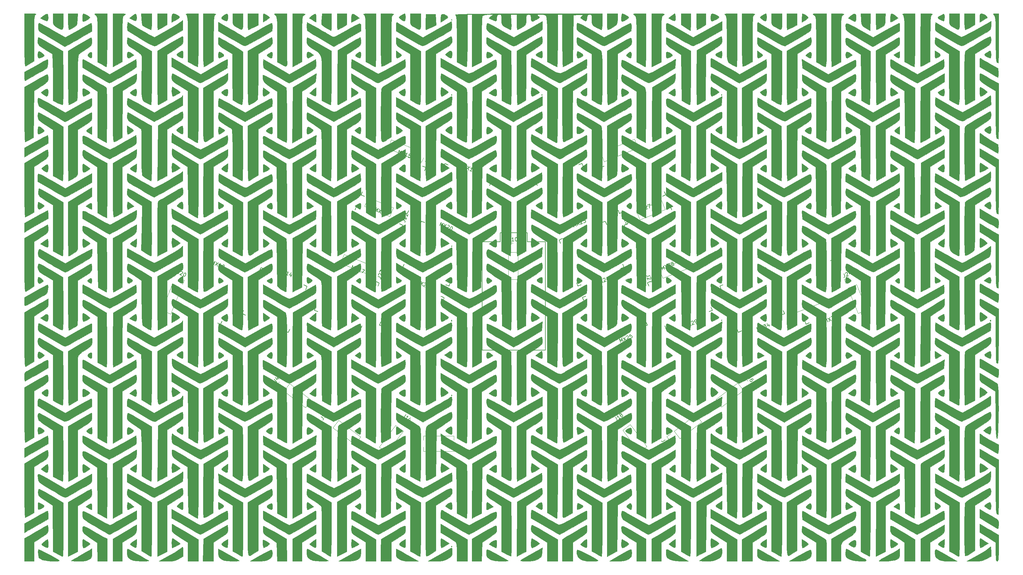
<source format=gbr>
G04 #@! TF.GenerationSoftware,KiCad,Pcbnew,(5.1.4)-1*
G04 #@! TF.CreationDate,2023-12-29T15:47:13-05:00*
G04 #@! TF.ProjectId,ThumbsUp,5468756d-6273-4557-902e-6b696361645f,rev?*
G04 #@! TF.SameCoordinates,Original*
G04 #@! TF.FileFunction,Legend,Top*
G04 #@! TF.FilePolarity,Positive*
%FSLAX46Y46*%
G04 Gerber Fmt 4.6, Leading zero omitted, Abs format (unit mm)*
G04 Created by KiCad (PCBNEW (5.1.4)-1) date 2023-12-29 15:47:13*
%MOMM*%
%LPD*%
G04 APERTURE LIST*
%ADD10C,0.120000*%
%ADD11C,0.010000*%
%ADD12C,0.100000*%
%ADD13C,0.150000*%
G04 APERTURE END LIST*
D10*
X247100000Y-99790000D02*
X231350000Y-105790000D01*
X243100000Y-101340000D02*
X247100000Y-99790000D01*
D11*
G36*
X134373158Y-23575789D02*
G01*
X134239474Y-23709473D01*
X134105790Y-23575789D01*
X134239474Y-23442105D01*
X134373158Y-23575789D01*
X134373158Y-23575789D01*
G37*
X134373158Y-23575789D02*
X134239474Y-23709473D01*
X134105790Y-23575789D01*
X134239474Y-23442105D01*
X134373158Y-23575789D01*
G36*
X272793010Y-22064160D02*
G01*
X272863611Y-22615187D01*
X272870000Y-22885087D01*
X272834119Y-23629296D01*
X272649119Y-23910217D01*
X272198965Y-23796416D01*
X271733684Y-23556545D01*
X271210354Y-23237648D01*
X271025105Y-22971070D01*
X271217414Y-22686546D01*
X271826762Y-22313812D01*
X272669474Y-21891035D01*
X272793010Y-22064160D01*
X272793010Y-22064160D01*
G37*
X272793010Y-22064160D02*
X272863611Y-22615187D01*
X272870000Y-22885087D01*
X272834119Y-23629296D01*
X272649119Y-23910217D01*
X272198965Y-23796416D01*
X271733684Y-23556545D01*
X271210354Y-23237648D01*
X271025105Y-22971070D01*
X271217414Y-22686546D01*
X271826762Y-22313812D01*
X272669474Y-21891035D01*
X272793010Y-22064160D01*
G36*
X222794434Y-22075226D02*
G01*
X222866824Y-22668068D01*
X222872105Y-22907368D01*
X222792098Y-23665429D01*
X222517598Y-23946844D01*
X221996884Y-23772841D01*
X221539258Y-23454446D01*
X221117852Y-23073629D01*
X220998484Y-22843510D01*
X221004521Y-22836997D01*
X221521870Y-22460723D01*
X222111543Y-22094509D01*
X222564800Y-21864008D01*
X222664228Y-21837895D01*
X222794434Y-22075226D01*
X222794434Y-22075226D01*
G37*
X222794434Y-22075226D02*
X222866824Y-22668068D01*
X222872105Y-22907368D01*
X222792098Y-23665429D01*
X222517598Y-23946844D01*
X221996884Y-23772841D01*
X221539258Y-23454446D01*
X221117852Y-23073629D01*
X220998484Y-22843510D01*
X221004521Y-22836997D01*
X221521870Y-22460723D01*
X222111543Y-22094509D01*
X222564800Y-21864008D01*
X222664228Y-21837895D01*
X222794434Y-22075226D01*
G36*
X208188829Y-21962603D02*
G01*
X208817115Y-22260034D01*
X209322476Y-22615144D01*
X209503684Y-22888598D01*
X209286444Y-23104767D01*
X208762963Y-23416722D01*
X208125599Y-23727011D01*
X207566711Y-23938180D01*
X207355666Y-23976842D01*
X207193913Y-23739623D01*
X207103951Y-23147028D01*
X207097369Y-22907368D01*
X207141404Y-22208940D01*
X207321484Y-21899966D01*
X207641512Y-21837895D01*
X208188829Y-21962603D01*
X208188829Y-21962603D01*
G37*
X208188829Y-21962603D02*
X208817115Y-22260034D01*
X209322476Y-22615144D01*
X209503684Y-22888598D01*
X209286444Y-23104767D01*
X208762963Y-23416722D01*
X208125599Y-23727011D01*
X207566711Y-23938180D01*
X207355666Y-23976842D01*
X207193913Y-23739623D01*
X207103951Y-23147028D01*
X207097369Y-22907368D01*
X207141404Y-22208940D01*
X207321484Y-21899966D01*
X207641512Y-21837895D01*
X208188829Y-21962603D01*
G36*
X197129801Y-22075675D02*
G01*
X197199636Y-22667952D01*
X197204737Y-22907368D01*
X197170735Y-23628192D01*
X196992259Y-23907381D01*
X196554603Y-23804862D01*
X196015366Y-23528747D01*
X195227048Y-23102062D01*
X196015366Y-22471306D01*
X196576862Y-22060573D01*
X196962152Y-21847503D01*
X197004211Y-21839223D01*
X197129801Y-22075675D01*
X197129801Y-22075675D01*
G37*
X197129801Y-22075675D02*
X197199636Y-22667952D01*
X197204737Y-22907368D01*
X197170735Y-23628192D01*
X196992259Y-23907381D01*
X196554603Y-23804862D01*
X196015366Y-23528747D01*
X195227048Y-23102062D01*
X196015366Y-22471306D01*
X196576862Y-22060573D01*
X196962152Y-21847503D01*
X197004211Y-21839223D01*
X197129801Y-22075675D01*
G36*
X121194434Y-22075226D02*
G01*
X121266824Y-22668068D01*
X121272105Y-22907368D01*
X121192098Y-23665429D01*
X120917598Y-23946844D01*
X120396884Y-23772841D01*
X119939258Y-23454446D01*
X119517852Y-23073629D01*
X119398484Y-22843510D01*
X119404521Y-22836997D01*
X119921870Y-22460723D01*
X120511543Y-22094509D01*
X120964800Y-21864008D01*
X121064228Y-21837895D01*
X121194434Y-22075226D01*
X121194434Y-22075226D01*
G37*
X121194434Y-22075226D02*
X121266824Y-22668068D01*
X121272105Y-22907368D01*
X121192098Y-23665429D01*
X120917598Y-23946844D01*
X120396884Y-23772841D01*
X119939258Y-23454446D01*
X119517852Y-23073629D01*
X119398484Y-22843510D01*
X119404521Y-22836997D01*
X119921870Y-22460723D01*
X120511543Y-22094509D01*
X120964800Y-21864008D01*
X121064228Y-21837895D01*
X121194434Y-22075226D01*
G36*
X71264161Y-22348609D02*
G01*
X71274211Y-22907368D01*
X71210843Y-23635672D01*
X70956267Y-23915812D01*
X70413770Y-23801543D01*
X70004211Y-23613244D01*
X69498309Y-23239867D01*
X69504133Y-22845544D01*
X70027056Y-22389823D01*
X70179148Y-22296594D01*
X70835204Y-21940684D01*
X71157377Y-21935992D01*
X71264161Y-22348609D01*
X71264161Y-22348609D01*
G37*
X71264161Y-22348609D02*
X71274211Y-22907368D01*
X71210843Y-23635672D01*
X70956267Y-23915812D01*
X70413770Y-23801543D01*
X70004211Y-23613244D01*
X69498309Y-23239867D01*
X69504133Y-22845544D01*
X70027056Y-22389823D01*
X70179148Y-22296594D01*
X70835204Y-21940684D01*
X71157377Y-21935992D01*
X71264161Y-22348609D01*
G36*
X45576697Y-22311043D02*
G01*
X45606842Y-22907368D01*
X45572799Y-23628368D01*
X45394184Y-23907462D01*
X44956270Y-23804685D01*
X44418431Y-23529250D01*
X43631073Y-23103068D01*
X44366499Y-22470481D01*
X45024344Y-21975800D01*
X45405661Y-21914876D01*
X45576697Y-22311043D01*
X45576697Y-22311043D01*
G37*
X45576697Y-22311043D02*
X45606842Y-22907368D01*
X45572799Y-23628368D01*
X45394184Y-23907462D01*
X44956270Y-23804685D01*
X44418431Y-23529250D01*
X43631073Y-23103068D01*
X44366499Y-22470481D01*
X45024344Y-21975800D01*
X45405661Y-21914876D01*
X45576697Y-22311043D01*
G36*
X20694625Y-22272245D02*
G01*
X20741579Y-22907368D01*
X20684204Y-23617636D01*
X20449756Y-23909215D01*
X19944749Y-23821773D01*
X19304833Y-23516992D01*
X18536507Y-23113865D01*
X19304833Y-22485495D01*
X20030371Y-21975130D01*
X20476014Y-21898872D01*
X20694625Y-22272245D01*
X20694625Y-22272245D01*
G37*
X20694625Y-22272245D02*
X20741579Y-22907368D01*
X20684204Y-23617636D01*
X20449756Y-23909215D01*
X19944749Y-23821773D01*
X19304833Y-23516992D01*
X18536507Y-23113865D01*
X19304833Y-22485495D01*
X20030371Y-21975130D01*
X20476014Y-21898872D01*
X20694625Y-22272245D01*
G36*
X283856529Y-21969176D02*
G01*
X284373440Y-22279745D01*
X284779885Y-22644693D01*
X284915405Y-22939109D01*
X284877659Y-22996261D01*
X284600790Y-23174735D01*
X284034085Y-23522484D01*
X283765263Y-23684850D01*
X282762632Y-24287823D01*
X282762632Y-23062859D01*
X282790984Y-22310229D01*
X282924143Y-21950372D01*
X283234260Y-21842320D01*
X283389614Y-21837895D01*
X283856529Y-21969176D01*
X283856529Y-21969176D01*
G37*
X283856529Y-21969176D02*
X284373440Y-22279745D01*
X284779885Y-22644693D01*
X284915405Y-22939109D01*
X284877659Y-22996261D01*
X284600790Y-23174735D01*
X284034085Y-23522484D01*
X283765263Y-23684850D01*
X282762632Y-24287823D01*
X282762632Y-23062859D01*
X282790984Y-22310229D01*
X282924143Y-21950372D01*
X283234260Y-21842320D01*
X283389614Y-21837895D01*
X283856529Y-21969176D01*
G36*
X258476369Y-21978008D02*
G01*
X259123016Y-22457840D01*
X259843746Y-23077785D01*
X258855274Y-23660998D01*
X258223663Y-24018863D01*
X257811843Y-24224680D01*
X257748401Y-24244210D01*
X257677761Y-24005019D01*
X257635411Y-23399901D01*
X257630000Y-23041052D01*
X257711249Y-22204838D01*
X257980580Y-21855487D01*
X258476369Y-21978008D01*
X258476369Y-21978008D01*
G37*
X258476369Y-21978008D02*
X259123016Y-22457840D01*
X259843746Y-23077785D01*
X258855274Y-23660998D01*
X258223663Y-24018863D01*
X257811843Y-24224680D01*
X257748401Y-24244210D01*
X257677761Y-24005019D01*
X257635411Y-23399901D01*
X257630000Y-23041052D01*
X257711249Y-22204838D01*
X257980580Y-21855487D01*
X258476369Y-21978008D01*
G36*
X247959551Y-22275648D02*
G01*
X248004737Y-22891589D01*
X247958605Y-23587500D01*
X247843878Y-24013135D01*
X247804211Y-24055856D01*
X247468529Y-24001517D01*
X246881363Y-23729589D01*
X246695624Y-23623127D01*
X245787564Y-23079827D01*
X246561940Y-22460189D01*
X247292209Y-21960400D01*
X247740613Y-21893664D01*
X247959551Y-22275648D01*
X247959551Y-22275648D01*
G37*
X247959551Y-22275648D02*
X248004737Y-22891589D01*
X247958605Y-23587500D01*
X247843878Y-24013135D01*
X247804211Y-24055856D01*
X247468529Y-24001517D01*
X246881363Y-23729589D01*
X246695624Y-23623127D01*
X245787564Y-23079827D01*
X246561940Y-22460189D01*
X247292209Y-21960400D01*
X247740613Y-21893664D01*
X247959551Y-22275648D01*
G36*
X233314805Y-21972967D02*
G01*
X233845715Y-22289965D01*
X234326361Y-22656561D01*
X234566366Y-22940424D01*
X234567466Y-22980235D01*
X234311824Y-23255623D01*
X233773190Y-23655801D01*
X233629115Y-23749437D01*
X232764737Y-24296722D01*
X232764737Y-23067308D01*
X232795759Y-22340491D01*
X232874415Y-21899280D01*
X232924010Y-21837895D01*
X233314805Y-21972967D01*
X233314805Y-21972967D01*
G37*
X233314805Y-21972967D02*
X233845715Y-22289965D01*
X234326361Y-22656561D01*
X234566366Y-22940424D01*
X234567466Y-22980235D01*
X234311824Y-23255623D01*
X233773190Y-23655801D01*
X233629115Y-23749437D01*
X232764737Y-24296722D01*
X232764737Y-23067308D01*
X232795759Y-22340491D01*
X232874415Y-21899280D01*
X232924010Y-21837895D01*
X233314805Y-21972967D01*
G36*
X182680717Y-21964023D02*
G01*
X183261477Y-22262483D01*
X183798914Y-22613392D01*
X184091973Y-22896864D01*
X184103684Y-22938605D01*
X183895824Y-23193143D01*
X183400220Y-23534095D01*
X182808835Y-23854471D01*
X182313634Y-24047282D01*
X182120776Y-24043758D01*
X181992306Y-23670076D01*
X181961847Y-23054026D01*
X182016245Y-22407524D01*
X182142346Y-21942487D01*
X182257695Y-21837895D01*
X182680717Y-21964023D01*
X182680717Y-21964023D01*
G37*
X182680717Y-21964023D02*
X183261477Y-22262483D01*
X183798914Y-22613392D01*
X184091973Y-22896864D01*
X184103684Y-22938605D01*
X183895824Y-23193143D01*
X183400220Y-23534095D01*
X182808835Y-23854471D01*
X182313634Y-24047282D01*
X182120776Y-24043758D01*
X181992306Y-23670076D01*
X181961847Y-23054026D01*
X182016245Y-22407524D01*
X182142346Y-21942487D01*
X182257695Y-21837895D01*
X182680717Y-21964023D01*
G36*
X132066329Y-22008962D02*
G01*
X132413909Y-22156996D01*
X133024844Y-22537333D01*
X133150762Y-22895770D01*
X132783132Y-23302359D01*
X132231972Y-23650615D01*
X131164737Y-24260177D01*
X131164737Y-23198499D01*
X131246535Y-22348639D01*
X131528687Y-21967450D01*
X132066329Y-22008962D01*
X132066329Y-22008962D01*
G37*
X132066329Y-22008962D02*
X132413909Y-22156996D01*
X133024844Y-22537333D01*
X133150762Y-22895770D01*
X132783132Y-23302359D01*
X132231972Y-23650615D01*
X131164737Y-24260177D01*
X131164737Y-23198499D01*
X131246535Y-22348639D01*
X131528687Y-21967450D01*
X132066329Y-22008962D01*
G36*
X106804023Y-21989762D02*
G01*
X107491779Y-22473646D01*
X108283032Y-23106741D01*
X107157569Y-23680910D01*
X106032105Y-24255078D01*
X106032105Y-23046486D01*
X106098212Y-22224863D01*
X106335855Y-21880338D01*
X106804023Y-21989762D01*
X106804023Y-21989762D01*
G37*
X106804023Y-21989762D02*
X107491779Y-22473646D01*
X108283032Y-23106741D01*
X107157569Y-23680910D01*
X106032105Y-24255078D01*
X106032105Y-23046486D01*
X106098212Y-22224863D01*
X106335855Y-21880338D01*
X106804023Y-21989762D01*
G36*
X96106816Y-22345870D02*
G01*
X96139474Y-23041052D01*
X96126234Y-23753315D01*
X96092727Y-24172832D01*
X96072632Y-24222060D01*
X95825569Y-24081720D01*
X95291687Y-23759050D01*
X95098043Y-23640052D01*
X94190297Y-23080194D01*
X94912426Y-22459044D01*
X95561595Y-21972213D01*
X95937231Y-21923820D01*
X96106816Y-22345870D01*
X96106816Y-22345870D01*
G37*
X96106816Y-22345870D02*
X96139474Y-23041052D01*
X96126234Y-23753315D01*
X96092727Y-24172832D01*
X96072632Y-24222060D01*
X95825569Y-24081720D01*
X95291687Y-23759050D01*
X95098043Y-23640052D01*
X94190297Y-23080194D01*
X94912426Y-22459044D01*
X95561595Y-21972213D01*
X95937231Y-21923820D01*
X96106816Y-22345870D01*
G36*
X81687625Y-21969269D02*
G01*
X82226051Y-22276850D01*
X82739451Y-22630823D01*
X83025878Y-22901373D01*
X83038421Y-22938605D01*
X82830015Y-23176567D01*
X82309649Y-23547353D01*
X82102632Y-23674047D01*
X81166842Y-24226176D01*
X81166842Y-23032035D01*
X81198725Y-22317395D01*
X81279323Y-21890799D01*
X81326116Y-21837895D01*
X81687625Y-21969269D01*
X81687625Y-21969269D01*
G37*
X81687625Y-21969269D02*
X82226051Y-22276850D01*
X82739451Y-22630823D01*
X83025878Y-22901373D01*
X83038421Y-22938605D01*
X82830015Y-23176567D01*
X82309649Y-23547353D01*
X82102632Y-23674047D01*
X81166842Y-24226176D01*
X81166842Y-23032035D01*
X81198725Y-22317395D01*
X81279323Y-21890799D01*
X81326116Y-21837895D01*
X81687625Y-21969269D01*
G36*
X56673303Y-21999271D02*
G01*
X57259332Y-22342140D01*
X57623953Y-22687080D01*
X57662084Y-22975276D01*
X57322234Y-23291946D01*
X56552911Y-23722306D01*
X56368421Y-23816608D01*
X55499474Y-24257942D01*
X55499474Y-23047918D01*
X55532339Y-22296192D01*
X55673476Y-21939324D01*
X55986696Y-21839289D01*
X56058881Y-21837895D01*
X56673303Y-21999271D01*
X56673303Y-21999271D01*
G37*
X56673303Y-21999271D02*
X57259332Y-22342140D01*
X57623953Y-22687080D01*
X57662084Y-22975276D01*
X57322234Y-23291946D01*
X56552911Y-23722306D01*
X56368421Y-23816608D01*
X55499474Y-24257942D01*
X55499474Y-23047918D01*
X55532339Y-22296192D01*
X55673476Y-21939324D01*
X55986696Y-21839289D01*
X56058881Y-21837895D01*
X56673303Y-21999271D01*
G36*
X31082823Y-21964023D02*
G01*
X31663582Y-22262483D01*
X32201020Y-22613392D01*
X32494078Y-22896864D01*
X32505790Y-22938605D01*
X32297929Y-23193143D01*
X31802325Y-23534095D01*
X31210940Y-23854471D01*
X30715740Y-24047282D01*
X30522881Y-24043758D01*
X30394411Y-23670076D01*
X30363952Y-23054026D01*
X30418350Y-22407524D01*
X30544451Y-21942487D01*
X30659800Y-21837895D01*
X31082823Y-21964023D01*
X31082823Y-21964023D01*
G37*
X31082823Y-21964023D02*
X31663582Y-22262483D01*
X32201020Y-22613392D01*
X32494078Y-22896864D01*
X32505790Y-22938605D01*
X32297929Y-23193143D01*
X31802325Y-23534095D01*
X31210940Y-23854471D01*
X30715740Y-24047282D01*
X30522881Y-24043758D01*
X30394411Y-23670076D01*
X30363952Y-23054026D01*
X30418350Y-22407524D01*
X30544451Y-21942487D01*
X30659800Y-21837895D01*
X31082823Y-21964023D01*
G36*
X281425790Y-25000598D02*
G01*
X280188956Y-25691878D01*
X279449792Y-26082055D01*
X278896073Y-26332718D01*
X278718429Y-26383158D01*
X278612827Y-26136314D01*
X278532060Y-25477603D01*
X278488750Y-24529753D01*
X278484737Y-24110526D01*
X278484737Y-21837895D01*
X281425790Y-21837895D01*
X281425790Y-25000598D01*
X281425790Y-25000598D01*
G37*
X281425790Y-25000598D02*
X280188956Y-25691878D01*
X279449792Y-26082055D01*
X278896073Y-26332718D01*
X278718429Y-26383158D01*
X278612827Y-26136314D01*
X278532060Y-25477603D01*
X278488750Y-24529753D01*
X278484737Y-24110526D01*
X278484737Y-21837895D01*
X281425790Y-21837895D01*
X281425790Y-25000598D01*
G36*
X277147895Y-24110526D02*
G01*
X277133111Y-25293972D01*
X277043720Y-26001028D01*
X276812165Y-26289994D01*
X276370887Y-26219172D01*
X275652328Y-25846862D01*
X275343158Y-25667960D01*
X274711060Y-25278291D01*
X274371710Y-24931299D01*
X274234042Y-24446996D01*
X274206992Y-23645396D01*
X274206842Y-23422073D01*
X274206842Y-21837895D01*
X277147895Y-21837895D01*
X277147895Y-24110526D01*
X277147895Y-24110526D01*
G37*
X277147895Y-24110526D02*
X277133111Y-25293972D01*
X277043720Y-26001028D01*
X276812165Y-26289994D01*
X276370887Y-26219172D01*
X275652328Y-25846862D01*
X275343158Y-25667960D01*
X274711060Y-25278291D01*
X274371710Y-24931299D01*
X274234042Y-24446996D01*
X274206992Y-23645396D01*
X274206842Y-23422073D01*
X274206842Y-21837895D01*
X277147895Y-21837895D01*
X277147895Y-24110526D01*
G36*
X256239074Y-23469512D02*
G01*
X256178648Y-24377384D01*
X256046433Y-24925859D01*
X255748315Y-25289809D01*
X255190179Y-25644109D01*
X255015981Y-25742144D01*
X254329051Y-26113980D01*
X253856260Y-26345294D01*
X253745981Y-26383158D01*
X253688810Y-26136270D01*
X253645086Y-25477451D01*
X253621643Y-24529462D01*
X253619474Y-24110526D01*
X253619474Y-21837895D01*
X256318674Y-21837895D01*
X256239074Y-23469512D01*
X256239074Y-23469512D01*
G37*
X256239074Y-23469512D02*
X256178648Y-24377384D01*
X256046433Y-24925859D01*
X255748315Y-25289809D01*
X255190179Y-25644109D01*
X255015981Y-25742144D01*
X254329051Y-26113980D01*
X253856260Y-26345294D01*
X253745981Y-26383158D01*
X253688810Y-26136270D01*
X253645086Y-25477451D01*
X253621643Y-24529462D01*
X253619474Y-24110526D01*
X253619474Y-21837895D01*
X256318674Y-21837895D01*
X256239074Y-23469512D01*
G36*
X231427895Y-25037307D02*
G01*
X230099941Y-25710233D01*
X229346700Y-26079965D01*
X228803507Y-26324384D01*
X228629415Y-26383158D01*
X228564983Y-26136275D01*
X228515707Y-25477468D01*
X228489288Y-24529495D01*
X228486842Y-24110526D01*
X228486842Y-21837895D01*
X231427895Y-21837895D01*
X231427895Y-25037307D01*
X231427895Y-25037307D01*
G37*
X231427895Y-25037307D02*
X230099941Y-25710233D01*
X229346700Y-26079965D01*
X228803507Y-26324384D01*
X228629415Y-26383158D01*
X228564983Y-26136275D01*
X228515707Y-25477468D01*
X228489288Y-24529495D01*
X228486842Y-24110526D01*
X228486842Y-21837895D01*
X231427895Y-21837895D01*
X231427895Y-25037307D01*
G36*
X227150000Y-24110526D02*
G01*
X227135216Y-25293972D01*
X227045825Y-26001028D01*
X226814270Y-26289994D01*
X226372992Y-26219172D01*
X225654433Y-25846862D01*
X225345263Y-25667960D01*
X224713165Y-25278291D01*
X224373815Y-24931299D01*
X224236148Y-24446996D01*
X224209097Y-23645396D01*
X224208947Y-23422073D01*
X224208947Y-21837895D01*
X227150000Y-21837895D01*
X227150000Y-24110526D01*
X227150000Y-24110526D01*
G37*
X227150000Y-24110526D02*
X227135216Y-25293972D01*
X227045825Y-26001028D01*
X226814270Y-26289994D01*
X226372992Y-26219172D01*
X225654433Y-25846862D01*
X225345263Y-25667960D01*
X224713165Y-25278291D01*
X224373815Y-24931299D01*
X224236148Y-24446996D01*
X224209097Y-23645396D01*
X224208947Y-23422073D01*
X224208947Y-21837895D01*
X227150000Y-21837895D01*
X227150000Y-24110526D01*
G36*
X205760526Y-24995504D02*
G01*
X204576600Y-25689331D01*
X203874874Y-26084506D01*
X203375991Y-26335783D01*
X203239758Y-26383158D01*
X203170653Y-26136279D01*
X203117802Y-25477480D01*
X203089465Y-24529518D01*
X203086842Y-24110526D01*
X203086842Y-21837895D01*
X205760526Y-21837895D01*
X205760526Y-24995504D01*
X205760526Y-24995504D01*
G37*
X205760526Y-24995504D02*
X204576600Y-25689331D01*
X203874874Y-26084506D01*
X203375991Y-26335783D01*
X203239758Y-26383158D01*
X203170653Y-26136279D01*
X203117802Y-25477480D01*
X203089465Y-24529518D01*
X203086842Y-24110526D01*
X203086842Y-21837895D01*
X205760526Y-21837895D01*
X205760526Y-24995504D01*
G36*
X180895263Y-23266982D02*
G01*
X180823091Y-24296703D01*
X180586309Y-24928301D01*
X180427369Y-25106319D01*
X179935687Y-25459619D01*
X179260326Y-25861438D01*
X178598362Y-26203602D01*
X178146874Y-26377935D01*
X178101172Y-26383158D01*
X178034757Y-26136277D01*
X177983964Y-25477473D01*
X177956731Y-24529504D01*
X177954211Y-24110526D01*
X177954211Y-21837895D01*
X180895263Y-21837895D01*
X180895263Y-23266982D01*
X180895263Y-23266982D01*
G37*
X180895263Y-23266982D02*
X180823091Y-24296703D01*
X180586309Y-24928301D01*
X180427369Y-25106319D01*
X179935687Y-25459619D01*
X179260326Y-25861438D01*
X178598362Y-26203602D01*
X178146874Y-26377935D01*
X178101172Y-26383158D01*
X178034757Y-26136277D01*
X177983964Y-25477473D01*
X177956731Y-24529504D01*
X177954211Y-24110526D01*
X177954211Y-21837895D01*
X180895263Y-21837895D01*
X180895263Y-23266982D01*
G36*
X129774064Y-23497850D02*
G01*
X129853918Y-25024120D01*
X128512953Y-25703639D01*
X127753670Y-26075630D01*
X127201601Y-26322447D01*
X127018602Y-26383158D01*
X126957053Y-26136862D01*
X126926829Y-25480900D01*
X126932200Y-24539655D01*
X126942871Y-24177368D01*
X127020526Y-21971579D01*
X129694211Y-21971579D01*
X129774064Y-23497850D01*
X129774064Y-23497850D01*
G37*
X129774064Y-23497850D02*
X129853918Y-25024120D01*
X128512953Y-25703639D01*
X127753670Y-26075630D01*
X127201601Y-26322447D01*
X127018602Y-26383158D01*
X126957053Y-26136862D01*
X126926829Y-25480900D01*
X126932200Y-24539655D01*
X126942871Y-24177368D01*
X127020526Y-21971579D01*
X129694211Y-21971579D01*
X129774064Y-23497850D01*
G36*
X125550000Y-24110526D02*
G01*
X125535216Y-25293972D01*
X125445825Y-26001028D01*
X125214270Y-26289994D01*
X124772992Y-26219172D01*
X124054433Y-25846862D01*
X123745263Y-25667960D01*
X123113165Y-25278291D01*
X122773815Y-24931299D01*
X122636148Y-24446996D01*
X122609097Y-23645396D01*
X122608947Y-23422073D01*
X122608947Y-21837895D01*
X125550000Y-21837895D01*
X125550000Y-24110526D01*
X125550000Y-24110526D01*
G37*
X125550000Y-24110526D02*
X125535216Y-25293972D01*
X125445825Y-26001028D01*
X125214270Y-26289994D01*
X124772992Y-26219172D01*
X124054433Y-25846862D01*
X123745263Y-25667960D01*
X123113165Y-25278291D01*
X122773815Y-24931299D01*
X122636148Y-24446996D01*
X122609097Y-23645396D01*
X122608947Y-23422073D01*
X122608947Y-21837895D01*
X125550000Y-21837895D01*
X125550000Y-24110526D01*
G36*
X104695263Y-24995504D02*
G01*
X103511337Y-25689331D01*
X102809611Y-26084506D01*
X102310728Y-26335783D01*
X102174495Y-26383158D01*
X102105390Y-26136279D01*
X102052539Y-25477480D01*
X102024202Y-24529518D01*
X102021579Y-24110526D01*
X102021579Y-21837895D01*
X104695263Y-21837895D01*
X104695263Y-24995504D01*
X104695263Y-24995504D01*
G37*
X104695263Y-24995504D02*
X103511337Y-25689331D01*
X102809611Y-26084506D01*
X102310728Y-26335783D01*
X102174495Y-26383158D01*
X102105390Y-26136279D01*
X102052539Y-25477480D01*
X102024202Y-24529518D01*
X102021579Y-24110526D01*
X102021579Y-21837895D01*
X104695263Y-21837895D01*
X104695263Y-24995504D01*
G36*
X79830000Y-25037307D02*
G01*
X78502046Y-25710233D01*
X77748806Y-26079965D01*
X77205612Y-26324384D01*
X77031520Y-26383158D01*
X76967089Y-26136275D01*
X76917812Y-25477468D01*
X76891393Y-24529495D01*
X76888947Y-24110526D01*
X76888947Y-21837895D01*
X79830000Y-21837895D01*
X79830000Y-25037307D01*
X79830000Y-25037307D01*
G37*
X79830000Y-25037307D02*
X78502046Y-25710233D01*
X77748806Y-26079965D01*
X77205612Y-26324384D01*
X77031520Y-26383158D01*
X76967089Y-26136275D01*
X76917812Y-25477468D01*
X76891393Y-24529495D01*
X76888947Y-24110526D01*
X76888947Y-21837895D01*
X79830000Y-21837895D01*
X79830000Y-25037307D01*
G36*
X75552105Y-24110526D02*
G01*
X75537321Y-25293972D01*
X75447931Y-26001028D01*
X75216375Y-26289994D01*
X74775097Y-26219172D01*
X74056538Y-25846862D01*
X73747369Y-25667960D01*
X73115270Y-25278291D01*
X72775920Y-24931299D01*
X72638253Y-24446996D01*
X72611203Y-23645396D01*
X72611053Y-23422073D01*
X72611053Y-21837895D01*
X75552105Y-21837895D01*
X75552105Y-24110526D01*
X75552105Y-24110526D01*
G37*
X75552105Y-24110526D02*
X75537321Y-25293972D01*
X75447931Y-26001028D01*
X75216375Y-26289994D01*
X74775097Y-26219172D01*
X74056538Y-25846862D01*
X73747369Y-25667960D01*
X73115270Y-25278291D01*
X72775920Y-24931299D01*
X72638253Y-24446996D01*
X72611203Y-23645396D01*
X72611053Y-23422073D01*
X72611053Y-21837895D01*
X75552105Y-21837895D01*
X75552105Y-24110526D01*
G36*
X54162632Y-25000598D02*
G01*
X52925798Y-25691878D01*
X52215963Y-26078962D01*
X51722794Y-26329825D01*
X51588956Y-26383158D01*
X51543759Y-26136263D01*
X51509194Y-25477427D01*
X51490662Y-24529417D01*
X51488947Y-24110526D01*
X51488947Y-21837895D01*
X54162632Y-21837895D01*
X54162632Y-25000598D01*
X54162632Y-25000598D01*
G37*
X54162632Y-25000598D02*
X52925798Y-25691878D01*
X52215963Y-26078962D01*
X51722794Y-26329825D01*
X51588956Y-26383158D01*
X51543759Y-26136263D01*
X51509194Y-25477427D01*
X51490662Y-24529417D01*
X51488947Y-24110526D01*
X51488947Y-21837895D01*
X54162632Y-21837895D01*
X54162632Y-25000598D01*
G36*
X49884737Y-24110526D02*
G01*
X49862979Y-25135714D01*
X49804914Y-25917562D01*
X49721352Y-26334177D01*
X49684211Y-26371341D01*
X49343725Y-26250133D01*
X48719740Y-25958356D01*
X48414211Y-25803047D01*
X47749700Y-25449789D01*
X47317198Y-25205830D01*
X47244283Y-25157392D01*
X47174757Y-24864638D01*
X47095637Y-24194132D01*
X47035733Y-23453055D01*
X46927637Y-21837895D01*
X49884737Y-21837895D01*
X49884737Y-24110526D01*
X49884737Y-24110526D01*
G37*
X49884737Y-24110526D02*
X49862979Y-25135714D01*
X49804914Y-25917562D01*
X49721352Y-26334177D01*
X49684211Y-26371341D01*
X49343725Y-26250133D01*
X48719740Y-25958356D01*
X48414211Y-25803047D01*
X47749700Y-25449789D01*
X47317198Y-25205830D01*
X47244283Y-25157392D01*
X47174757Y-24864638D01*
X47095637Y-24194132D01*
X47035733Y-23453055D01*
X46927637Y-21837895D01*
X49884737Y-21837895D01*
X49884737Y-24110526D01*
G36*
X28975916Y-23501682D02*
G01*
X28915637Y-24421968D01*
X28788211Y-24978108D01*
X28507391Y-25340350D01*
X27986929Y-25678944D01*
X27826842Y-25769916D01*
X27145311Y-26133206D01*
X26661695Y-26351206D01*
X26556842Y-26378759D01*
X26466242Y-26133988D01*
X26396943Y-25477009D01*
X26359769Y-24530247D01*
X26356316Y-24110526D01*
X26356316Y-21837895D01*
X29055516Y-21837895D01*
X28975916Y-23501682D01*
X28975916Y-23501682D01*
G37*
X28975916Y-23501682D02*
X28915637Y-24421968D01*
X28788211Y-24978108D01*
X28507391Y-25340350D01*
X27986929Y-25678944D01*
X27826842Y-25769916D01*
X27145311Y-26133206D01*
X26661695Y-26351206D01*
X26556842Y-26378759D01*
X26466242Y-26133988D01*
X26396943Y-25477009D01*
X26359769Y-24530247D01*
X26356316Y-24110526D01*
X26356316Y-21837895D01*
X29055516Y-21837895D01*
X28975916Y-23501682D01*
G36*
X25019474Y-24110526D02*
G01*
X25002228Y-25305614D01*
X24907484Y-26022832D01*
X24670730Y-26318893D01*
X24227458Y-26250506D01*
X23513155Y-25874381D01*
X23214737Y-25697053D01*
X22583217Y-25296619D01*
X22243837Y-24942824D01*
X22105867Y-24454413D01*
X22078581Y-23650133D01*
X22078421Y-23426951D01*
X22078421Y-21837895D01*
X25019474Y-21837895D01*
X25019474Y-24110526D01*
X25019474Y-24110526D01*
G37*
X25019474Y-24110526D02*
X25002228Y-25305614D01*
X24907484Y-26022832D01*
X24670730Y-26318893D01*
X24227458Y-26250506D01*
X23513155Y-25874381D01*
X23214737Y-25697053D01*
X22583217Y-25296619D01*
X22243837Y-24942824D01*
X22105867Y-24454413D01*
X22078581Y-23650133D01*
X22078421Y-23426951D01*
X22078421Y-21837895D01*
X25019474Y-21837895D01*
X25019474Y-24110526D01*
G36*
X252015263Y-24244210D02*
G01*
X252008402Y-25300876D01*
X251990020Y-26116353D01*
X251963423Y-26572712D01*
X251948421Y-26629510D01*
X251702507Y-26491160D01*
X251143320Y-26158707D01*
X250678421Y-25877901D01*
X250018737Y-25455906D01*
X249651835Y-25088404D01*
X249481337Y-24596181D01*
X249410866Y-23800020D01*
X249395663Y-23492602D01*
X249316063Y-21837895D01*
X252015263Y-21837895D01*
X252015263Y-24244210D01*
X252015263Y-24244210D01*
G37*
X252015263Y-24244210D02*
X252008402Y-25300876D01*
X251990020Y-26116353D01*
X251963423Y-26572712D01*
X251948421Y-26629510D01*
X251702507Y-26491160D01*
X251143320Y-26158707D01*
X250678421Y-25877901D01*
X250018737Y-25455906D01*
X249651835Y-25088404D01*
X249481337Y-24596181D01*
X249410866Y-23800020D01*
X249395663Y-23492602D01*
X249316063Y-21837895D01*
X252015263Y-21837895D01*
X252015263Y-24244210D01*
G36*
X201482632Y-24244210D02*
G01*
X201475769Y-25301230D01*
X201457383Y-26117410D01*
X201430781Y-26574663D01*
X201415790Y-26631922D01*
X201172955Y-26490766D01*
X200615628Y-26145666D01*
X200078947Y-25807209D01*
X198808947Y-25001101D01*
X198808947Y-21837895D01*
X201482632Y-21837895D01*
X201482632Y-24244210D01*
X201482632Y-24244210D01*
G37*
X201482632Y-24244210D02*
X201475769Y-25301230D01*
X201457383Y-26117410D01*
X201430781Y-26574663D01*
X201415790Y-26631922D01*
X201172955Y-26490766D01*
X200615628Y-26145666D01*
X200078947Y-25807209D01*
X198808947Y-25001101D01*
X198808947Y-21837895D01*
X201482632Y-21837895D01*
X201482632Y-24244210D01*
G36*
X100417369Y-24244210D02*
G01*
X100410513Y-25299290D01*
X100392148Y-26111618D01*
X100365572Y-26563974D01*
X100350526Y-26618691D01*
X100099857Y-26482423D01*
X99525841Y-26165592D01*
X99016920Y-25883428D01*
X98290289Y-25443360D01*
X97784599Y-25068640D01*
X97646304Y-24910097D01*
X97611302Y-24506860D01*
X97635120Y-23769639D01*
X97677086Y-23239044D01*
X97811718Y-21837895D01*
X100417369Y-21837895D01*
X100417369Y-24244210D01*
X100417369Y-24244210D01*
G37*
X100417369Y-24244210D02*
X100410513Y-25299290D01*
X100392148Y-26111618D01*
X100365572Y-26563974D01*
X100350526Y-26618691D01*
X100099857Y-26482423D01*
X99525841Y-26165592D01*
X99016920Y-25883428D01*
X98290289Y-25443360D01*
X97784599Y-25068640D01*
X97646304Y-24910097D01*
X97611302Y-24506860D01*
X97635120Y-23769639D01*
X97677086Y-23239044D01*
X97811718Y-21837895D01*
X100417369Y-21837895D01*
X100417369Y-24244210D01*
G36*
X285971053Y-25135235D02*
G01*
X285949327Y-25791613D01*
X285815517Y-26234197D01*
X285466674Y-26606154D01*
X284799848Y-27050650D01*
X284433684Y-27273180D01*
X282575163Y-28380393D01*
X280942493Y-29322095D01*
X279585160Y-30071391D01*
X278552648Y-30601389D01*
X277894442Y-30885196D01*
X277711107Y-30926618D01*
X277336595Y-30794073D01*
X276601351Y-30431206D01*
X275599949Y-29888119D01*
X274426967Y-29214913D01*
X273983242Y-28951754D01*
X272783377Y-28226978D01*
X271740735Y-27583991D01*
X270945551Y-27079434D01*
X270488056Y-26769946D01*
X270423462Y-26717251D01*
X270276627Y-26303064D01*
X270234484Y-25595717D01*
X270246010Y-25373282D01*
X270330000Y-24290755D01*
X273805790Y-26295927D01*
X275042141Y-27006464D01*
X276122674Y-27622358D01*
X276958816Y-28093515D01*
X277461996Y-28369840D01*
X277557672Y-28417905D01*
X277895098Y-28334945D01*
X278631155Y-28006543D01*
X279706736Y-27463704D01*
X281062738Y-26737433D01*
X282640056Y-25858736D01*
X284379586Y-24858617D01*
X284701053Y-24670622D01*
X285971053Y-23926030D01*
X285971053Y-25135235D01*
X285971053Y-25135235D01*
G37*
X285971053Y-25135235D02*
X285949327Y-25791613D01*
X285815517Y-26234197D01*
X285466674Y-26606154D01*
X284799848Y-27050650D01*
X284433684Y-27273180D01*
X282575163Y-28380393D01*
X280942493Y-29322095D01*
X279585160Y-30071391D01*
X278552648Y-30601389D01*
X277894442Y-30885196D01*
X277711107Y-30926618D01*
X277336595Y-30794073D01*
X276601351Y-30431206D01*
X275599949Y-29888119D01*
X274426967Y-29214913D01*
X273983242Y-28951754D01*
X272783377Y-28226978D01*
X271740735Y-27583991D01*
X270945551Y-27079434D01*
X270488056Y-26769946D01*
X270423462Y-26717251D01*
X270276627Y-26303064D01*
X270234484Y-25595717D01*
X270246010Y-25373282D01*
X270330000Y-24290755D01*
X273805790Y-26295927D01*
X275042141Y-27006464D01*
X276122674Y-27622358D01*
X276958816Y-28093515D01*
X277461996Y-28369840D01*
X277557672Y-28417905D01*
X277895098Y-28334945D01*
X278631155Y-28006543D01*
X279706736Y-27463704D01*
X281062738Y-26737433D01*
X282640056Y-25858736D01*
X284379586Y-24858617D01*
X284701053Y-24670622D01*
X285971053Y-23926030D01*
X285971053Y-25135235D01*
G36*
X210294064Y-25269415D02*
G01*
X210282339Y-26516842D01*
X206447898Y-28722631D01*
X205131489Y-29462021D01*
X203947742Y-30093525D01*
X202985662Y-30572245D01*
X202334254Y-30853276D01*
X202114886Y-30908577D01*
X201718437Y-30769554D01*
X200960053Y-30400027D01*
X199933481Y-29849306D01*
X198732468Y-29166704D01*
X198140526Y-28818003D01*
X194664737Y-26747272D01*
X194582522Y-25629426D01*
X194593969Y-24844785D01*
X194768687Y-24518186D01*
X194811412Y-24511579D01*
X195141849Y-24637979D01*
X195846327Y-24986321D01*
X196836290Y-25510314D01*
X198023185Y-26163668D01*
X198671762Y-26529481D01*
X202221006Y-28547383D01*
X210305790Y-24021989D01*
X210294064Y-25269415D01*
X210294064Y-25269415D01*
G37*
X210294064Y-25269415D02*
X210282339Y-26516842D01*
X206447898Y-28722631D01*
X205131489Y-29462021D01*
X203947742Y-30093525D01*
X202985662Y-30572245D01*
X202334254Y-30853276D01*
X202114886Y-30908577D01*
X201718437Y-30769554D01*
X200960053Y-30400027D01*
X199933481Y-29849306D01*
X198732468Y-29166704D01*
X198140526Y-28818003D01*
X194664737Y-26747272D01*
X194582522Y-25629426D01*
X194593969Y-24844785D01*
X194768687Y-24518186D01*
X194811412Y-24511579D01*
X195141849Y-24637979D01*
X195846327Y-24986321D01*
X196836290Y-25510314D01*
X198023185Y-26163668D01*
X198671762Y-26529481D01*
X202221006Y-28547383D01*
X210305790Y-24021989D01*
X210294064Y-25269415D01*
G36*
X169887042Y-24507949D02*
G01*
X170552873Y-24822763D01*
X171513665Y-25324131D01*
X172686649Y-25969432D01*
X173482439Y-26422117D01*
X177165404Y-28542742D01*
X178562439Y-27774784D01*
X179456070Y-27278990D01*
X180606263Y-26634592D01*
X181805215Y-25958145D01*
X182155989Y-25759202D01*
X183135347Y-25217033D01*
X183946994Y-24793876D01*
X184474938Y-24548921D01*
X184600930Y-24511579D01*
X184744802Y-24749146D01*
X184812184Y-25346315D01*
X184810730Y-25640595D01*
X184772105Y-26769612D01*
X181162632Y-28844604D01*
X179892666Y-29560630D01*
X178765060Y-30170133D01*
X177869686Y-30626546D01*
X177296417Y-30883304D01*
X177152105Y-30922546D01*
X176744294Y-30794700D01*
X176020249Y-30452820D01*
X175118683Y-29963887D01*
X174879474Y-29825154D01*
X173152658Y-28811411D01*
X171830391Y-28031734D01*
X170859054Y-27444460D01*
X170185030Y-27007926D01*
X169754701Y-26680467D01*
X169514448Y-26420421D01*
X169410653Y-26186125D01*
X169389699Y-25935914D01*
X169397966Y-25628125D01*
X169398421Y-25566156D01*
X169445976Y-24877885D01*
X169563790Y-24459350D01*
X169598947Y-24422315D01*
X169887042Y-24507949D01*
X169887042Y-24507949D01*
G37*
X169887042Y-24507949D02*
X170552873Y-24822763D01*
X171513665Y-25324131D01*
X172686649Y-25969432D01*
X173482439Y-26422117D01*
X177165404Y-28542742D01*
X178562439Y-27774784D01*
X179456070Y-27278990D01*
X180606263Y-26634592D01*
X181805215Y-25958145D01*
X182155989Y-25759202D01*
X183135347Y-25217033D01*
X183946994Y-24793876D01*
X184474938Y-24548921D01*
X184600930Y-24511579D01*
X184744802Y-24749146D01*
X184812184Y-25346315D01*
X184810730Y-25640595D01*
X184772105Y-26769612D01*
X181162632Y-28844604D01*
X179892666Y-29560630D01*
X178765060Y-30170133D01*
X177869686Y-30626546D01*
X177296417Y-30883304D01*
X177152105Y-30922546D01*
X176744294Y-30794700D01*
X176020249Y-30452820D01*
X175118683Y-29963887D01*
X174879474Y-29825154D01*
X173152658Y-28811411D01*
X171830391Y-28031734D01*
X170859054Y-27444460D01*
X170185030Y-27007926D01*
X169754701Y-26680467D01*
X169514448Y-26420421D01*
X169410653Y-26186125D01*
X169389699Y-25935914D01*
X169397966Y-25628125D01*
X169398421Y-25566156D01*
X169445976Y-24877885D01*
X169563790Y-24459350D01*
X169598947Y-24422315D01*
X169887042Y-24507949D01*
G36*
X134324926Y-25125636D02*
G01*
X134323844Y-25914960D01*
X134121037Y-26391350D01*
X133820304Y-26649939D01*
X133083023Y-27122588D01*
X132089262Y-27719676D01*
X130936148Y-28387447D01*
X129720809Y-29072147D01*
X128540371Y-29720022D01*
X127491962Y-30277316D01*
X126672710Y-30690275D01*
X126179741Y-30905143D01*
X126098259Y-30923674D01*
X125732243Y-30792173D01*
X124998764Y-30432972D01*
X123988703Y-29893804D01*
X122792942Y-29222402D01*
X122153036Y-28851568D01*
X118622388Y-26784210D01*
X118610404Y-25498431D01*
X118640266Y-24779105D01*
X118729731Y-24366319D01*
X118798947Y-24323909D01*
X119089374Y-24490613D01*
X119756841Y-24876283D01*
X120715899Y-25431472D01*
X121881098Y-26106730D01*
X122522405Y-26478636D01*
X123749894Y-27186486D01*
X124806624Y-27787993D01*
X125609996Y-28236760D01*
X126077415Y-28486394D01*
X126160387Y-28522105D01*
X126419143Y-28396676D01*
X127064270Y-28049059D01*
X128017794Y-27522256D01*
X129201742Y-26859270D01*
X130257456Y-26262538D01*
X134239474Y-24002972D01*
X134324926Y-25125636D01*
X134324926Y-25125636D01*
G37*
X134324926Y-25125636D02*
X134323844Y-25914960D01*
X134121037Y-26391350D01*
X133820304Y-26649939D01*
X133083023Y-27122588D01*
X132089262Y-27719676D01*
X130936148Y-28387447D01*
X129720809Y-29072147D01*
X128540371Y-29720022D01*
X127491962Y-30277316D01*
X126672710Y-30690275D01*
X126179741Y-30905143D01*
X126098259Y-30923674D01*
X125732243Y-30792173D01*
X124998764Y-30432972D01*
X123988703Y-29893804D01*
X122792942Y-29222402D01*
X122153036Y-28851568D01*
X118622388Y-26784210D01*
X118610404Y-25498431D01*
X118640266Y-24779105D01*
X118729731Y-24366319D01*
X118798947Y-24323909D01*
X119089374Y-24490613D01*
X119756841Y-24876283D01*
X120715899Y-25431472D01*
X121881098Y-26106730D01*
X122522405Y-26478636D01*
X123749894Y-27186486D01*
X124806624Y-27787993D01*
X125609996Y-28236760D01*
X126077415Y-28486394D01*
X126160387Y-28522105D01*
X126419143Y-28396676D01*
X127064270Y-28049059D01*
X128017794Y-27522256D01*
X129201742Y-26859270D01*
X130257456Y-26262538D01*
X134239474Y-24002972D01*
X134324926Y-25125636D01*
G36*
X69469474Y-24730735D02*
G01*
X70283873Y-25213066D01*
X71207844Y-25740787D01*
X71407895Y-25852152D01*
X72181902Y-26287252D01*
X73202278Y-26870242D01*
X74254212Y-27478355D01*
X74300400Y-27505247D01*
X76123432Y-28567062D01*
X79751483Y-26539320D01*
X81014972Y-25841581D01*
X82119434Y-25247554D01*
X82978772Y-24802306D01*
X83506890Y-24550901D01*
X83625403Y-24511579D01*
X83758306Y-24748310D01*
X83802010Y-25343704D01*
X83789057Y-25641990D01*
X83706842Y-26772401D01*
X80097369Y-28845999D01*
X78827340Y-29561423D01*
X77699690Y-30170108D01*
X76804306Y-30625569D01*
X76231074Y-30881320D01*
X76086842Y-30920023D01*
X75725771Y-30790465D01*
X74996691Y-30433158D01*
X73990034Y-29895627D01*
X72796232Y-29225395D01*
X72152223Y-28852331D01*
X68618655Y-26784210D01*
X68609591Y-25492404D01*
X68600526Y-24200597D01*
X69469474Y-24730735D01*
X69469474Y-24730735D01*
G37*
X69469474Y-24730735D02*
X70283873Y-25213066D01*
X71207844Y-25740787D01*
X71407895Y-25852152D01*
X72181902Y-26287252D01*
X73202278Y-26870242D01*
X74254212Y-27478355D01*
X74300400Y-27505247D01*
X76123432Y-28567062D01*
X79751483Y-26539320D01*
X81014972Y-25841581D01*
X82119434Y-25247554D01*
X82978772Y-24802306D01*
X83506890Y-24550901D01*
X83625403Y-24511579D01*
X83758306Y-24748310D01*
X83802010Y-25343704D01*
X83789057Y-25641990D01*
X83706842Y-26772401D01*
X80097369Y-28845999D01*
X78827340Y-29561423D01*
X77699690Y-30170108D01*
X76804306Y-30625569D01*
X76231074Y-30881320D01*
X76086842Y-30920023D01*
X75725771Y-30790465D01*
X74996691Y-30433158D01*
X73990034Y-29895627D01*
X72796232Y-29225395D01*
X72152223Y-28852331D01*
X68618655Y-26784210D01*
X68609591Y-25492404D01*
X68600526Y-24200597D01*
X69469474Y-24730735D01*
G36*
X260244874Y-24749899D02*
G01*
X260296833Y-25349189D01*
X260301570Y-25647895D01*
X260299455Y-26784210D01*
X257293675Y-28511219D01*
X256080396Y-29208319D01*
X254964802Y-29849283D01*
X254066578Y-30365347D01*
X253505407Y-30687749D01*
X253485790Y-30699019D01*
X252683684Y-31159810D01*
X248940526Y-28953740D01*
X247541787Y-28123092D01*
X246539213Y-27503602D01*
X245864957Y-27040652D01*
X245451170Y-26679626D01*
X245230006Y-26365908D01*
X245133617Y-26044879D01*
X245111688Y-25871540D01*
X245069474Y-25243991D01*
X245126638Y-24836841D01*
X245343266Y-24658470D01*
X245779444Y-24717255D01*
X246495257Y-25021574D01*
X247550792Y-25579806D01*
X249006133Y-26400330D01*
X249039240Y-26419193D01*
X252780701Y-28551202D01*
X256392162Y-26531390D01*
X257644033Y-25836395D01*
X258727392Y-25244701D01*
X259558647Y-24801193D01*
X260054206Y-24550760D01*
X260153653Y-24511579D01*
X260244874Y-24749899D01*
X260244874Y-24749899D01*
G37*
X260244874Y-24749899D02*
X260296833Y-25349189D01*
X260301570Y-25647895D01*
X260299455Y-26784210D01*
X257293675Y-28511219D01*
X256080396Y-29208319D01*
X254964802Y-29849283D01*
X254066578Y-30365347D01*
X253505407Y-30687749D01*
X253485790Y-30699019D01*
X252683684Y-31159810D01*
X248940526Y-28953740D01*
X247541787Y-28123092D01*
X246539213Y-27503602D01*
X245864957Y-27040652D01*
X245451170Y-26679626D01*
X245230006Y-26365908D01*
X245133617Y-26044879D01*
X245111688Y-25871540D01*
X245069474Y-25243991D01*
X245126638Y-24836841D01*
X245343266Y-24658470D01*
X245779444Y-24717255D01*
X246495257Y-25021574D01*
X247550792Y-25579806D01*
X249006133Y-26400330D01*
X249039240Y-26419193D01*
X252780701Y-28551202D01*
X256392162Y-26531390D01*
X257644033Y-25836395D01*
X258727392Y-25244701D01*
X259558647Y-24801193D01*
X260054206Y-24550760D01*
X260153653Y-24511579D01*
X260244874Y-24749899D01*
G36*
X220689244Y-24496528D02*
G01*
X221357210Y-24883267D01*
X222317771Y-25439467D01*
X223485853Y-26115868D01*
X224154725Y-26503206D01*
X227709976Y-28562044D01*
X231239988Y-26603653D01*
X232498215Y-25912286D01*
X233606677Y-25315714D01*
X234474195Y-24862056D01*
X235009590Y-24599431D01*
X235120697Y-24555641D01*
X235341675Y-24651421D01*
X235408650Y-25146834D01*
X235388065Y-25604933D01*
X235326291Y-26165834D01*
X235175987Y-26576303D01*
X234842339Y-26941795D01*
X234230532Y-27367768D01*
X233299474Y-27927962D01*
X232145713Y-28601930D01*
X230946932Y-29290456D01*
X229938320Y-29858616D01*
X229823684Y-29921971D01*
X229003333Y-30384000D01*
X228357339Y-30766337D01*
X228066860Y-30956801D01*
X227731330Y-30910765D01*
X226998950Y-30602677D01*
X225923366Y-30058573D01*
X224558227Y-29304489D01*
X223999936Y-28982974D01*
X220219312Y-26784210D01*
X220208866Y-25498431D01*
X220239589Y-24780163D01*
X220329552Y-24369466D01*
X220398947Y-24328510D01*
X220689244Y-24496528D01*
X220689244Y-24496528D01*
G37*
X220689244Y-24496528D02*
X221357210Y-24883267D01*
X222317771Y-25439467D01*
X223485853Y-26115868D01*
X224154725Y-26503206D01*
X227709976Y-28562044D01*
X231239988Y-26603653D01*
X232498215Y-25912286D01*
X233606677Y-25315714D01*
X234474195Y-24862056D01*
X235009590Y-24599431D01*
X235120697Y-24555641D01*
X235341675Y-24651421D01*
X235408650Y-25146834D01*
X235388065Y-25604933D01*
X235326291Y-26165834D01*
X235175987Y-26576303D01*
X234842339Y-26941795D01*
X234230532Y-27367768D01*
X233299474Y-27927962D01*
X232145713Y-28601930D01*
X230946932Y-29290456D01*
X229938320Y-29858616D01*
X229823684Y-29921971D01*
X229003333Y-30384000D01*
X228357339Y-30766337D01*
X228066860Y-30956801D01*
X227731330Y-30910765D01*
X226998950Y-30602677D01*
X225923366Y-30058573D01*
X224558227Y-29304489D01*
X223999936Y-28982974D01*
X220219312Y-26784210D01*
X220208866Y-25498431D01*
X220239589Y-24780163D01*
X220329552Y-24369466D01*
X220398947Y-24328510D01*
X220689244Y-24496528D01*
G36*
X159771468Y-25261360D02*
G01*
X159774142Y-25769975D01*
X159736305Y-26144662D01*
X159586750Y-26453436D01*
X159254271Y-26764313D01*
X158667662Y-27145310D01*
X157755716Y-27664444D01*
X156564737Y-28324428D01*
X155593784Y-28874831D01*
X154654748Y-29425072D01*
X154158421Y-29727204D01*
X153066255Y-30397798D01*
X152305836Y-30802337D01*
X151760800Y-30966549D01*
X151314779Y-30916163D01*
X150851408Y-30676906D01*
X150604114Y-30513042D01*
X149988113Y-30113725D01*
X149576138Y-29882240D01*
X149506094Y-29858947D01*
X149237419Y-29728671D01*
X148607535Y-29374307D01*
X147711550Y-28850552D01*
X146684541Y-28236256D01*
X145542102Y-27540610D01*
X144780541Y-27043915D01*
X144322624Y-26669297D01*
X144091119Y-26339880D01*
X144008795Y-25978791D01*
X143998421Y-25562572D01*
X144066870Y-24879517D01*
X144241894Y-24528714D01*
X144298567Y-24511579D01*
X144625092Y-24637247D01*
X145327187Y-24983709D01*
X146316888Y-25505148D01*
X147506229Y-26155752D01*
X148182317Y-26534379D01*
X151765922Y-28557179D01*
X152627961Y-28037619D01*
X153346836Y-27617260D01*
X154289778Y-27082219D01*
X154960526Y-26709457D01*
X156010235Y-26127767D01*
X157222394Y-25449612D01*
X158102105Y-24953367D01*
X159773158Y-24005878D01*
X159771468Y-25261360D01*
X159771468Y-25261360D01*
G37*
X159771468Y-25261360D02*
X159774142Y-25769975D01*
X159736305Y-26144662D01*
X159586750Y-26453436D01*
X159254271Y-26764313D01*
X158667662Y-27145310D01*
X157755716Y-27664444D01*
X156564737Y-28324428D01*
X155593784Y-28874831D01*
X154654748Y-29425072D01*
X154158421Y-29727204D01*
X153066255Y-30397798D01*
X152305836Y-30802337D01*
X151760800Y-30966549D01*
X151314779Y-30916163D01*
X150851408Y-30676906D01*
X150604114Y-30513042D01*
X149988113Y-30113725D01*
X149576138Y-29882240D01*
X149506094Y-29858947D01*
X149237419Y-29728671D01*
X148607535Y-29374307D01*
X147711550Y-28850552D01*
X146684541Y-28236256D01*
X145542102Y-27540610D01*
X144780541Y-27043915D01*
X144322624Y-26669297D01*
X144091119Y-26339880D01*
X144008795Y-25978791D01*
X143998421Y-25562572D01*
X144066870Y-24879517D01*
X144241894Y-24528714D01*
X144298567Y-24511579D01*
X144625092Y-24637247D01*
X145327187Y-24983709D01*
X146316888Y-25505148D01*
X147506229Y-26155752D01*
X148182317Y-26534379D01*
X151765922Y-28557179D01*
X152627961Y-28037619D01*
X153346836Y-27617260D01*
X154289778Y-27082219D01*
X154960526Y-26709457D01*
X156010235Y-26127767D01*
X157222394Y-25449612D01*
X158102105Y-24953367D01*
X159773158Y-24005878D01*
X159771468Y-25261360D01*
G36*
X95738421Y-25474712D02*
G01*
X96844892Y-26107153D01*
X97916970Y-26717695D01*
X98769834Y-27201151D01*
X98967912Y-27312761D01*
X99752331Y-27760641D01*
X100418129Y-28152449D01*
X100583852Y-28253782D01*
X100846186Y-28354624D01*
X101197280Y-28329856D01*
X101717475Y-28147058D01*
X102487114Y-27773805D01*
X103586538Y-27177677D01*
X104444476Y-26695820D01*
X105953940Y-25841799D01*
X107057953Y-25229398D01*
X107819675Y-24842657D01*
X108302263Y-24665612D01*
X108568877Y-24682301D01*
X108682676Y-24876762D01*
X108706817Y-25233033D01*
X108704025Y-25619289D01*
X108702261Y-26784210D01*
X106370500Y-28121052D01*
X105166417Y-28811257D01*
X103941273Y-29513339D01*
X102895872Y-30112233D01*
X102562264Y-30303280D01*
X101085790Y-31148666D01*
X97497455Y-29041051D01*
X96245211Y-28299467D01*
X95151691Y-27640429D01*
X94302569Y-27116462D01*
X93783519Y-26780095D01*
X93670307Y-26694623D01*
X93538886Y-26297082D01*
X93502973Y-25597230D01*
X93515484Y-25352689D01*
X93599474Y-24249569D01*
X95738421Y-25474712D01*
X95738421Y-25474712D01*
G37*
X95738421Y-25474712D02*
X96844892Y-26107153D01*
X97916970Y-26717695D01*
X98769834Y-27201151D01*
X98967912Y-27312761D01*
X99752331Y-27760641D01*
X100418129Y-28152449D01*
X100583852Y-28253782D01*
X100846186Y-28354624D01*
X101197280Y-28329856D01*
X101717475Y-28147058D01*
X102487114Y-27773805D01*
X103586538Y-27177677D01*
X104444476Y-26695820D01*
X105953940Y-25841799D01*
X107057953Y-25229398D01*
X107819675Y-24842657D01*
X108302263Y-24665612D01*
X108568877Y-24682301D01*
X108682676Y-24876762D01*
X108706817Y-25233033D01*
X108704025Y-25619289D01*
X108702261Y-26784210D01*
X106370500Y-28121052D01*
X105166417Y-28811257D01*
X103941273Y-29513339D01*
X102895872Y-30112233D01*
X102562264Y-30303280D01*
X101085790Y-31148666D01*
X97497455Y-29041051D01*
X96245211Y-28299467D01*
X95151691Y-27640429D01*
X94302569Y-27116462D01*
X93783519Y-26780095D01*
X93670307Y-26694623D01*
X93538886Y-26297082D01*
X93502973Y-25597230D01*
X93515484Y-25352689D01*
X93599474Y-24249569D01*
X95738421Y-25474712D01*
G36*
X58596550Y-23742155D02*
G01*
X58623841Y-24189838D01*
X58617828Y-24898805D01*
X58574211Y-26489189D01*
X55232105Y-28451121D01*
X53978316Y-29185113D01*
X52837533Y-29849230D01*
X51914378Y-30382832D01*
X51313471Y-30725278D01*
X51205369Y-30785105D01*
X50921199Y-30911625D01*
X50618337Y-30941361D01*
X50216395Y-30841311D01*
X49634983Y-30578472D01*
X48793712Y-30119843D01*
X47612193Y-29432420D01*
X46935505Y-29032188D01*
X45686593Y-28286303D01*
X44597170Y-27625004D01*
X43752232Y-27100720D01*
X43236777Y-26765879D01*
X43124567Y-26681514D01*
X43001758Y-26293239D01*
X42969832Y-25598329D01*
X42982852Y-25345603D01*
X43066842Y-24235398D01*
X45874211Y-25866165D01*
X47075350Y-26558574D01*
X48207195Y-27201611D01*
X49134141Y-27718784D01*
X49677201Y-28011377D01*
X50672823Y-28525821D01*
X54546015Y-26338568D01*
X55846497Y-25583798D01*
X56975992Y-24889607D01*
X57853826Y-24308684D01*
X58399323Y-23893719D01*
X58540327Y-23729867D01*
X58596550Y-23742155D01*
X58596550Y-23742155D01*
G37*
X58596550Y-23742155D02*
X58623841Y-24189838D01*
X58617828Y-24898805D01*
X58574211Y-26489189D01*
X55232105Y-28451121D01*
X53978316Y-29185113D01*
X52837533Y-29849230D01*
X51914378Y-30382832D01*
X51313471Y-30725278D01*
X51205369Y-30785105D01*
X50921199Y-30911625D01*
X50618337Y-30941361D01*
X50216395Y-30841311D01*
X49634983Y-30578472D01*
X48793712Y-30119843D01*
X47612193Y-29432420D01*
X46935505Y-29032188D01*
X45686593Y-28286303D01*
X44597170Y-27625004D01*
X43752232Y-27100720D01*
X43236777Y-26765879D01*
X43124567Y-26681514D01*
X43001758Y-26293239D01*
X42969832Y-25598329D01*
X42982852Y-25345603D01*
X43066842Y-24235398D01*
X45874211Y-25866165D01*
X47075350Y-26558574D01*
X48207195Y-27201611D01*
X49134141Y-27718784D01*
X49677201Y-28011377D01*
X50672823Y-28525821D01*
X54546015Y-26338568D01*
X55846497Y-25583798D01*
X56975992Y-24889607D01*
X57853826Y-24308684D01*
X58399323Y-23893719D01*
X58540327Y-23729867D01*
X58596550Y-23742155D01*
G36*
X18452583Y-24589579D02*
G01*
X19125891Y-24929092D01*
X20090681Y-25448465D01*
X21262007Y-26102458D01*
X21960885Y-26501644D01*
X25544582Y-28564543D01*
X29134709Y-26538061D01*
X30382127Y-25839434D01*
X31462112Y-25244966D01*
X32290861Y-24799969D01*
X32784569Y-24549755D01*
X32882682Y-24511579D01*
X32978440Y-24750150D01*
X33034482Y-25351170D01*
X33040526Y-25667417D01*
X33040526Y-26823256D01*
X30300000Y-28392264D01*
X29096920Y-29078883D01*
X27952319Y-29728315D01*
X27009973Y-30259193D01*
X26490000Y-30548438D01*
X25420526Y-31135604D01*
X22345790Y-29298984D01*
X21142579Y-28581024D01*
X20051741Y-27931487D01*
X19183315Y-27415802D01*
X18647344Y-27099400D01*
X18602632Y-27073293D01*
X18147222Y-26689935D01*
X17958776Y-26122183D01*
X17934211Y-25597901D01*
X17982983Y-24911763D01*
X18104927Y-24512500D01*
X18155699Y-24475162D01*
X18452583Y-24589579D01*
X18452583Y-24589579D01*
G37*
X18452583Y-24589579D02*
X19125891Y-24929092D01*
X20090681Y-25448465D01*
X21262007Y-26102458D01*
X21960885Y-26501644D01*
X25544582Y-28564543D01*
X29134709Y-26538061D01*
X30382127Y-25839434D01*
X31462112Y-25244966D01*
X32290861Y-24799969D01*
X32784569Y-24549755D01*
X32882682Y-24511579D01*
X32978440Y-24750150D01*
X33034482Y-25351170D01*
X33040526Y-25667417D01*
X33040526Y-26823256D01*
X30300000Y-28392264D01*
X29096920Y-29078883D01*
X27952319Y-29728315D01*
X27009973Y-30259193D01*
X26490000Y-30548438D01*
X25420526Y-31135604D01*
X22345790Y-29298984D01*
X21142579Y-28581024D01*
X20051741Y-27931487D01*
X19183315Y-27415802D01*
X18647344Y-27099400D01*
X18602632Y-27073293D01*
X18147222Y-26689935D01*
X17958776Y-26122183D01*
X17934211Y-25597901D01*
X17982983Y-24911763D01*
X18104927Y-24512500D01*
X18155699Y-24475162D01*
X18452583Y-24589579D01*
G36*
X285961004Y-32775977D02*
G01*
X285971053Y-33334737D01*
X285934682Y-34065456D01*
X285748311Y-34339120D01*
X285296046Y-34221937D01*
X284834737Y-33983914D01*
X284258847Y-33603932D01*
X284171302Y-33281514D01*
X284575587Y-32910169D01*
X284875990Y-32723962D01*
X285532046Y-32368052D01*
X285854219Y-32363360D01*
X285961004Y-32775977D01*
X285961004Y-32775977D01*
G37*
X285961004Y-32775977D02*
X285971053Y-33334737D01*
X285934682Y-34065456D01*
X285748311Y-34339120D01*
X285296046Y-34221937D01*
X284834737Y-33983914D01*
X284258847Y-33603932D01*
X284171302Y-33281514D01*
X284575587Y-32910169D01*
X284875990Y-32723962D01*
X285532046Y-32368052D01*
X285854219Y-32363360D01*
X285961004Y-32775977D01*
G36*
X270996731Y-32745593D02*
G01*
X271629900Y-33212286D01*
X271740253Y-33615434D01*
X271330835Y-33988500D01*
X271119525Y-34093925D01*
X270545107Y-34334787D01*
X270278069Y-34294631D01*
X270200683Y-33878232D01*
X270196316Y-33347172D01*
X270196316Y-32290134D01*
X270996731Y-32745593D01*
X270996731Y-32745593D01*
G37*
X270996731Y-32745593D02*
X271629900Y-33212286D01*
X271740253Y-33615434D01*
X271330835Y-33988500D01*
X271119525Y-34093925D01*
X270545107Y-34334787D01*
X270278069Y-34294631D01*
X270200683Y-33878232D01*
X270196316Y-33347172D01*
X270196316Y-32290134D01*
X270996731Y-32745593D01*
G36*
X260303684Y-33461555D02*
G01*
X260237754Y-34152291D01*
X259994337Y-34365828D01*
X259504998Y-34129860D01*
X259210410Y-33903964D01*
X258592633Y-33403718D01*
X259448158Y-32961309D01*
X260303684Y-32518899D01*
X260303684Y-33461555D01*
X260303684Y-33461555D01*
G37*
X260303684Y-33461555D02*
X260237754Y-34152291D01*
X259994337Y-34365828D01*
X259504998Y-34129860D01*
X259210410Y-33903964D01*
X258592633Y-33403718D01*
X259448158Y-32961309D01*
X260303684Y-32518899D01*
X260303684Y-33461555D01*
G36*
X246032513Y-32793671D02*
G01*
X246358474Y-33026320D01*
X246984843Y-33508119D01*
X246301039Y-33956165D01*
X245612986Y-34330596D01*
X245230180Y-34299615D01*
X245077416Y-33833577D01*
X245063684Y-33468421D01*
X245158101Y-32780535D01*
X245467813Y-32560135D01*
X246032513Y-32793671D01*
X246032513Y-32793671D01*
G37*
X246032513Y-32793671D02*
X246358474Y-33026320D01*
X246984843Y-33508119D01*
X246301039Y-33956165D01*
X245612986Y-34330596D01*
X245230180Y-34299615D01*
X245077416Y-33833577D01*
X245063684Y-33468421D01*
X245158101Y-32780535D01*
X245467813Y-32560135D01*
X246032513Y-32793671D01*
G36*
X235427289Y-33062031D02*
G01*
X235438421Y-33468421D01*
X235338674Y-34162781D01*
X235018099Y-34379232D01*
X234444696Y-34131415D01*
X234235263Y-33981284D01*
X233890384Y-33681052D01*
X233915461Y-33444915D01*
X234337916Y-33083881D01*
X234368947Y-33059943D01*
X234985062Y-32641423D01*
X235308059Y-32630743D01*
X235427289Y-33062031D01*
X235427289Y-33062031D01*
G37*
X235427289Y-33062031D02*
X235438421Y-33468421D01*
X235338674Y-34162781D01*
X235018099Y-34379232D01*
X234444696Y-34131415D01*
X234235263Y-33981284D01*
X233890384Y-33681052D01*
X233915461Y-33444915D01*
X234337916Y-33083881D01*
X234368947Y-33059943D01*
X234985062Y-32641423D01*
X235308059Y-32630743D01*
X235427289Y-33062031D01*
G36*
X221000526Y-32800000D02*
G01*
X221607397Y-33293258D01*
X221749038Y-33639279D01*
X221434743Y-33937349D01*
X221121630Y-34093925D01*
X220552315Y-34333149D01*
X220284087Y-34296828D01*
X220203654Y-33889564D01*
X220198421Y-33316530D01*
X220198421Y-32228850D01*
X221000526Y-32800000D01*
X221000526Y-32800000D01*
G37*
X221000526Y-32800000D02*
X221607397Y-33293258D01*
X221749038Y-33639279D01*
X221434743Y-33937349D01*
X221121630Y-34093925D01*
X220552315Y-34333149D01*
X220284087Y-34296828D01*
X220203654Y-33889564D01*
X220198421Y-33316530D01*
X220198421Y-32228850D01*
X221000526Y-32800000D01*
G36*
X210228799Y-32491529D02*
G01*
X210299401Y-33042556D01*
X210305790Y-33312456D01*
X210269909Y-34056664D01*
X210084909Y-34337585D01*
X209634755Y-34223784D01*
X209169474Y-33983914D01*
X208646144Y-33665017D01*
X208460894Y-33398438D01*
X208653204Y-33113914D01*
X209262551Y-32741180D01*
X210105263Y-32318403D01*
X210228799Y-32491529D01*
X210228799Y-32491529D01*
G37*
X210228799Y-32491529D02*
X210299401Y-33042556D01*
X210305790Y-33312456D01*
X210269909Y-34056664D01*
X210084909Y-34337585D01*
X209634755Y-34223784D01*
X209169474Y-33983914D01*
X208646144Y-33665017D01*
X208460894Y-33398438D01*
X208653204Y-33113914D01*
X209262551Y-32741180D01*
X210105263Y-32318403D01*
X210228799Y-32491529D01*
G36*
X195422634Y-32766337D02*
G01*
X195743618Y-32964434D01*
X196273816Y-33376112D01*
X196313847Y-33676910D01*
X195856791Y-33984894D01*
X195678821Y-34070000D01*
X194992809Y-34344434D01*
X194652604Y-34291732D01*
X194539517Y-33849685D01*
X194531053Y-33468421D01*
X194605463Y-32790801D01*
X194878002Y-32567020D01*
X195422634Y-32766337D01*
X195422634Y-32766337D01*
G37*
X195422634Y-32766337D02*
X195743618Y-32964434D01*
X196273816Y-33376112D01*
X196313847Y-33676910D01*
X195856791Y-33984894D01*
X195678821Y-34070000D01*
X194992809Y-34344434D01*
X194652604Y-34291732D01*
X194539517Y-33849685D01*
X194531053Y-33468421D01*
X194605463Y-32790801D01*
X194878002Y-32567020D01*
X195422634Y-32766337D01*
G36*
X184702419Y-32633379D02*
G01*
X184831862Y-33098800D01*
X184854326Y-33468421D01*
X184784266Y-34161576D01*
X184484303Y-34380457D01*
X183925170Y-34137996D01*
X183702632Y-33977318D01*
X183352855Y-33670667D01*
X183376904Y-33429292D01*
X183795617Y-33052882D01*
X183799094Y-33050032D01*
X184388633Y-32629204D01*
X184702419Y-32633379D01*
X184702419Y-32633379D01*
G37*
X184702419Y-32633379D02*
X184831862Y-33098800D01*
X184854326Y-33468421D01*
X184784266Y-34161576D01*
X184484303Y-34380457D01*
X183925170Y-34137996D01*
X183702632Y-33977318D01*
X183352855Y-33670667D01*
X183376904Y-33429292D01*
X183795617Y-33052882D01*
X183799094Y-33050032D01*
X184388633Y-32629204D01*
X184702419Y-32633379D01*
G36*
X170127156Y-32578692D02*
G01*
X170486666Y-32813366D01*
X171084521Y-33302281D01*
X171214418Y-33647045D01*
X170884318Y-33947309D01*
X170588999Y-34093925D01*
X169917223Y-34353150D01*
X169585177Y-34286562D01*
X169468897Y-33834677D01*
X169455511Y-33550035D01*
X169489082Y-32762838D01*
X169691653Y-32454282D01*
X170127156Y-32578692D01*
X170127156Y-32578692D01*
G37*
X170127156Y-32578692D02*
X170486666Y-32813366D01*
X171084521Y-33302281D01*
X171214418Y-33647045D01*
X170884318Y-33947309D01*
X170588999Y-34093925D01*
X169917223Y-34353150D01*
X169585177Y-34286562D01*
X169468897Y-33834677D01*
X169455511Y-33550035D01*
X169489082Y-32762838D01*
X169691653Y-32454282D01*
X170127156Y-32578692D01*
G36*
X159696168Y-32491529D02*
G01*
X159766769Y-33042556D01*
X159773158Y-33312456D01*
X159737277Y-34056664D01*
X159552277Y-34337585D01*
X159102123Y-34223784D01*
X158636842Y-33983914D01*
X158113512Y-33665017D01*
X157928263Y-33398438D01*
X158120572Y-33113914D01*
X158729920Y-32741180D01*
X159572632Y-32318403D01*
X159696168Y-32491529D01*
X159696168Y-32491529D01*
G37*
X159696168Y-32491529D02*
X159766769Y-33042556D01*
X159773158Y-33312456D01*
X159737277Y-34056664D01*
X159552277Y-34337585D01*
X159102123Y-34223784D01*
X158636842Y-33983914D01*
X158113512Y-33665017D01*
X157928263Y-33398438D01*
X158120572Y-33113914D01*
X158729920Y-32741180D01*
X159572632Y-32318403D01*
X159696168Y-32491529D01*
G36*
X144890003Y-32766337D02*
G01*
X145210986Y-32964434D01*
X145741184Y-33376112D01*
X145781215Y-33676910D01*
X145324160Y-33984894D01*
X145146189Y-34070000D01*
X144460177Y-34344434D01*
X144119972Y-34291732D01*
X144006886Y-33849685D01*
X143998421Y-33468421D01*
X144072831Y-32790801D01*
X144345371Y-32567020D01*
X144890003Y-32766337D01*
X144890003Y-32766337D01*
G37*
X144890003Y-32766337D02*
X145210986Y-32964434D01*
X145741184Y-33376112D01*
X145781215Y-33676910D01*
X145324160Y-33984894D01*
X145146189Y-34070000D01*
X144460177Y-34344434D01*
X144119972Y-34291732D01*
X144006886Y-33849685D01*
X143998421Y-33468421D01*
X144072831Y-32790801D01*
X144345371Y-32567020D01*
X144890003Y-32766337D01*
G36*
X134342004Y-32799521D02*
G01*
X134373158Y-33334737D01*
X134292831Y-34093435D01*
X134017626Y-34374605D01*
X133496207Y-34199566D01*
X133045822Y-33885971D01*
X132386906Y-33379623D01*
X133045822Y-32831338D01*
X133727845Y-32362093D01*
X134145017Y-32345841D01*
X134342004Y-32799521D01*
X134342004Y-32799521D01*
G37*
X134342004Y-32799521D02*
X134373158Y-33334737D01*
X134292831Y-34093435D01*
X134017626Y-34374605D01*
X133496207Y-34199566D01*
X133045822Y-33885971D01*
X132386906Y-33379623D01*
X133045822Y-32831338D01*
X133727845Y-32362093D01*
X134145017Y-32345841D01*
X134342004Y-32799521D01*
G36*
X119400526Y-32800000D02*
G01*
X120007397Y-33293258D01*
X120149038Y-33639279D01*
X119834743Y-33937349D01*
X119521630Y-34093925D01*
X118952315Y-34333149D01*
X118684087Y-34296828D01*
X118603654Y-33889564D01*
X118598421Y-33316530D01*
X118598421Y-32228850D01*
X119400526Y-32800000D01*
X119400526Y-32800000D01*
G37*
X119400526Y-32800000D02*
X120007397Y-33293258D01*
X120149038Y-33639279D01*
X119834743Y-33937349D01*
X119521630Y-34093925D01*
X118952315Y-34333149D01*
X118684087Y-34296828D01*
X118603654Y-33889564D01*
X118598421Y-33316530D01*
X118598421Y-32228850D01*
X119400526Y-32800000D01*
G36*
X108622941Y-32644578D02*
G01*
X108701956Y-33112464D01*
X108705790Y-33468421D01*
X108662817Y-34130658D01*
X108449813Y-34345445D01*
X107940652Y-34189450D01*
X107703158Y-34077889D01*
X107205418Y-33755290D01*
X107193030Y-33436039D01*
X107670950Y-33024078D01*
X107760593Y-32964434D01*
X108349017Y-32616490D01*
X108622941Y-32644578D01*
X108622941Y-32644578D01*
G37*
X108622941Y-32644578D02*
X108701956Y-33112464D01*
X108705790Y-33468421D01*
X108662817Y-34130658D01*
X108449813Y-34345445D01*
X107940652Y-34189450D01*
X107703158Y-34077889D01*
X107205418Y-33755290D01*
X107193030Y-33436039D01*
X107670950Y-33024078D01*
X107760593Y-32964434D01*
X108349017Y-32616490D01*
X108622941Y-32644578D01*
G36*
X94434618Y-32793671D02*
G01*
X94760579Y-33026320D01*
X95386948Y-33508119D01*
X94703144Y-33956165D01*
X94015092Y-34330596D01*
X93632285Y-34299615D01*
X93479521Y-33833577D01*
X93465790Y-33468421D01*
X93560206Y-32780535D01*
X93869919Y-32560135D01*
X94434618Y-32793671D01*
X94434618Y-32793671D01*
G37*
X94434618Y-32793671D02*
X94760579Y-33026320D01*
X95386948Y-33508119D01*
X94703144Y-33956165D01*
X94015092Y-34330596D01*
X93632285Y-34299615D01*
X93479521Y-33833577D01*
X93465790Y-33468421D01*
X93560206Y-32780535D01*
X93869919Y-32560135D01*
X94434618Y-32793671D01*
G36*
X83829394Y-33062031D02*
G01*
X83840526Y-33468421D01*
X83740779Y-34162781D01*
X83420205Y-34379232D01*
X82846801Y-34131415D01*
X82637369Y-33981284D01*
X82292489Y-33681052D01*
X82317566Y-33444915D01*
X82740021Y-33083881D01*
X82771053Y-33059943D01*
X83387167Y-32641423D01*
X83710165Y-32630743D01*
X83829394Y-33062031D01*
X83829394Y-33062031D01*
G37*
X83829394Y-33062031D02*
X83840526Y-33468421D01*
X83740779Y-34162781D01*
X83420205Y-34379232D01*
X82846801Y-34131415D01*
X82637369Y-33981284D01*
X82292489Y-33681052D01*
X82317566Y-33444915D01*
X82740021Y-33083881D01*
X82771053Y-33059943D01*
X83387167Y-32641423D01*
X83710165Y-32630743D01*
X83829394Y-33062031D01*
G36*
X69379802Y-32792993D02*
G01*
X69610509Y-32948845D01*
X70108330Y-33390383D01*
X70101484Y-33731164D01*
X69582736Y-34066653D01*
X69523735Y-34093925D01*
X68927646Y-34341600D01*
X68666609Y-34284213D01*
X68602221Y-33827990D01*
X68600526Y-33468421D01*
X68656482Y-32779774D01*
X68885610Y-32570389D01*
X69379802Y-32792993D01*
X69379802Y-32792993D01*
G37*
X69379802Y-32792993D02*
X69610509Y-32948845D01*
X70108330Y-33390383D01*
X70101484Y-33731164D01*
X69582736Y-34066653D01*
X69523735Y-34093925D01*
X68927646Y-34341600D01*
X68666609Y-34284213D01*
X68602221Y-33827990D01*
X68600526Y-33468421D01*
X68656482Y-32779774D01*
X68885610Y-32570389D01*
X69379802Y-32792993D01*
G36*
X58697846Y-32775977D02*
G01*
X58707895Y-33334737D01*
X58671524Y-34065456D01*
X58485153Y-34339120D01*
X58032888Y-34221937D01*
X57571579Y-33983914D01*
X56995689Y-33603932D01*
X56908144Y-33281514D01*
X57312430Y-32910169D01*
X57612832Y-32723962D01*
X58268888Y-32368052D01*
X58591061Y-32363360D01*
X58697846Y-32775977D01*
X58697846Y-32775977D01*
G37*
X58697846Y-32775977D02*
X58707895Y-33334737D01*
X58671524Y-34065456D01*
X58485153Y-34339120D01*
X58032888Y-34221937D01*
X57571579Y-33983914D01*
X56995689Y-33603932D01*
X56908144Y-33281514D01*
X57312430Y-32910169D01*
X57612832Y-32723962D01*
X58268888Y-32368052D01*
X58591061Y-32363360D01*
X58697846Y-32775977D01*
G36*
X43901987Y-32793671D02*
G01*
X44227948Y-33026320D01*
X44854317Y-33508119D01*
X44170513Y-33956165D01*
X43482460Y-34330596D01*
X43099653Y-34299615D01*
X42946889Y-33833577D01*
X42933158Y-33468421D01*
X43027575Y-32780535D01*
X43337287Y-32560135D01*
X43901987Y-32793671D01*
X43901987Y-32793671D01*
G37*
X43901987Y-32793671D02*
X44227948Y-33026320D01*
X44854317Y-33508119D01*
X44170513Y-33956165D01*
X43482460Y-34330596D01*
X43099653Y-34299615D01*
X42946889Y-33833577D01*
X42933158Y-33468421D01*
X43027575Y-32780535D01*
X43337287Y-32560135D01*
X43901987Y-32793671D01*
G36*
X33011159Y-32856824D02*
G01*
X33040526Y-33459014D01*
X32986371Y-34149264D01*
X32771518Y-34359670D01*
X32317390Y-34138784D01*
X32144805Y-34012444D01*
X31816799Y-33575771D01*
X32010581Y-33140435D01*
X32520680Y-32792031D01*
X32865782Y-32663794D01*
X33011159Y-32856824D01*
X33011159Y-32856824D01*
G37*
X33011159Y-32856824D02*
X33040526Y-33459014D01*
X32986371Y-34149264D01*
X32771518Y-34359670D01*
X32317390Y-34138784D01*
X32144805Y-34012444D01*
X31816799Y-33575771D01*
X32010581Y-33140435D01*
X32520680Y-32792031D01*
X32865782Y-32663794D01*
X33011159Y-32856824D01*
G36*
X18540055Y-32617779D02*
G01*
X18900222Y-32864620D01*
X19482921Y-33345155D01*
X19615824Y-33664931D01*
X19307417Y-33938730D01*
X18991104Y-34093925D01*
X18289221Y-34356887D01*
X17931026Y-34281382D01*
X17808105Y-33814509D01*
X17800526Y-33512982D01*
X17858928Y-32744053D01*
X18081670Y-32459665D01*
X18540055Y-32617779D01*
X18540055Y-32617779D01*
G37*
X18540055Y-32617779D02*
X18900222Y-32864620D01*
X19482921Y-33345155D01*
X19615824Y-33664931D01*
X19307417Y-33938730D01*
X18991104Y-34093925D01*
X18289221Y-34356887D01*
X17931026Y-34281382D01*
X17808105Y-33814509D01*
X17800526Y-33512982D01*
X17858928Y-32744053D01*
X18081670Y-32459665D01*
X18540055Y-32617779D01*
G36*
X288110000Y-28789473D02*
G01*
X288107543Y-30653017D01*
X288100623Y-32326272D01*
X288089913Y-33739320D01*
X288076087Y-34822246D01*
X288059821Y-35505133D01*
X288043158Y-35719944D01*
X287773075Y-35616392D01*
X287642105Y-35563979D01*
X287529790Y-35386362D01*
X287443528Y-34922508D01*
X287380765Y-34123154D01*
X287338944Y-32939034D01*
X287315510Y-31320884D01*
X287307906Y-29219440D01*
X287307895Y-29122456D01*
X287303862Y-27089029D01*
X287288854Y-25523262D01*
X287258506Y-24358117D01*
X287208453Y-23526557D01*
X287134329Y-22961546D01*
X287031770Y-22596047D01*
X286896410Y-22363024D01*
X286865403Y-22326842D01*
X286603762Y-21990891D01*
X286722597Y-21859864D01*
X287266456Y-21837895D01*
X288110000Y-21837895D01*
X288110000Y-28789473D01*
X288110000Y-28789473D01*
G37*
X288110000Y-28789473D02*
X288107543Y-30653017D01*
X288100623Y-32326272D01*
X288089913Y-33739320D01*
X288076087Y-34822246D01*
X288059821Y-35505133D01*
X288043158Y-35719944D01*
X287773075Y-35616392D01*
X287642105Y-35563979D01*
X287529790Y-35386362D01*
X287443528Y-34922508D01*
X287380765Y-34123154D01*
X287338944Y-32939034D01*
X287315510Y-31320884D01*
X287307906Y-29219440D01*
X287307895Y-29122456D01*
X287303862Y-27089029D01*
X287288854Y-25523262D01*
X287258506Y-24358117D01*
X287208453Y-23526557D01*
X287134329Y-22961546D01*
X287031770Y-22596047D01*
X286896410Y-22363024D01*
X286865403Y-22326842D01*
X286603762Y-21990891D01*
X286722597Y-21859864D01*
X287266456Y-21837895D01*
X288110000Y-21837895D01*
X288110000Y-28789473D01*
G36*
X267998788Y-21846398D02*
G01*
X268931283Y-21863825D01*
X269407355Y-21919119D01*
X269505061Y-22033646D01*
X269327369Y-22210084D01*
X269179255Y-22365111D01*
X269065868Y-22620565D01*
X268982655Y-23042304D01*
X268925062Y-23696189D01*
X268888535Y-24648077D01*
X268868519Y-25963829D01*
X268860462Y-27709304D01*
X268859474Y-28976983D01*
X268859474Y-35388699D01*
X267562293Y-36094713D01*
X266833520Y-36464310D01*
X266317083Y-36675626D01*
X266158609Y-36694566D01*
X266133408Y-36410050D01*
X266115681Y-35660303D01*
X266105722Y-34514787D01*
X266103820Y-33042961D01*
X266110268Y-31314282D01*
X266125358Y-29398212D01*
X266127209Y-29213150D01*
X266202312Y-21837895D01*
X267998788Y-21846398D01*
X267998788Y-21846398D01*
G37*
X267998788Y-21846398D02*
X268931283Y-21863825D01*
X269407355Y-21919119D01*
X269505061Y-22033646D01*
X269327369Y-22210084D01*
X269179255Y-22365111D01*
X269065868Y-22620565D01*
X268982655Y-23042304D01*
X268925062Y-23696189D01*
X268888535Y-24648077D01*
X268868519Y-25963829D01*
X268860462Y-27709304D01*
X268859474Y-28976983D01*
X268859474Y-35388699D01*
X267562293Y-36094713D01*
X266833520Y-36464310D01*
X266317083Y-36675626D01*
X266158609Y-36694566D01*
X266133408Y-36410050D01*
X266115681Y-35660303D01*
X266105722Y-34514787D01*
X266103820Y-33042961D01*
X266110268Y-31314282D01*
X266125358Y-29398212D01*
X266127209Y-29213150D01*
X266202312Y-21837895D01*
X267998788Y-21846398D01*
G36*
X264581579Y-29324210D02*
G01*
X264574721Y-31262152D01*
X264555355Y-33013192D01*
X264525291Y-34509778D01*
X264486341Y-35684355D01*
X264440317Y-36469371D01*
X264389030Y-36797274D01*
X264381053Y-36802860D01*
X264054341Y-36675144D01*
X263427820Y-36354861D01*
X262911615Y-36067597D01*
X261642703Y-35340000D01*
X261641615Y-28952633D01*
X261638139Y-26924795D01*
X261625429Y-25365681D01*
X261598895Y-24209297D01*
X261553947Y-23389652D01*
X261485995Y-22840752D01*
X261390448Y-22496603D01*
X261262717Y-22291214D01*
X261172632Y-22210084D01*
X260998152Y-22027219D01*
X261122311Y-21918431D01*
X261622301Y-21864630D01*
X262575312Y-21846724D01*
X262643158Y-21846398D01*
X264581579Y-21837895D01*
X264581579Y-29324210D01*
X264581579Y-29324210D01*
G37*
X264581579Y-29324210D02*
X264574721Y-31262152D01*
X264555355Y-33013192D01*
X264525291Y-34509778D01*
X264486341Y-35684355D01*
X264440317Y-36469371D01*
X264389030Y-36797274D01*
X264381053Y-36802860D01*
X264054341Y-36675144D01*
X263427820Y-36354861D01*
X262911615Y-36067597D01*
X261642703Y-35340000D01*
X261641615Y-28952633D01*
X261638139Y-26924795D01*
X261625429Y-25365681D01*
X261598895Y-24209297D01*
X261553947Y-23389652D01*
X261485995Y-22840752D01*
X261390448Y-22496603D01*
X261262717Y-22291214D01*
X261172632Y-22210084D01*
X260998152Y-22027219D01*
X261122311Y-21918431D01*
X261622301Y-21864630D01*
X262575312Y-21846724D01*
X262643158Y-21846398D01*
X264581579Y-21837895D01*
X264581579Y-29324210D01*
G36*
X243964552Y-21845408D02*
G01*
X244487034Y-21883898D01*
X244628523Y-21977292D01*
X244465869Y-22149516D01*
X244321070Y-22254108D01*
X244134180Y-22399452D01*
X243991257Y-22585069D01*
X243886406Y-22878364D01*
X243813733Y-23346743D01*
X243767342Y-24057611D01*
X243741339Y-25078375D01*
X243729830Y-26476440D01*
X243726920Y-28319212D01*
X243726842Y-29049144D01*
X243726842Y-35427967D01*
X242490008Y-36119246D01*
X241780174Y-36506331D01*
X241287005Y-36757193D01*
X241153166Y-36810526D01*
X241127271Y-36554433D01*
X241103867Y-35831253D01*
X241083858Y-34708631D01*
X241068147Y-33254215D01*
X241057639Y-31535652D01*
X241053236Y-29620588D01*
X241053158Y-29324210D01*
X241053158Y-21837895D01*
X242984228Y-21837895D01*
X243964552Y-21845408D01*
X243964552Y-21845408D01*
G37*
X243964552Y-21845408D02*
X244487034Y-21883898D01*
X244628523Y-21977292D01*
X244465869Y-22149516D01*
X244321070Y-22254108D01*
X244134180Y-22399452D01*
X243991257Y-22585069D01*
X243886406Y-22878364D01*
X243813733Y-23346743D01*
X243767342Y-24057611D01*
X243741339Y-25078375D01*
X243729830Y-26476440D01*
X243726920Y-28319212D01*
X243726842Y-29049144D01*
X243726842Y-35427967D01*
X242490008Y-36119246D01*
X241780174Y-36506331D01*
X241287005Y-36757193D01*
X241153166Y-36810526D01*
X241127271Y-36554433D01*
X241103867Y-35831253D01*
X241083858Y-34708631D01*
X241068147Y-33254215D01*
X241057639Y-31535652D01*
X241053236Y-29620588D01*
X241053158Y-29324210D01*
X241053158Y-21837895D01*
X242984228Y-21837895D01*
X243964552Y-21845408D01*
G36*
X239716316Y-29324210D02*
G01*
X239711212Y-31619298D01*
X239694505Y-33426475D01*
X239664101Y-34792482D01*
X239617904Y-35764060D01*
X239553822Y-36387950D01*
X239469761Y-36710893D01*
X239382105Y-36783782D01*
X238967479Y-36640966D01*
X238293041Y-36308589D01*
X237911579Y-36095329D01*
X236775263Y-35433619D01*
X236775263Y-29051970D01*
X236773919Y-27044336D01*
X236765960Y-25504050D01*
X236745495Y-24363722D01*
X236706634Y-23555963D01*
X236643485Y-23013386D01*
X236550159Y-22668600D01*
X236420764Y-22454217D01*
X236249409Y-22302848D01*
X236181035Y-22254108D01*
X235918904Y-22045915D01*
X235918683Y-21921871D01*
X236256818Y-21860337D01*
X237009759Y-21839677D01*
X237651562Y-21837895D01*
X239716316Y-21837895D01*
X239716316Y-29324210D01*
X239716316Y-29324210D01*
G37*
X239716316Y-29324210D02*
X239711212Y-31619298D01*
X239694505Y-33426475D01*
X239664101Y-34792482D01*
X239617904Y-35764060D01*
X239553822Y-36387950D01*
X239469761Y-36710893D01*
X239382105Y-36783782D01*
X238967479Y-36640966D01*
X238293041Y-36308589D01*
X237911579Y-36095329D01*
X236775263Y-35433619D01*
X236775263Y-29051970D01*
X236773919Y-27044336D01*
X236765960Y-25504050D01*
X236745495Y-24363722D01*
X236706634Y-23555963D01*
X236643485Y-23013386D01*
X236550159Y-22668600D01*
X236420764Y-22454217D01*
X236249409Y-22302848D01*
X236181035Y-22254108D01*
X235918904Y-22045915D01*
X235918683Y-21921871D01*
X236256818Y-21860337D01*
X237009759Y-21839677D01*
X237651562Y-21837895D01*
X239716316Y-21837895D01*
X239716316Y-29324210D01*
G36*
X217858947Y-21846398D02*
G01*
X218839416Y-21862868D01*
X219362572Y-21914172D01*
X219505604Y-22019401D01*
X219345705Y-22197645D01*
X219329474Y-22210084D01*
X219181360Y-22365111D01*
X219067973Y-22620565D01*
X218984761Y-23042304D01*
X218927167Y-23696189D01*
X218890640Y-24648077D01*
X218870625Y-25963829D01*
X218862568Y-27709304D01*
X218861579Y-28976983D01*
X218861579Y-35388699D01*
X217564399Y-36094713D01*
X216823394Y-36453745D01*
X216278320Y-36636271D01*
X216093872Y-36627381D01*
X216048353Y-36324581D01*
X216007303Y-35557700D01*
X215972361Y-34397385D01*
X215945163Y-32914282D01*
X215927347Y-31179041D01*
X215920548Y-29262309D01*
X215920526Y-29145965D01*
X215920526Y-21837895D01*
X217858947Y-21846398D01*
X217858947Y-21846398D01*
G37*
X217858947Y-21846398D02*
X218839416Y-21862868D01*
X219362572Y-21914172D01*
X219505604Y-22019401D01*
X219345705Y-22197645D01*
X219329474Y-22210084D01*
X219181360Y-22365111D01*
X219067973Y-22620565D01*
X218984761Y-23042304D01*
X218927167Y-23696189D01*
X218890640Y-24648077D01*
X218870625Y-25963829D01*
X218862568Y-27709304D01*
X218861579Y-28976983D01*
X218861579Y-35388699D01*
X217564399Y-36094713D01*
X216823394Y-36453745D01*
X216278320Y-36636271D01*
X216093872Y-36627381D01*
X216048353Y-36324581D01*
X216007303Y-35557700D01*
X215972361Y-34397385D01*
X215945163Y-32914282D01*
X215927347Y-31179041D01*
X215920548Y-29262309D01*
X215920526Y-29145965D01*
X215920526Y-21837895D01*
X217858947Y-21846398D01*
G36*
X214583684Y-29324210D02*
G01*
X214576827Y-31261965D01*
X214557462Y-33012647D01*
X214527401Y-34508743D01*
X214488454Y-35682733D01*
X214442434Y-36467103D01*
X214391150Y-36794335D01*
X214383158Y-36799821D01*
X214029684Y-36678005D01*
X213438842Y-36395871D01*
X213380526Y-36365305D01*
X212843262Y-36082351D01*
X212429757Y-35825689D01*
X212123845Y-35525367D01*
X211909362Y-35111429D01*
X211770144Y-34513923D01*
X211690026Y-33662895D01*
X211652845Y-32488391D01*
X211642434Y-30920457D01*
X211642631Y-28889139D01*
X211642632Y-28844352D01*
X211639417Y-26835435D01*
X211626642Y-25294619D01*
X211599609Y-24155293D01*
X211553618Y-23350843D01*
X211483973Y-22814656D01*
X211385975Y-22480120D01*
X211254927Y-22280621D01*
X211174737Y-22210084D01*
X211000257Y-22027219D01*
X211124417Y-21918431D01*
X211624406Y-21864630D01*
X212577417Y-21846724D01*
X212645263Y-21846398D01*
X214583684Y-21837895D01*
X214583684Y-29324210D01*
X214583684Y-29324210D01*
G37*
X214583684Y-29324210D02*
X214576827Y-31261965D01*
X214557462Y-33012647D01*
X214527401Y-34508743D01*
X214488454Y-35682733D01*
X214442434Y-36467103D01*
X214391150Y-36794335D01*
X214383158Y-36799821D01*
X214029684Y-36678005D01*
X213438842Y-36395871D01*
X213380526Y-36365305D01*
X212843262Y-36082351D01*
X212429757Y-35825689D01*
X212123845Y-35525367D01*
X211909362Y-35111429D01*
X211770144Y-34513923D01*
X211690026Y-33662895D01*
X211652845Y-32488391D01*
X211642434Y-30920457D01*
X211642631Y-28889139D01*
X211642632Y-28844352D01*
X211639417Y-26835435D01*
X211626642Y-25294619D01*
X211599609Y-24155293D01*
X211553618Y-23350843D01*
X211483973Y-22814656D01*
X211385975Y-22480120D01*
X211254927Y-22280621D01*
X211174737Y-22210084D01*
X211000257Y-22027219D01*
X211124417Y-21918431D01*
X211624406Y-21864630D01*
X212577417Y-21846724D01*
X212645263Y-21846398D01*
X214583684Y-21837895D01*
X214583684Y-29324210D01*
G36*
X193431920Y-21845408D02*
G01*
X193954402Y-21883898D01*
X194095892Y-21977292D01*
X193933237Y-22149516D01*
X193788439Y-22254108D01*
X193601785Y-22399233D01*
X193458981Y-22584543D01*
X193354156Y-22877337D01*
X193281440Y-23344909D01*
X193234966Y-24054557D01*
X193208863Y-25073576D01*
X193197263Y-26469264D01*
X193194296Y-28308916D01*
X193194211Y-29067499D01*
X193194211Y-35464676D01*
X191857369Y-36142105D01*
X190520526Y-36819534D01*
X190520526Y-21837895D01*
X192451596Y-21837895D01*
X193431920Y-21845408D01*
X193431920Y-21845408D01*
G37*
X193431920Y-21845408D02*
X193954402Y-21883898D01*
X194095892Y-21977292D01*
X193933237Y-22149516D01*
X193788439Y-22254108D01*
X193601785Y-22399233D01*
X193458981Y-22584543D01*
X193354156Y-22877337D01*
X193281440Y-23344909D01*
X193234966Y-24054557D01*
X193208863Y-25073576D01*
X193197263Y-26469264D01*
X193194296Y-28308916D01*
X193194211Y-29067499D01*
X193194211Y-35464676D01*
X191857369Y-36142105D01*
X190520526Y-36819534D01*
X190520526Y-21837895D01*
X192451596Y-21837895D01*
X193431920Y-21845408D01*
G36*
X188916316Y-29324210D02*
G01*
X188909462Y-31260975D01*
X188890106Y-33009773D01*
X188860057Y-34503282D01*
X188821127Y-35674177D01*
X188775123Y-36455135D01*
X188723857Y-36778832D01*
X188715790Y-36783782D01*
X188384806Y-36643487D01*
X187767582Y-36316512D01*
X187378947Y-36095329D01*
X186242632Y-35433619D01*
X186242632Y-29051970D01*
X186241288Y-27044336D01*
X186233329Y-25504050D01*
X186212864Y-24363722D01*
X186174003Y-23555963D01*
X186110854Y-23013386D01*
X186017527Y-22668600D01*
X185888132Y-22454217D01*
X185716777Y-22302848D01*
X185648404Y-22254108D01*
X185378297Y-22040502D01*
X185379190Y-21916044D01*
X185727933Y-21856809D01*
X186501373Y-21838870D01*
X186985246Y-21837895D01*
X188916316Y-21837895D01*
X188916316Y-29324210D01*
X188916316Y-29324210D01*
G37*
X188916316Y-29324210D02*
X188909462Y-31260975D01*
X188890106Y-33009773D01*
X188860057Y-34503282D01*
X188821127Y-35674177D01*
X188775123Y-36455135D01*
X188723857Y-36778832D01*
X188715790Y-36783782D01*
X188384806Y-36643487D01*
X187767582Y-36316512D01*
X187378947Y-36095329D01*
X186242632Y-35433619D01*
X186242632Y-29051970D01*
X186241288Y-27044336D01*
X186233329Y-25504050D01*
X186212864Y-24363722D01*
X186174003Y-23555963D01*
X186110854Y-23013386D01*
X186017527Y-22668600D01*
X185888132Y-22454217D01*
X185716777Y-22302848D01*
X185648404Y-22254108D01*
X185378297Y-22040502D01*
X185379190Y-21916044D01*
X185727933Y-21856809D01*
X186501373Y-21838870D01*
X186985246Y-21837895D01*
X188916316Y-21837895D01*
X188916316Y-29324210D01*
G36*
X176617369Y-24105969D02*
G01*
X176592034Y-25134072D01*
X176524421Y-25920769D01*
X176427109Y-26343452D01*
X176383676Y-26383158D01*
X176034459Y-26261698D01*
X175392763Y-25950409D01*
X174913150Y-25691878D01*
X174201698Y-25271351D01*
X173834126Y-24908618D01*
X173696858Y-24407265D01*
X173676316Y-23570873D01*
X173676316Y-23552931D01*
X173658318Y-22718931D01*
X173563749Y-22287619D01*
X173331746Y-22127175D01*
X173007895Y-22105263D01*
X172555869Y-22175179D01*
X172370818Y-22489804D01*
X172339474Y-23041052D01*
X172247801Y-23724821D01*
X171943973Y-23947152D01*
X171384774Y-23721251D01*
X171002632Y-23449530D01*
X170560042Y-23077368D01*
X170515940Y-22837427D01*
X170842892Y-22538608D01*
X170868947Y-22518336D01*
X171132181Y-22284344D01*
X171088358Y-22169475D01*
X170657872Y-22144162D01*
X169933158Y-22170756D01*
X168462632Y-22238947D01*
X168319890Y-35343513D01*
X167015014Y-36077019D01*
X166272586Y-36479412D01*
X165730063Y-36745839D01*
X165549016Y-36810526D01*
X165506936Y-36554537D01*
X165468955Y-35832076D01*
X165436570Y-34711401D01*
X165411276Y-33260769D01*
X165394569Y-31548440D01*
X165387945Y-29642671D01*
X165387895Y-29457895D01*
X165387895Y-22105263D01*
X164051053Y-22105263D01*
X164051053Y-29457895D01*
X164045331Y-31378193D01*
X164029183Y-33111405D01*
X164004134Y-34589272D01*
X163971710Y-35743535D01*
X163933436Y-36505937D01*
X163890839Y-36808220D01*
X163886709Y-36810526D01*
X163579224Y-36692396D01*
X162960223Y-36387981D01*
X162416183Y-36099612D01*
X161110000Y-35388699D01*
X161110000Y-28909271D01*
X161111315Y-26826471D01*
X161103658Y-25217444D01*
X161069624Y-24021291D01*
X160991808Y-23177113D01*
X160852807Y-22624013D01*
X160635216Y-22301092D01*
X160321630Y-22147452D01*
X159894646Y-22102194D01*
X159336858Y-22104420D01*
X159165452Y-22105263D01*
X158498059Y-22121445D01*
X158290610Y-22202478D01*
X158468551Y-22397091D01*
X158585320Y-22484455D01*
X158895785Y-22727542D01*
X158951275Y-22915600D01*
X158687509Y-23150538D01*
X158040205Y-23534266D01*
X157857092Y-23638961D01*
X157134524Y-23998205D01*
X156743657Y-23989942D01*
X156587087Y-23565752D01*
X156564737Y-22996491D01*
X156508694Y-22383102D01*
X156260892Y-22140202D01*
X155896316Y-22105263D01*
X155510985Y-22144334D01*
X155311860Y-22349499D01*
X155237920Y-22852685D01*
X155227895Y-23550383D01*
X155206689Y-24396209D01*
X155069872Y-24905694D01*
X154707648Y-25277205D01*
X154043969Y-25689331D01*
X153342243Y-26084506D01*
X152843359Y-26335783D01*
X152707127Y-26383158D01*
X152636110Y-26136912D01*
X152582634Y-25482529D01*
X152555744Y-24546541D01*
X152554211Y-24244210D01*
X152554211Y-22105263D01*
X150909281Y-22105263D01*
X150996483Y-24244838D01*
X151008925Y-25237339D01*
X150964955Y-25985044D01*
X150873807Y-26361877D01*
X150839806Y-26383786D01*
X150484115Y-26257573D01*
X149848597Y-25936526D01*
X149436122Y-25703466D01*
X148769526Y-25286673D01*
X148424734Y-24917223D01*
X148295685Y-24399515D01*
X148276316Y-23564519D01*
X148258650Y-22726354D01*
X148165549Y-22291380D01*
X147936857Y-22128268D01*
X147607895Y-22105263D01*
X147155869Y-22175179D01*
X146970818Y-22489804D01*
X146939474Y-23041052D01*
X146880076Y-23684576D01*
X146638298Y-23932591D01*
X146118761Y-23819095D01*
X145535934Y-23541298D01*
X144693685Y-23105755D01*
X145311463Y-22605509D01*
X145929240Y-22105263D01*
X144616252Y-22105263D01*
X143781832Y-22167099D01*
X143152936Y-22324066D01*
X142982421Y-22426105D01*
X142870563Y-22717338D01*
X142784679Y-23366097D01*
X142722896Y-24411381D01*
X142683342Y-25892192D01*
X142664143Y-27847529D01*
X142661579Y-29105811D01*
X142661579Y-35464676D01*
X139987895Y-36819534D01*
X139987895Y-22105263D01*
X138651053Y-22105263D01*
X138651053Y-29457895D01*
X138645838Y-31730602D01*
X138628762Y-33515751D01*
X138597677Y-34860434D01*
X138550433Y-35811740D01*
X138484883Y-36416762D01*
X138398878Y-36722590D01*
X138316842Y-36783782D01*
X137902216Y-36640966D01*
X137227778Y-36308589D01*
X136846316Y-36095329D01*
X135710000Y-35433619D01*
X135710000Y-29052589D01*
X135698615Y-26866141D01*
X135665314Y-25087797D01*
X135611382Y-23748499D01*
X135538102Y-22879187D01*
X135446759Y-22510801D01*
X135438270Y-22503620D01*
X135280236Y-22189146D01*
X135314502Y-22096276D01*
X135601658Y-22055633D01*
X136387965Y-22017225D01*
X137637840Y-21981486D01*
X139315701Y-21948853D01*
X141385965Y-21919759D01*
X143813049Y-21894641D01*
X146561371Y-21873933D01*
X149595347Y-21858070D01*
X152879395Y-21847488D01*
X156039916Y-21842825D01*
X176617369Y-21828781D01*
X176617369Y-24105969D01*
X176617369Y-24105969D01*
G37*
X176617369Y-24105969D02*
X176592034Y-25134072D01*
X176524421Y-25920769D01*
X176427109Y-26343452D01*
X176383676Y-26383158D01*
X176034459Y-26261698D01*
X175392763Y-25950409D01*
X174913150Y-25691878D01*
X174201698Y-25271351D01*
X173834126Y-24908618D01*
X173696858Y-24407265D01*
X173676316Y-23570873D01*
X173676316Y-23552931D01*
X173658318Y-22718931D01*
X173563749Y-22287619D01*
X173331746Y-22127175D01*
X173007895Y-22105263D01*
X172555869Y-22175179D01*
X172370818Y-22489804D01*
X172339474Y-23041052D01*
X172247801Y-23724821D01*
X171943973Y-23947152D01*
X171384774Y-23721251D01*
X171002632Y-23449530D01*
X170560042Y-23077368D01*
X170515940Y-22837427D01*
X170842892Y-22538608D01*
X170868947Y-22518336D01*
X171132181Y-22284344D01*
X171088358Y-22169475D01*
X170657872Y-22144162D01*
X169933158Y-22170756D01*
X168462632Y-22238947D01*
X168319890Y-35343513D01*
X167015014Y-36077019D01*
X166272586Y-36479412D01*
X165730063Y-36745839D01*
X165549016Y-36810526D01*
X165506936Y-36554537D01*
X165468955Y-35832076D01*
X165436570Y-34711401D01*
X165411276Y-33260769D01*
X165394569Y-31548440D01*
X165387945Y-29642671D01*
X165387895Y-29457895D01*
X165387895Y-22105263D01*
X164051053Y-22105263D01*
X164051053Y-29457895D01*
X164045331Y-31378193D01*
X164029183Y-33111405D01*
X164004134Y-34589272D01*
X163971710Y-35743535D01*
X163933436Y-36505937D01*
X163890839Y-36808220D01*
X163886709Y-36810526D01*
X163579224Y-36692396D01*
X162960223Y-36387981D01*
X162416183Y-36099612D01*
X161110000Y-35388699D01*
X161110000Y-28909271D01*
X161111315Y-26826471D01*
X161103658Y-25217444D01*
X161069624Y-24021291D01*
X160991808Y-23177113D01*
X160852807Y-22624013D01*
X160635216Y-22301092D01*
X160321630Y-22147452D01*
X159894646Y-22102194D01*
X159336858Y-22104420D01*
X159165452Y-22105263D01*
X158498059Y-22121445D01*
X158290610Y-22202478D01*
X158468551Y-22397091D01*
X158585320Y-22484455D01*
X158895785Y-22727542D01*
X158951275Y-22915600D01*
X158687509Y-23150538D01*
X158040205Y-23534266D01*
X157857092Y-23638961D01*
X157134524Y-23998205D01*
X156743657Y-23989942D01*
X156587087Y-23565752D01*
X156564737Y-22996491D01*
X156508694Y-22383102D01*
X156260892Y-22140202D01*
X155896316Y-22105263D01*
X155510985Y-22144334D01*
X155311860Y-22349499D01*
X155237920Y-22852685D01*
X155227895Y-23550383D01*
X155206689Y-24396209D01*
X155069872Y-24905694D01*
X154707648Y-25277205D01*
X154043969Y-25689331D01*
X153342243Y-26084506D01*
X152843359Y-26335783D01*
X152707127Y-26383158D01*
X152636110Y-26136912D01*
X152582634Y-25482529D01*
X152555744Y-24546541D01*
X152554211Y-24244210D01*
X152554211Y-22105263D01*
X150909281Y-22105263D01*
X150996483Y-24244838D01*
X151008925Y-25237339D01*
X150964955Y-25985044D01*
X150873807Y-26361877D01*
X150839806Y-26383786D01*
X150484115Y-26257573D01*
X149848597Y-25936526D01*
X149436122Y-25703466D01*
X148769526Y-25286673D01*
X148424734Y-24917223D01*
X148295685Y-24399515D01*
X148276316Y-23564519D01*
X148258650Y-22726354D01*
X148165549Y-22291380D01*
X147936857Y-22128268D01*
X147607895Y-22105263D01*
X147155869Y-22175179D01*
X146970818Y-22489804D01*
X146939474Y-23041052D01*
X146880076Y-23684576D01*
X146638298Y-23932591D01*
X146118761Y-23819095D01*
X145535934Y-23541298D01*
X144693685Y-23105755D01*
X145311463Y-22605509D01*
X145929240Y-22105263D01*
X144616252Y-22105263D01*
X143781832Y-22167099D01*
X143152936Y-22324066D01*
X142982421Y-22426105D01*
X142870563Y-22717338D01*
X142784679Y-23366097D01*
X142722896Y-24411381D01*
X142683342Y-25892192D01*
X142664143Y-27847529D01*
X142661579Y-29105811D01*
X142661579Y-35464676D01*
X139987895Y-36819534D01*
X139987895Y-22105263D01*
X138651053Y-22105263D01*
X138651053Y-29457895D01*
X138645838Y-31730602D01*
X138628762Y-33515751D01*
X138597677Y-34860434D01*
X138550433Y-35811740D01*
X138484883Y-36416762D01*
X138398878Y-36722590D01*
X138316842Y-36783782D01*
X137902216Y-36640966D01*
X137227778Y-36308589D01*
X136846316Y-36095329D01*
X135710000Y-35433619D01*
X135710000Y-29052589D01*
X135698615Y-26866141D01*
X135665314Y-25087797D01*
X135611382Y-23748499D01*
X135538102Y-22879187D01*
X135446759Y-22510801D01*
X135438270Y-22503620D01*
X135280236Y-22189146D01*
X135314502Y-22096276D01*
X135601658Y-22055633D01*
X136387965Y-22017225D01*
X137637840Y-21981486D01*
X139315701Y-21948853D01*
X141385965Y-21919759D01*
X143813049Y-21894641D01*
X146561371Y-21873933D01*
X149595347Y-21858070D01*
X152879395Y-21847488D01*
X156039916Y-21842825D01*
X176617369Y-21828781D01*
X176617369Y-24105969D01*
G36*
X116258947Y-21846398D02*
G01*
X117239416Y-21862868D01*
X117762572Y-21914172D01*
X117905604Y-22019401D01*
X117745705Y-22197645D01*
X117729474Y-22210084D01*
X117581103Y-22365415D01*
X117467580Y-22621376D01*
X117384322Y-23043960D01*
X117326747Y-23699163D01*
X117290272Y-24652981D01*
X117270316Y-25971408D01*
X117262296Y-27720438D01*
X117261307Y-28952633D01*
X117261035Y-35340000D01*
X115962864Y-36069101D01*
X115224441Y-36439749D01*
X114680088Y-36631748D01*
X114492610Y-36626118D01*
X114447422Y-36323661D01*
X114406673Y-35557105D01*
X114371985Y-34397084D01*
X114344986Y-32914227D01*
X114327298Y-31179168D01*
X114320548Y-29262537D01*
X114320526Y-29145965D01*
X114320526Y-21837895D01*
X116258947Y-21846398D01*
X116258947Y-21846398D01*
G37*
X116258947Y-21846398D02*
X117239416Y-21862868D01*
X117762572Y-21914172D01*
X117905604Y-22019401D01*
X117745705Y-22197645D01*
X117729474Y-22210084D01*
X117581103Y-22365415D01*
X117467580Y-22621376D01*
X117384322Y-23043960D01*
X117326747Y-23699163D01*
X117290272Y-24652981D01*
X117270316Y-25971408D01*
X117262296Y-27720438D01*
X117261307Y-28952633D01*
X117261035Y-35340000D01*
X115962864Y-36069101D01*
X115224441Y-36439749D01*
X114680088Y-36631748D01*
X114492610Y-36626118D01*
X114447422Y-36323661D01*
X114406673Y-35557105D01*
X114371985Y-34397084D01*
X114344986Y-32914227D01*
X114327298Y-31179168D01*
X114320548Y-29262537D01*
X114320526Y-29145965D01*
X114320526Y-21837895D01*
X116258947Y-21846398D01*
G36*
X112983684Y-29324210D02*
G01*
X112976826Y-31262152D01*
X112957460Y-33013192D01*
X112927396Y-34509778D01*
X112888447Y-35684355D01*
X112842423Y-36469371D01*
X112791135Y-36797274D01*
X112783158Y-36802860D01*
X112456446Y-36675144D01*
X111829926Y-36354861D01*
X111313720Y-36067597D01*
X110044808Y-35340000D01*
X110043720Y-28952633D01*
X110040244Y-26924795D01*
X110027534Y-25365681D01*
X110001000Y-24209297D01*
X109956053Y-23389652D01*
X109888100Y-22840752D01*
X109792554Y-22496603D01*
X109664822Y-22291214D01*
X109574737Y-22210084D01*
X109400257Y-22027219D01*
X109524417Y-21918431D01*
X110024406Y-21864630D01*
X110977417Y-21846724D01*
X111045263Y-21846398D01*
X112983684Y-21837895D01*
X112983684Y-29324210D01*
X112983684Y-29324210D01*
G37*
X112983684Y-29324210D02*
X112976826Y-31262152D01*
X112957460Y-33013192D01*
X112927396Y-34509778D01*
X112888447Y-35684355D01*
X112842423Y-36469371D01*
X112791135Y-36797274D01*
X112783158Y-36802860D01*
X112456446Y-36675144D01*
X111829926Y-36354861D01*
X111313720Y-36067597D01*
X110044808Y-35340000D01*
X110043720Y-28952633D01*
X110040244Y-26924795D01*
X110027534Y-25365681D01*
X110001000Y-24209297D01*
X109956053Y-23389652D01*
X109888100Y-22840752D01*
X109792554Y-22496603D01*
X109664822Y-22291214D01*
X109574737Y-22210084D01*
X109400257Y-22027219D01*
X109524417Y-21918431D01*
X110024406Y-21864630D01*
X110977417Y-21846724D01*
X111045263Y-21846398D01*
X112983684Y-21837895D01*
X112983684Y-29324210D01*
G36*
X92366657Y-21845408D02*
G01*
X92889139Y-21883898D01*
X93030629Y-21977292D01*
X92867974Y-22149516D01*
X92723175Y-22254108D01*
X92536031Y-22399689D01*
X92392981Y-22585634D01*
X92288103Y-22879468D01*
X92215474Y-23348714D01*
X92169174Y-24060894D01*
X92143279Y-25083534D01*
X92131868Y-26484155D01*
X92129018Y-28330282D01*
X92128947Y-29029510D01*
X92128947Y-35388699D01*
X90792105Y-36116299D01*
X89455263Y-36843900D01*
X89455263Y-21837895D01*
X91386333Y-21837895D01*
X92366657Y-21845408D01*
X92366657Y-21845408D01*
G37*
X92366657Y-21845408D02*
X92889139Y-21883898D01*
X93030629Y-21977292D01*
X92867974Y-22149516D01*
X92723175Y-22254108D01*
X92536031Y-22399689D01*
X92392981Y-22585634D01*
X92288103Y-22879468D01*
X92215474Y-23348714D01*
X92169174Y-24060894D01*
X92143279Y-25083534D01*
X92131868Y-26484155D01*
X92129018Y-28330282D01*
X92128947Y-29029510D01*
X92128947Y-35388699D01*
X90792105Y-36116299D01*
X89455263Y-36843900D01*
X89455263Y-21837895D01*
X91386333Y-21837895D01*
X92366657Y-21845408D01*
G36*
X87877983Y-28455263D02*
G01*
X87887054Y-30326773D01*
X87898185Y-32057240D01*
X87910618Y-33562975D01*
X87923598Y-34760289D01*
X87936367Y-35565492D01*
X87944825Y-35851971D01*
X87905297Y-36432857D01*
X87659486Y-36653868D01*
X87134001Y-36525881D01*
X86313684Y-36093724D01*
X85177369Y-35433619D01*
X85177369Y-29051970D01*
X85176025Y-27044336D01*
X85168066Y-25504050D01*
X85147601Y-24363722D01*
X85108739Y-23555963D01*
X85045591Y-23013386D01*
X84952264Y-22668600D01*
X84822869Y-22454217D01*
X84651514Y-22302848D01*
X84583141Y-22254108D01*
X84313034Y-22040502D01*
X84313927Y-21916044D01*
X84662670Y-21856809D01*
X85436110Y-21838870D01*
X85919983Y-21837895D01*
X87851053Y-21837895D01*
X87877983Y-28455263D01*
X87877983Y-28455263D01*
G37*
X87877983Y-28455263D02*
X87887054Y-30326773D01*
X87898185Y-32057240D01*
X87910618Y-33562975D01*
X87923598Y-34760289D01*
X87936367Y-35565492D01*
X87944825Y-35851971D01*
X87905297Y-36432857D01*
X87659486Y-36653868D01*
X87134001Y-36525881D01*
X86313684Y-36093724D01*
X85177369Y-35433619D01*
X85177369Y-29051970D01*
X85176025Y-27044336D01*
X85168066Y-25504050D01*
X85147601Y-24363722D01*
X85108739Y-23555963D01*
X85045591Y-23013386D01*
X84952264Y-22668600D01*
X84822869Y-22454217D01*
X84651514Y-22302848D01*
X84583141Y-22254108D01*
X84313034Y-22040502D01*
X84313927Y-21916044D01*
X84662670Y-21856809D01*
X85436110Y-21838870D01*
X85919983Y-21837895D01*
X87851053Y-21837895D01*
X87877983Y-28455263D01*
G36*
X66261053Y-21846398D02*
G01*
X67241522Y-21862868D01*
X67764677Y-21914172D01*
X67907709Y-22019401D01*
X67747810Y-22197645D01*
X67731579Y-22210084D01*
X67582569Y-22366138D01*
X67468729Y-22623250D01*
X67385415Y-23047759D01*
X67327980Y-23706008D01*
X67291779Y-24664336D01*
X67272166Y-25989086D01*
X67264496Y-27746597D01*
X67263684Y-28891679D01*
X67263684Y-35218093D01*
X66008181Y-36014309D01*
X65279564Y-36453599D01*
X64731037Y-36742776D01*
X64537655Y-36810526D01*
X64481979Y-36554437D01*
X64431660Y-35831268D01*
X64388639Y-34708662D01*
X64354860Y-33254266D01*
X64332266Y-31535725D01*
X64322799Y-29620683D01*
X64322632Y-29324210D01*
X64322632Y-21837895D01*
X66261053Y-21846398D01*
X66261053Y-21846398D01*
G37*
X66261053Y-21846398D02*
X67241522Y-21862868D01*
X67764677Y-21914172D01*
X67907709Y-22019401D01*
X67747810Y-22197645D01*
X67731579Y-22210084D01*
X67582569Y-22366138D01*
X67468729Y-22623250D01*
X67385415Y-23047759D01*
X67327980Y-23706008D01*
X67291779Y-24664336D01*
X67272166Y-25989086D01*
X67264496Y-27746597D01*
X67263684Y-28891679D01*
X67263684Y-35218093D01*
X66008181Y-36014309D01*
X65279564Y-36453599D01*
X64731037Y-36742776D01*
X64537655Y-36810526D01*
X64481979Y-36554437D01*
X64431660Y-35831268D01*
X64388639Y-34708662D01*
X64354860Y-33254266D01*
X64332266Y-31535725D01*
X64322799Y-29620683D01*
X64322632Y-29324210D01*
X64322632Y-21837895D01*
X66261053Y-21846398D01*
G36*
X62985790Y-29324210D02*
G01*
X62978932Y-31262152D01*
X62959565Y-33013192D01*
X62929501Y-34509778D01*
X62890552Y-35684355D01*
X62844528Y-36469371D01*
X62793240Y-36797274D01*
X62785263Y-36802860D01*
X62458551Y-36675144D01*
X61832031Y-36354861D01*
X61315825Y-36067597D01*
X60046914Y-35340000D01*
X60045825Y-28952633D01*
X60042349Y-26924795D01*
X60029639Y-25365681D01*
X60003106Y-24209297D01*
X59958158Y-23389652D01*
X59890206Y-22840752D01*
X59794659Y-22496603D01*
X59666928Y-22291214D01*
X59576842Y-22210084D01*
X59402363Y-22027219D01*
X59526522Y-21918431D01*
X60026512Y-21864630D01*
X60979523Y-21846724D01*
X61047369Y-21846398D01*
X62985790Y-21837895D01*
X62985790Y-29324210D01*
X62985790Y-29324210D01*
G37*
X62985790Y-29324210D02*
X62978932Y-31262152D01*
X62959565Y-33013192D01*
X62929501Y-34509778D01*
X62890552Y-35684355D01*
X62844528Y-36469371D01*
X62793240Y-36797274D01*
X62785263Y-36802860D01*
X62458551Y-36675144D01*
X61832031Y-36354861D01*
X61315825Y-36067597D01*
X60046914Y-35340000D01*
X60045825Y-28952633D01*
X60042349Y-26924795D01*
X60029639Y-25365681D01*
X60003106Y-24209297D01*
X59958158Y-23389652D01*
X59890206Y-22840752D01*
X59794659Y-22496603D01*
X59666928Y-22291214D01*
X59576842Y-22210084D01*
X59402363Y-22027219D01*
X59526522Y-21918431D01*
X60026512Y-21864630D01*
X60979523Y-21846724D01*
X61047369Y-21846398D01*
X62985790Y-21837895D01*
X62985790Y-29324210D01*
G36*
X41834025Y-21845408D02*
G01*
X42356508Y-21883898D01*
X42497997Y-21977292D01*
X42335343Y-22149516D01*
X42190544Y-22254108D01*
X42003400Y-22399689D01*
X41860349Y-22585634D01*
X41755471Y-22879468D01*
X41682843Y-23348714D01*
X41636542Y-24060894D01*
X41610647Y-25083534D01*
X41599236Y-26484155D01*
X41596387Y-28330282D01*
X41596316Y-29029510D01*
X41596316Y-35388699D01*
X40259474Y-36116299D01*
X38922632Y-36843900D01*
X38922632Y-21837895D01*
X40853702Y-21837895D01*
X41834025Y-21845408D01*
X41834025Y-21845408D01*
G37*
X41834025Y-21845408D02*
X42356508Y-21883898D01*
X42497997Y-21977292D01*
X42335343Y-22149516D01*
X42190544Y-22254108D01*
X42003400Y-22399689D01*
X41860349Y-22585634D01*
X41755471Y-22879468D01*
X41682843Y-23348714D01*
X41636542Y-24060894D01*
X41610647Y-25083534D01*
X41599236Y-26484155D01*
X41596387Y-28330282D01*
X41596316Y-29029510D01*
X41596316Y-35388699D01*
X40259474Y-36116299D01*
X38922632Y-36843900D01*
X38922632Y-21837895D01*
X40853702Y-21837895D01*
X41834025Y-21845408D01*
G36*
X37318421Y-29324210D02*
G01*
X37311567Y-31260975D01*
X37292211Y-33009773D01*
X37262162Y-34503282D01*
X37223232Y-35674177D01*
X37177229Y-36455135D01*
X37125963Y-36778832D01*
X37117895Y-36783782D01*
X36786911Y-36643487D01*
X36169687Y-36316512D01*
X35781053Y-36095329D01*
X34644737Y-35433619D01*
X34644737Y-29051970D01*
X34643393Y-27044336D01*
X34635434Y-25504050D01*
X34614969Y-24363722D01*
X34576108Y-23555963D01*
X34512959Y-23013386D01*
X34419633Y-22668600D01*
X34290237Y-22454217D01*
X34118883Y-22302848D01*
X34050509Y-22254108D01*
X33780402Y-22040502D01*
X33781295Y-21916044D01*
X34130038Y-21856809D01*
X34903479Y-21838870D01*
X35387351Y-21837895D01*
X37318421Y-21837895D01*
X37318421Y-29324210D01*
X37318421Y-29324210D01*
G37*
X37318421Y-29324210D02*
X37311567Y-31260975D01*
X37292211Y-33009773D01*
X37262162Y-34503282D01*
X37223232Y-35674177D01*
X37177229Y-36455135D01*
X37125963Y-36778832D01*
X37117895Y-36783782D01*
X36786911Y-36643487D01*
X36169687Y-36316512D01*
X35781053Y-36095329D01*
X34644737Y-35433619D01*
X34644737Y-29051970D01*
X34643393Y-27044336D01*
X34635434Y-25504050D01*
X34614969Y-24363722D01*
X34576108Y-23555963D01*
X34512959Y-23013386D01*
X34419633Y-22668600D01*
X34290237Y-22454217D01*
X34118883Y-22302848D01*
X34050509Y-22254108D01*
X33780402Y-22040502D01*
X33781295Y-21916044D01*
X34130038Y-21856809D01*
X34903479Y-21838870D01*
X35387351Y-21837895D01*
X37318421Y-21837895D01*
X37318421Y-29324210D01*
G36*
X15862105Y-21846025D02*
G01*
X16803102Y-21869822D01*
X17262700Y-21937731D01*
X17293209Y-22060733D01*
X17198947Y-22126679D01*
X17050939Y-22253455D01*
X16937645Y-22482769D01*
X16854502Y-22879712D01*
X16796945Y-23509373D01*
X16760411Y-24436842D01*
X16740336Y-25727209D01*
X16732154Y-27445564D01*
X16731053Y-28799405D01*
X16731053Y-35199608D01*
X15728421Y-35823363D01*
X15033517Y-36253407D01*
X14500258Y-36579478D01*
X14391579Y-36644601D01*
X14290216Y-36600807D01*
X14210302Y-36304853D01*
X14149692Y-35709845D01*
X14106239Y-34768886D01*
X14077798Y-33435083D01*
X14062224Y-31661540D01*
X14057371Y-29401362D01*
X14057369Y-29339990D01*
X14057369Y-21837895D01*
X15862105Y-21846025D01*
X15862105Y-21846025D01*
G37*
X15862105Y-21846025D02*
X16803102Y-21869822D01*
X17262700Y-21937731D01*
X17293209Y-22060733D01*
X17198947Y-22126679D01*
X17050939Y-22253455D01*
X16937645Y-22482769D01*
X16854502Y-22879712D01*
X16796945Y-23509373D01*
X16760411Y-24436842D01*
X16740336Y-25727209D01*
X16732154Y-27445564D01*
X16731053Y-28799405D01*
X16731053Y-35199608D01*
X15728421Y-35823363D01*
X15033517Y-36253407D01*
X14500258Y-36579478D01*
X14391579Y-36644601D01*
X14290216Y-36600807D01*
X14210302Y-36304853D01*
X14149692Y-35709845D01*
X14106239Y-34768886D01*
X14077798Y-33435083D01*
X14062224Y-31661540D01*
X14057371Y-29401362D01*
X14057369Y-29339990D01*
X14057369Y-21837895D01*
X15862105Y-21846025D01*
G36*
X283086662Y-34400936D02*
G01*
X283096842Y-34409742D01*
X283465252Y-34663369D01*
X284180222Y-35103077D01*
X285120701Y-35655553D01*
X285703684Y-35988529D01*
X287976316Y-37273333D01*
X288057807Y-38512456D01*
X288064323Y-39240800D01*
X287988515Y-39685790D01*
X287924123Y-39750556D01*
X287619646Y-39620134D01*
X286962815Y-39267979D01*
X286057417Y-38751426D01*
X285235790Y-38265493D01*
X282762632Y-36781453D01*
X282762632Y-35448606D01*
X282790265Y-34670775D01*
X282889905Y-34347569D01*
X283086662Y-34400936D01*
X283086662Y-34400936D01*
G37*
X283086662Y-34400936D02*
X283096842Y-34409742D01*
X283465252Y-34663369D01*
X284180222Y-35103077D01*
X285120701Y-35655553D01*
X285703684Y-35988529D01*
X287976316Y-37273333D01*
X288057807Y-38512456D01*
X288064323Y-39240800D01*
X287988515Y-39685790D01*
X287924123Y-39750556D01*
X287619646Y-39620134D01*
X286962815Y-39267979D01*
X286057417Y-38751426D01*
X285235790Y-38265493D01*
X282762632Y-36781453D01*
X282762632Y-35448606D01*
X282790265Y-34670775D01*
X282889905Y-34347569D01*
X283086662Y-34400936D01*
G36*
X20654603Y-34890755D02*
G01*
X20704129Y-35459714D01*
X20690511Y-35875008D01*
X20604483Y-36642968D01*
X20386512Y-37123131D01*
X19904141Y-37514275D01*
X19404737Y-37804535D01*
X18561972Y-38278998D01*
X17481916Y-38893036D01*
X16390109Y-39518398D01*
X16330000Y-39552991D01*
X15431772Y-40069578D01*
X14713419Y-40481774D01*
X14300197Y-40717735D01*
X14257895Y-40741519D01*
X14143711Y-40569714D01*
X14074257Y-40008345D01*
X14063862Y-39566832D01*
X14070356Y-38281052D01*
X17173208Y-36543158D01*
X18341916Y-35891784D01*
X19348393Y-35336858D01*
X20097824Y-34930220D01*
X20495391Y-34723706D01*
X20524594Y-34710882D01*
X20654603Y-34890755D01*
X20654603Y-34890755D01*
G37*
X20654603Y-34890755D02*
X20704129Y-35459714D01*
X20690511Y-35875008D01*
X20604483Y-36642968D01*
X20386512Y-37123131D01*
X19904141Y-37514275D01*
X19404737Y-37804535D01*
X18561972Y-38278998D01*
X17481916Y-38893036D01*
X16390109Y-39518398D01*
X16330000Y-39552991D01*
X15431772Y-40069578D01*
X14713419Y-40481774D01*
X14300197Y-40717735D01*
X14257895Y-40741519D01*
X14143711Y-40569714D01*
X14074257Y-40008345D01*
X14063862Y-39566832D01*
X14070356Y-38281052D01*
X17173208Y-36543158D01*
X18341916Y-35891784D01*
X19348393Y-35336858D01*
X20097824Y-34930220D01*
X20495391Y-34723706D01*
X20524594Y-34710882D01*
X20654603Y-34890755D01*
G36*
X258030259Y-34796434D02*
G01*
X258621093Y-35118692D01*
X259169647Y-35435616D01*
X260217118Y-36044422D01*
X261355409Y-36693352D01*
X261788255Y-36936128D01*
X262774670Y-37490437D01*
X263774743Y-38060219D01*
X264180526Y-38294498D01*
X265250000Y-38916392D01*
X272736316Y-34687202D01*
X272821323Y-35806010D01*
X272806335Y-36648087D01*
X272568908Y-37153880D01*
X272420271Y-37286011D01*
X271972599Y-37578474D01*
X271202490Y-38042146D01*
X270209965Y-38620716D01*
X269095046Y-39257875D01*
X267957752Y-39897312D01*
X266898106Y-40482717D01*
X266016129Y-40957782D01*
X265411841Y-41266194D01*
X265192201Y-41355278D01*
X264886457Y-41225212D01*
X264235401Y-40875922D01*
X263349363Y-40368069D01*
X262760745Y-40018436D01*
X261800272Y-39447361D01*
X261023712Y-38998038D01*
X260535912Y-38730459D01*
X260425288Y-38682105D01*
X260155039Y-38553208D01*
X259570872Y-38219126D01*
X258970859Y-37857066D01*
X258217360Y-37367405D01*
X257816737Y-36977661D01*
X257657962Y-36521789D01*
X257630000Y-35851803D01*
X257654680Y-35141965D01*
X257716992Y-34721232D01*
X257751918Y-34671579D01*
X258030259Y-34796434D01*
X258030259Y-34796434D01*
G37*
X258030259Y-34796434D02*
X258621093Y-35118692D01*
X259169647Y-35435616D01*
X260217118Y-36044422D01*
X261355409Y-36693352D01*
X261788255Y-36936128D01*
X262774670Y-37490437D01*
X263774743Y-38060219D01*
X264180526Y-38294498D01*
X265250000Y-38916392D01*
X272736316Y-34687202D01*
X272821323Y-35806010D01*
X272806335Y-36648087D01*
X272568908Y-37153880D01*
X272420271Y-37286011D01*
X271972599Y-37578474D01*
X271202490Y-38042146D01*
X270209965Y-38620716D01*
X269095046Y-39257875D01*
X267957752Y-39897312D01*
X266898106Y-40482717D01*
X266016129Y-40957782D01*
X265411841Y-41266194D01*
X265192201Y-41355278D01*
X264886457Y-41225212D01*
X264235401Y-40875922D01*
X263349363Y-40368069D01*
X262760745Y-40018436D01*
X261800272Y-39447361D01*
X261023712Y-38998038D01*
X260535912Y-38730459D01*
X260425288Y-38682105D01*
X260155039Y-38553208D01*
X259570872Y-38219126D01*
X258970859Y-37857066D01*
X258217360Y-37367405D01*
X257816737Y-36977661D01*
X257657962Y-36521789D01*
X257630000Y-35851803D01*
X257654680Y-35141965D01*
X257716992Y-34721232D01*
X257751918Y-34671579D01*
X258030259Y-34796434D01*
G36*
X233885572Y-35289324D02*
G01*
X234608363Y-35702351D01*
X235637827Y-36290418D01*
X236816252Y-36963440D01*
X237618457Y-37421522D01*
X240199545Y-38895289D01*
X243960416Y-36819955D01*
X245237863Y-36127993D01*
X246347185Y-35551671D01*
X247206899Y-35131361D01*
X247735523Y-34907435D01*
X247863012Y-34886345D01*
X247955998Y-35222782D01*
X248003248Y-35870027D01*
X248004737Y-36014134D01*
X247992606Y-36397071D01*
X247910641Y-36710444D01*
X247690487Y-37013148D01*
X247263788Y-37364077D01*
X246562187Y-37822125D01*
X245517328Y-38446187D01*
X244479147Y-39051715D01*
X243209764Y-39777655D01*
X242067449Y-40407373D01*
X241147982Y-40889828D01*
X240547143Y-41173978D01*
X240401779Y-41224568D01*
X239904237Y-41131013D01*
X238993041Y-40731082D01*
X237686470Y-40033640D01*
X236374211Y-39270654D01*
X232898421Y-37195403D01*
X232816099Y-35913148D01*
X232733776Y-34630893D01*
X233885572Y-35289324D01*
X233885572Y-35289324D01*
G37*
X233885572Y-35289324D02*
X234608363Y-35702351D01*
X235637827Y-36290418D01*
X236816252Y-36963440D01*
X237618457Y-37421522D01*
X240199545Y-38895289D01*
X243960416Y-36819955D01*
X245237863Y-36127993D01*
X246347185Y-35551671D01*
X247206899Y-35131361D01*
X247735523Y-34907435D01*
X247863012Y-34886345D01*
X247955998Y-35222782D01*
X248003248Y-35870027D01*
X248004737Y-36014134D01*
X247992606Y-36397071D01*
X247910641Y-36710444D01*
X247690487Y-37013148D01*
X247263788Y-37364077D01*
X246562187Y-37822125D01*
X245517328Y-38446187D01*
X244479147Y-39051715D01*
X243209764Y-39777655D01*
X242067449Y-40407373D01*
X241147982Y-40889828D01*
X240547143Y-41173978D01*
X240401779Y-41224568D01*
X239904237Y-41131013D01*
X238993041Y-40731082D01*
X237686470Y-40033640D01*
X236374211Y-39270654D01*
X232898421Y-37195403D01*
X232816099Y-35913148D01*
X232733776Y-34630893D01*
X233885572Y-35289324D01*
G36*
X207539746Y-34529680D02*
G01*
X208164505Y-34861932D01*
X209001992Y-35334734D01*
X209189667Y-35443547D01*
X210231889Y-36046795D01*
X211254786Y-36632701D01*
X212038371Y-37075264D01*
X212043684Y-37078222D01*
X213003994Y-37619170D01*
X214007599Y-38193578D01*
X214182632Y-38294977D01*
X215252105Y-38916392D01*
X222738421Y-34687202D01*
X222822411Y-35785190D01*
X222826481Y-36522334D01*
X222733998Y-37019898D01*
X222688727Y-37091382D01*
X222358251Y-37321660D01*
X221674523Y-37743466D01*
X220735854Y-38300693D01*
X219640558Y-38937232D01*
X218486946Y-39596977D01*
X217373332Y-40223820D01*
X216398027Y-40761654D01*
X215659343Y-41154371D01*
X215255594Y-41345864D01*
X215216563Y-41355789D01*
X214916776Y-41227230D01*
X214237221Y-40871086D01*
X213258587Y-40331656D01*
X212061565Y-39653238D01*
X211036895Y-39061155D01*
X207097369Y-36766520D01*
X207097369Y-35585365D01*
X207128490Y-34875248D01*
X207207074Y-34454110D01*
X207251246Y-34404210D01*
X207539746Y-34529680D01*
X207539746Y-34529680D01*
G37*
X207539746Y-34529680D02*
X208164505Y-34861932D01*
X209001992Y-35334734D01*
X209189667Y-35443547D01*
X210231889Y-36046795D01*
X211254786Y-36632701D01*
X212038371Y-37075264D01*
X212043684Y-37078222D01*
X213003994Y-37619170D01*
X214007599Y-38193578D01*
X214182632Y-38294977D01*
X215252105Y-38916392D01*
X222738421Y-34687202D01*
X222822411Y-35785190D01*
X222826481Y-36522334D01*
X222733998Y-37019898D01*
X222688727Y-37091382D01*
X222358251Y-37321660D01*
X221674523Y-37743466D01*
X220735854Y-38300693D01*
X219640558Y-38937232D01*
X218486946Y-39596977D01*
X217373332Y-40223820D01*
X216398027Y-40761654D01*
X215659343Y-41154371D01*
X215255594Y-41345864D01*
X215216563Y-41355789D01*
X214916776Y-41227230D01*
X214237221Y-40871086D01*
X213258587Y-40331656D01*
X212061565Y-39653238D01*
X211036895Y-39061155D01*
X207097369Y-36766520D01*
X207097369Y-35585365D01*
X207128490Y-34875248D01*
X207207074Y-34454110D01*
X207251246Y-34404210D01*
X207539746Y-34529680D01*
G36*
X197154237Y-35892033D02*
G01*
X197071053Y-37195403D01*
X193595263Y-39264225D01*
X192354176Y-39987990D01*
X191253906Y-40601729D01*
X190385230Y-41056923D01*
X189838925Y-41305053D01*
X189718421Y-41336357D01*
X189361141Y-41206086D01*
X188635011Y-40844200D01*
X187627635Y-40297648D01*
X186426613Y-39613376D01*
X185641053Y-39151214D01*
X184267901Y-38330766D01*
X183287945Y-37726333D01*
X182634859Y-37280463D01*
X182242319Y-36935702D01*
X182044001Y-36634598D01*
X181973581Y-36319698D01*
X181964737Y-35966634D01*
X182015151Y-35285654D01*
X182139615Y-34874442D01*
X182171666Y-34842617D01*
X182463955Y-34924032D01*
X183130725Y-35233600D01*
X184085923Y-35727721D01*
X185243494Y-36362795D01*
X185834460Y-36698416D01*
X187078851Y-37397053D01*
X188182045Y-37987220D01*
X189051230Y-38421465D01*
X189593593Y-38652336D01*
X189704899Y-38677262D01*
X190156299Y-38550431D01*
X190881080Y-38228822D01*
X191456316Y-37927758D01*
X193075777Y-37024728D01*
X194296796Y-36341199D01*
X195188767Y-35837683D01*
X195821079Y-35474692D01*
X196263127Y-35212736D01*
X196584300Y-35012328D01*
X196619501Y-34989575D01*
X197237422Y-34588662D01*
X197154237Y-35892033D01*
X197154237Y-35892033D01*
G37*
X197154237Y-35892033D02*
X197071053Y-37195403D01*
X193595263Y-39264225D01*
X192354176Y-39987990D01*
X191253906Y-40601729D01*
X190385230Y-41056923D01*
X189838925Y-41305053D01*
X189718421Y-41336357D01*
X189361141Y-41206086D01*
X188635011Y-40844200D01*
X187627635Y-40297648D01*
X186426613Y-39613376D01*
X185641053Y-39151214D01*
X184267901Y-38330766D01*
X183287945Y-37726333D01*
X182634859Y-37280463D01*
X182242319Y-36935702D01*
X182044001Y-36634598D01*
X181973581Y-36319698D01*
X181964737Y-35966634D01*
X182015151Y-35285654D01*
X182139615Y-34874442D01*
X182171666Y-34842617D01*
X182463955Y-34924032D01*
X183130725Y-35233600D01*
X184085923Y-35727721D01*
X185243494Y-36362795D01*
X185834460Y-36698416D01*
X187078851Y-37397053D01*
X188182045Y-37987220D01*
X189051230Y-38421465D01*
X189593593Y-38652336D01*
X189704899Y-38677262D01*
X190156299Y-38550431D01*
X190881080Y-38228822D01*
X191456316Y-37927758D01*
X193075777Y-37024728D01*
X194296796Y-36341199D01*
X195188767Y-35837683D01*
X195821079Y-35474692D01*
X196263127Y-35212736D01*
X196584300Y-35012328D01*
X196619501Y-34989575D01*
X197237422Y-34588662D01*
X197154237Y-35892033D01*
G36*
X157009414Y-34532933D02*
G01*
X157657935Y-34885659D01*
X158586485Y-35412225D01*
X159705528Y-36062470D01*
X160005723Y-36239163D01*
X161542474Y-37158251D01*
X162701553Y-37843878D01*
X163583158Y-38302540D01*
X164287491Y-38540739D01*
X164914750Y-38564972D01*
X165565136Y-38381739D01*
X166338849Y-37997538D01*
X167336088Y-37418869D01*
X168423510Y-36785142D01*
X169684830Y-36067941D01*
X170777021Y-35455000D01*
X171618888Y-34991240D01*
X172129234Y-34721584D01*
X172243683Y-34671579D01*
X172301716Y-34910229D01*
X172306479Y-35515510D01*
X172287281Y-35900167D01*
X172205790Y-37128755D01*
X168596316Y-39227897D01*
X167328171Y-39951255D01*
X166201823Y-40567271D01*
X165306743Y-41029043D01*
X164732401Y-41289668D01*
X164585790Y-41330280D01*
X164231695Y-41198658D01*
X163507868Y-40832468D01*
X162499528Y-40278138D01*
X161291897Y-39582098D01*
X160374737Y-39036091D01*
X156564737Y-36738661D01*
X156564737Y-35571435D01*
X156598628Y-34866228D01*
X156684098Y-34450984D01*
X156730460Y-34404210D01*
X157009414Y-34532933D01*
X157009414Y-34532933D01*
G37*
X157009414Y-34532933D02*
X157657935Y-34885659D01*
X158586485Y-35412225D01*
X159705528Y-36062470D01*
X160005723Y-36239163D01*
X161542474Y-37158251D01*
X162701553Y-37843878D01*
X163583158Y-38302540D01*
X164287491Y-38540739D01*
X164914750Y-38564972D01*
X165565136Y-38381739D01*
X166338849Y-37997538D01*
X167336088Y-37418869D01*
X168423510Y-36785142D01*
X169684830Y-36067941D01*
X170777021Y-35455000D01*
X171618888Y-34991240D01*
X172129234Y-34721584D01*
X172243683Y-34671579D01*
X172301716Y-34910229D01*
X172306479Y-35515510D01*
X172287281Y-35900167D01*
X172205790Y-37128755D01*
X168596316Y-39227897D01*
X167328171Y-39951255D01*
X166201823Y-40567271D01*
X165306743Y-41029043D01*
X164732401Y-41289668D01*
X164585790Y-41330280D01*
X164231695Y-41198658D01*
X163507868Y-40832468D01*
X162499528Y-40278138D01*
X161291897Y-39582098D01*
X160374737Y-39036091D01*
X156564737Y-36738661D01*
X156564737Y-35571435D01*
X156598628Y-34866228D01*
X156684098Y-34450984D01*
X156730460Y-34404210D01*
X157009414Y-34532933D01*
G36*
X131900000Y-34779974D02*
G01*
X132407587Y-35058289D01*
X133264394Y-35537919D01*
X134355696Y-36154287D01*
X135566768Y-36842818D01*
X135710000Y-36924543D01*
X136884724Y-37578245D01*
X137916077Y-38120888D01*
X138704258Y-38502182D01*
X139149467Y-38671838D01*
X139185790Y-38676017D01*
X139629162Y-38550095D01*
X140348113Y-38229450D01*
X140923684Y-37927758D01*
X142546605Y-37022839D01*
X143769363Y-36338516D01*
X144659613Y-35836362D01*
X145285007Y-35477948D01*
X145713196Y-35224847D01*
X146011834Y-35038630D01*
X146025027Y-35030095D01*
X146529069Y-34808417D01*
X146815499Y-34991178D01*
X146930828Y-35628380D01*
X146939474Y-36013204D01*
X146928263Y-36385906D01*
X146850423Y-36693167D01*
X146639644Y-36991092D01*
X146229614Y-37335784D01*
X145554022Y-37783349D01*
X144546559Y-38389889D01*
X143200032Y-39177064D01*
X141915538Y-39913147D01*
X140778571Y-40541575D01*
X139874832Y-41016787D01*
X139290020Y-41293221D01*
X139122663Y-41344777D01*
X138789425Y-41209849D01*
X138083164Y-40843621D01*
X137087936Y-40292323D01*
X135887800Y-39602180D01*
X134974737Y-39063573D01*
X131164737Y-36793381D01*
X131164737Y-34390478D01*
X131900000Y-34779974D01*
X131900000Y-34779974D01*
G37*
X131900000Y-34779974D02*
X132407587Y-35058289D01*
X133264394Y-35537919D01*
X134355696Y-36154287D01*
X135566768Y-36842818D01*
X135710000Y-36924543D01*
X136884724Y-37578245D01*
X137916077Y-38120888D01*
X138704258Y-38502182D01*
X139149467Y-38671838D01*
X139185790Y-38676017D01*
X139629162Y-38550095D01*
X140348113Y-38229450D01*
X140923684Y-37927758D01*
X142546605Y-37022839D01*
X143769363Y-36338516D01*
X144659613Y-35836362D01*
X145285007Y-35477948D01*
X145713196Y-35224847D01*
X146011834Y-35038630D01*
X146025027Y-35030095D01*
X146529069Y-34808417D01*
X146815499Y-34991178D01*
X146930828Y-35628380D01*
X146939474Y-36013204D01*
X146928263Y-36385906D01*
X146850423Y-36693167D01*
X146639644Y-36991092D01*
X146229614Y-37335784D01*
X145554022Y-37783349D01*
X144546559Y-38389889D01*
X143200032Y-39177064D01*
X141915538Y-39913147D01*
X140778571Y-40541575D01*
X139874832Y-41016787D01*
X139290020Y-41293221D01*
X139122663Y-41344777D01*
X138789425Y-41209849D01*
X138083164Y-40843621D01*
X137087936Y-40292323D01*
X135887800Y-39602180D01*
X134974737Y-39063573D01*
X131164737Y-36793381D01*
X131164737Y-34390478D01*
X131900000Y-34779974D01*
G36*
X106398776Y-34797840D02*
G01*
X107036843Y-35146081D01*
X107973411Y-35670482D01*
X109126306Y-36325229D01*
X109817700Y-36721348D01*
X111068110Y-37430078D01*
X112162731Y-38032052D01*
X113014910Y-38481046D01*
X113537991Y-38730840D01*
X113652105Y-38766660D01*
X113966498Y-38639420D01*
X114657897Y-38291405D01*
X115639701Y-37768319D01*
X116825310Y-37115866D01*
X117528947Y-36720662D01*
X121138421Y-34679121D01*
X121222411Y-35781149D01*
X121226571Y-36519596D01*
X121134500Y-37018649D01*
X121088727Y-37091382D01*
X120713953Y-37360088D01*
X119990497Y-37809109D01*
X119017701Y-38382929D01*
X117894906Y-39026028D01*
X116721451Y-39682889D01*
X115596678Y-40297993D01*
X114619928Y-40815822D01*
X113890541Y-41180857D01*
X113507859Y-41337581D01*
X113487037Y-41339717D01*
X113041527Y-41191233D01*
X112385634Y-40840985D01*
X112181579Y-40712778D01*
X111561126Y-40323684D01*
X110619968Y-39752349D01*
X109500196Y-39084414D01*
X108638947Y-38577618D01*
X106032105Y-37053326D01*
X106032105Y-35862452D01*
X106054042Y-35148880D01*
X106109478Y-34723670D01*
X106141384Y-34671579D01*
X106398776Y-34797840D01*
X106398776Y-34797840D01*
G37*
X106398776Y-34797840D02*
X107036843Y-35146081D01*
X107973411Y-35670482D01*
X109126306Y-36325229D01*
X109817700Y-36721348D01*
X111068110Y-37430078D01*
X112162731Y-38032052D01*
X113014910Y-38481046D01*
X113537991Y-38730840D01*
X113652105Y-38766660D01*
X113966498Y-38639420D01*
X114657897Y-38291405D01*
X115639701Y-37768319D01*
X116825310Y-37115866D01*
X117528947Y-36720662D01*
X121138421Y-34679121D01*
X121222411Y-35781149D01*
X121226571Y-36519596D01*
X121134500Y-37018649D01*
X121088727Y-37091382D01*
X120713953Y-37360088D01*
X119990497Y-37809109D01*
X119017701Y-38382929D01*
X117894906Y-39026028D01*
X116721451Y-39682889D01*
X115596678Y-40297993D01*
X114619928Y-40815822D01*
X113890541Y-41180857D01*
X113507859Y-41337581D01*
X113487037Y-41339717D01*
X113041527Y-41191233D01*
X112385634Y-40840985D01*
X112181579Y-40712778D01*
X111561126Y-40323684D01*
X110619968Y-39752349D01*
X109500196Y-39084414D01*
X108638947Y-38577618D01*
X106032105Y-37053326D01*
X106032105Y-35862452D01*
X106054042Y-35148880D01*
X106109478Y-34723670D01*
X106141384Y-34671579D01*
X106398776Y-34797840D01*
G36*
X83840526Y-36180932D02*
G01*
X85013845Y-36857148D01*
X86137971Y-37506680D01*
X87056933Y-38039324D01*
X87473977Y-38282251D01*
X88567427Y-38921773D01*
X92286608Y-36832983D01*
X96005790Y-34744194D01*
X96089958Y-35817327D01*
X96058418Y-36661529D01*
X95843029Y-37202176D01*
X95822589Y-37223018D01*
X95446081Y-37493817D01*
X94724854Y-37945552D01*
X93760152Y-38520837D01*
X92653216Y-39162284D01*
X91505291Y-39812506D01*
X90417619Y-40414116D01*
X89491442Y-40909726D01*
X88828004Y-41241949D01*
X88534716Y-41353986D01*
X88214802Y-41222382D01*
X87528167Y-40861965D01*
X86564660Y-40322285D01*
X85414129Y-39652894D01*
X84953768Y-39379123D01*
X83753903Y-38654347D01*
X82711261Y-38011360D01*
X81916077Y-37506802D01*
X81458583Y-37197314D01*
X81393989Y-37144620D01*
X81247129Y-36730403D01*
X81205020Y-36023114D01*
X81216536Y-35801156D01*
X81300526Y-34719135D01*
X83840526Y-36180932D01*
X83840526Y-36180932D01*
G37*
X83840526Y-36180932D02*
X85013845Y-36857148D01*
X86137971Y-37506680D01*
X87056933Y-38039324D01*
X87473977Y-38282251D01*
X88567427Y-38921773D01*
X92286608Y-36832983D01*
X96005790Y-34744194D01*
X96089958Y-35817327D01*
X96058418Y-36661529D01*
X95843029Y-37202176D01*
X95822589Y-37223018D01*
X95446081Y-37493817D01*
X94724854Y-37945552D01*
X93760152Y-38520837D01*
X92653216Y-39162284D01*
X91505291Y-39812506D01*
X90417619Y-40414116D01*
X89491442Y-40909726D01*
X88828004Y-41241949D01*
X88534716Y-41353986D01*
X88214802Y-41222382D01*
X87528167Y-40861965D01*
X86564660Y-40322285D01*
X85414129Y-39652894D01*
X84953768Y-39379123D01*
X83753903Y-38654347D01*
X82711261Y-38011360D01*
X81916077Y-37506802D01*
X81458583Y-37197314D01*
X81393989Y-37144620D01*
X81247129Y-36730403D01*
X81205020Y-36023114D01*
X81216536Y-35801156D01*
X81300526Y-34719135D01*
X83840526Y-36180932D01*
G36*
X57838947Y-35583188D02*
G01*
X59084929Y-36319117D01*
X60400616Y-37082372D01*
X61565806Y-37745636D01*
X61934316Y-37951056D01*
X63690212Y-38921017D01*
X65410106Y-37908877D01*
X66372159Y-37348811D01*
X67470529Y-36718817D01*
X68593616Y-36081737D01*
X69629817Y-35500412D01*
X70467530Y-35037685D01*
X70995155Y-34756398D01*
X71089458Y-34710882D01*
X71199586Y-34891057D01*
X71238268Y-35455360D01*
X71223143Y-35872628D01*
X71140526Y-37128755D01*
X67531053Y-39227897D01*
X66262941Y-39951112D01*
X65136617Y-40566774D01*
X64241543Y-41028029D01*
X63667181Y-41288025D01*
X63520526Y-41328261D01*
X63165887Y-41196634D01*
X62440871Y-40831750D01*
X61430949Y-40279891D01*
X60221597Y-39587341D01*
X59309474Y-39048010D01*
X55499474Y-36766535D01*
X55499474Y-34185281D01*
X57838947Y-35583188D01*
X57838947Y-35583188D01*
G37*
X57838947Y-35583188D02*
X59084929Y-36319117D01*
X60400616Y-37082372D01*
X61565806Y-37745636D01*
X61934316Y-37951056D01*
X63690212Y-38921017D01*
X65410106Y-37908877D01*
X66372159Y-37348811D01*
X67470529Y-36718817D01*
X68593616Y-36081737D01*
X69629817Y-35500412D01*
X70467530Y-35037685D01*
X70995155Y-34756398D01*
X71089458Y-34710882D01*
X71199586Y-34891057D01*
X71238268Y-35455360D01*
X71223143Y-35872628D01*
X71140526Y-37128755D01*
X67531053Y-39227897D01*
X66262941Y-39951112D01*
X65136617Y-40566774D01*
X64241543Y-41028029D01*
X63667181Y-41288025D01*
X63520526Y-41328261D01*
X63165887Y-41196634D01*
X62440871Y-40831750D01*
X61430949Y-40279891D01*
X60221597Y-39587341D01*
X59309474Y-39048010D01*
X55499474Y-36766535D01*
X55499474Y-34185281D01*
X57838947Y-35583188D01*
G36*
X30782884Y-34796758D02*
G01*
X31417268Y-35136104D01*
X32321406Y-35635332D01*
X33398943Y-36240154D01*
X34553523Y-36896285D01*
X35688788Y-37549439D01*
X36708384Y-38145328D01*
X37200941Y-38438600D01*
X38019251Y-38930495D01*
X41746204Y-36837086D01*
X45473158Y-34743678D01*
X45557816Y-35671535D01*
X45579544Y-36401043D01*
X45518021Y-36921326D01*
X45509622Y-36945599D01*
X45247603Y-37177577D01*
X44614324Y-37607846D01*
X43708101Y-38178886D01*
X42627253Y-38833178D01*
X41470099Y-39513201D01*
X40334955Y-40161437D01*
X39320141Y-40720366D01*
X38523974Y-41132467D01*
X38044773Y-41340223D01*
X37974096Y-41354151D01*
X37668680Y-41222496D01*
X36989762Y-40859870D01*
X36020801Y-40313021D01*
X34845257Y-39628700D01*
X34043158Y-39152224D01*
X30366842Y-36951937D01*
X30366842Y-35811758D01*
X30397738Y-35116106D01*
X30475456Y-34712467D01*
X30514612Y-34671579D01*
X30782884Y-34796758D01*
X30782884Y-34796758D01*
G37*
X30782884Y-34796758D02*
X31417268Y-35136104D01*
X32321406Y-35635332D01*
X33398943Y-36240154D01*
X34553523Y-36896285D01*
X35688788Y-37549439D01*
X36708384Y-38145328D01*
X37200941Y-38438600D01*
X38019251Y-38930495D01*
X41746204Y-36837086D01*
X45473158Y-34743678D01*
X45557816Y-35671535D01*
X45579544Y-36401043D01*
X45518021Y-36921326D01*
X45509622Y-36945599D01*
X45247603Y-37177577D01*
X44614324Y-37607846D01*
X43708101Y-38178886D01*
X42627253Y-38833178D01*
X41470099Y-39513201D01*
X40334955Y-40161437D01*
X39320141Y-40720366D01*
X38523974Y-41132467D01*
X38044773Y-41340223D01*
X37974096Y-41354151D01*
X37668680Y-41222496D01*
X36989762Y-40859870D01*
X36020801Y-40313021D01*
X34845257Y-39628700D01*
X34043158Y-39152224D01*
X30366842Y-36951937D01*
X30366842Y-35811758D01*
X30397738Y-35116106D01*
X30475456Y-34712467D01*
X30514612Y-34671579D01*
X30782884Y-34796758D01*
G36*
X210305790Y-44697895D02*
G01*
X210172105Y-44831579D01*
X210038421Y-44697895D01*
X210172105Y-44564210D01*
X210305790Y-44697895D01*
X210305790Y-44697895D01*
G37*
X210305790Y-44697895D02*
X210172105Y-44831579D01*
X210038421Y-44697895D01*
X210172105Y-44564210D01*
X210305790Y-44697895D01*
G36*
X159773158Y-44697895D02*
G01*
X159639474Y-44831579D01*
X159505790Y-44697895D01*
X159639474Y-44564210D01*
X159773158Y-44697895D01*
X159773158Y-44697895D01*
G37*
X159773158Y-44697895D02*
X159639474Y-44831579D01*
X159505790Y-44697895D01*
X159639474Y-44564210D01*
X159773158Y-44697895D01*
G36*
X134373158Y-44697895D02*
G01*
X134239474Y-44831579D01*
X134105790Y-44697895D01*
X134239474Y-44564210D01*
X134373158Y-44697895D01*
X134373158Y-44697895D01*
G37*
X134373158Y-44697895D02*
X134239474Y-44831579D01*
X134105790Y-44697895D01*
X134239474Y-44564210D01*
X134373158Y-44697895D01*
G36*
X283689005Y-42877563D02*
G01*
X284351638Y-43332356D01*
X284797999Y-43727788D01*
X284899889Y-43904985D01*
X284688479Y-44210003D01*
X284184106Y-44596221D01*
X283585610Y-44934914D01*
X283091836Y-45097353D01*
X283055589Y-45098947D01*
X282877046Y-44852030D01*
X282776192Y-44187832D01*
X282762632Y-43739824D01*
X282797641Y-42991600D01*
X282887423Y-42541425D01*
X282963158Y-42476316D01*
X283689005Y-42877563D01*
X283689005Y-42877563D01*
G37*
X283689005Y-42877563D02*
X284351638Y-43332356D01*
X284797999Y-43727788D01*
X284899889Y-43904985D01*
X284688479Y-44210003D01*
X284184106Y-44596221D01*
X283585610Y-44934914D01*
X283091836Y-45097353D01*
X283055589Y-45098947D01*
X282877046Y-44852030D01*
X282776192Y-44187832D01*
X282762632Y-43739824D01*
X282797641Y-42991600D01*
X282887423Y-42541425D01*
X282963158Y-42476316D01*
X283689005Y-42877563D01*
G36*
X272816554Y-43197440D02*
G01*
X272866375Y-43790522D01*
X272870000Y-44029473D01*
X272789993Y-44787535D01*
X272515492Y-45068949D01*
X271994779Y-44894946D01*
X271537153Y-44576551D01*
X271115917Y-44198060D01*
X270996293Y-43973051D01*
X271002416Y-43966838D01*
X271446582Y-43666038D01*
X272020941Y-43318736D01*
X272519650Y-43045111D01*
X272726909Y-42960000D01*
X272816554Y-43197440D01*
X272816554Y-43197440D01*
G37*
X272816554Y-43197440D02*
X272866375Y-43790522D01*
X272870000Y-44029473D01*
X272789993Y-44787535D01*
X272515492Y-45068949D01*
X271994779Y-44894946D01*
X271537153Y-44576551D01*
X271115917Y-44198060D01*
X270996293Y-43973051D01*
X271002416Y-43966838D01*
X271446582Y-43666038D01*
X272020941Y-43318736D01*
X272519650Y-43045111D01*
X272726909Y-42960000D01*
X272816554Y-43197440D01*
G36*
X258157167Y-42850305D02*
G01*
X258707883Y-43247606D01*
X258967972Y-43457943D01*
X259884693Y-44223255D01*
X259037992Y-44661101D01*
X258267339Y-45007708D01*
X257841722Y-45002269D01*
X257662439Y-44591135D01*
X257630000Y-43895789D01*
X257671853Y-43178115D01*
X257777739Y-42747732D01*
X257840626Y-42692631D01*
X258157167Y-42850305D01*
X258157167Y-42850305D01*
G37*
X258157167Y-42850305D02*
X258707883Y-43247606D01*
X258967972Y-43457943D01*
X259884693Y-44223255D01*
X259037992Y-44661101D01*
X258267339Y-45007708D01*
X257841722Y-45002269D01*
X257662439Y-44591135D01*
X257630000Y-43895789D01*
X257671853Y-43178115D01*
X257777739Y-42747732D01*
X257840626Y-42692631D01*
X258157167Y-42850305D01*
G36*
X247956354Y-43386390D02*
G01*
X248004737Y-44029473D01*
X247941912Y-44753318D01*
X247695064Y-45050388D01*
X247176632Y-44958031D01*
X246547998Y-44650852D01*
X245759679Y-44224167D01*
X246547998Y-43593411D01*
X247282901Y-43087889D01*
X247734426Y-43013516D01*
X247956354Y-43386390D01*
X247956354Y-43386390D01*
G37*
X247956354Y-43386390D02*
X248004737Y-44029473D01*
X247941912Y-44753318D01*
X247695064Y-45050388D01*
X247176632Y-44958031D01*
X246547998Y-44650852D01*
X245759679Y-44224167D01*
X246547998Y-43593411D01*
X247282901Y-43087889D01*
X247734426Y-43013516D01*
X247956354Y-43386390D01*
G36*
X233697217Y-43291752D02*
G01*
X234360010Y-43761635D01*
X234583188Y-44094770D01*
X234396409Y-44410782D01*
X234042088Y-44682734D01*
X233372164Y-45056768D01*
X232974159Y-45001312D01*
X232792738Y-44482169D01*
X232764737Y-43893331D01*
X232764737Y-42687715D01*
X233697217Y-43291752D01*
X233697217Y-43291752D01*
G37*
X233697217Y-43291752D02*
X234360010Y-43761635D01*
X234583188Y-44094770D01*
X234396409Y-44410782D01*
X234042088Y-44682734D01*
X233372164Y-45056768D01*
X232974159Y-45001312D01*
X232792738Y-44482169D01*
X232764737Y-43893331D01*
X232764737Y-42687715D01*
X233697217Y-43291752D01*
G36*
X222794434Y-43197331D02*
G01*
X222866824Y-43790174D01*
X222872105Y-44029473D01*
X222792098Y-44787535D01*
X222517598Y-45068949D01*
X221996884Y-44894946D01*
X221539258Y-44576551D01*
X221117852Y-44195734D01*
X220998484Y-43965616D01*
X221004521Y-43959102D01*
X221521870Y-43582829D01*
X222111543Y-43216614D01*
X222564800Y-42986114D01*
X222664228Y-42960000D01*
X222794434Y-43197331D01*
X222794434Y-43197331D01*
G37*
X222794434Y-43197331D02*
X222866824Y-43790174D01*
X222872105Y-44029473D01*
X222792098Y-44787535D01*
X222517598Y-45068949D01*
X221996884Y-44894946D01*
X221539258Y-44576551D01*
X221117852Y-44195734D01*
X220998484Y-43965616D01*
X221004521Y-43959102D01*
X221521870Y-43582829D01*
X222111543Y-43216614D01*
X222564800Y-42986114D01*
X222664228Y-42960000D01*
X222794434Y-43197331D01*
G36*
X207515180Y-42556899D02*
G01*
X208047432Y-42878609D01*
X208665844Y-43280592D01*
X209202720Y-43653050D01*
X209490362Y-43886183D01*
X209503684Y-43909512D01*
X209293482Y-44109177D01*
X208787653Y-44432913D01*
X208173367Y-44774892D01*
X207637791Y-45029288D01*
X207400020Y-45098947D01*
X207209094Y-44849417D01*
X207107961Y-44163354D01*
X207097369Y-43762105D01*
X207122463Y-42999279D01*
X207186621Y-42515270D01*
X207236785Y-42425263D01*
X207515180Y-42556899D01*
X207515180Y-42556899D01*
G37*
X207515180Y-42556899D02*
X208047432Y-42878609D01*
X208665844Y-43280592D01*
X209202720Y-43653050D01*
X209490362Y-43886183D01*
X209503684Y-43909512D01*
X209293482Y-44109177D01*
X208787653Y-44432913D01*
X208173367Y-44774892D01*
X207637791Y-45029288D01*
X207400020Y-45098947D01*
X207209094Y-44849417D01*
X207107961Y-44163354D01*
X207097369Y-43762105D01*
X207122463Y-42999279D01*
X207186621Y-42515270D01*
X207236785Y-42425263D01*
X207515180Y-42556899D01*
G36*
X197129801Y-43197781D02*
G01*
X197199636Y-43790058D01*
X197204737Y-44029473D01*
X197170735Y-44750297D01*
X196992259Y-45029486D01*
X196554603Y-44926967D01*
X196015366Y-44650852D01*
X195227048Y-44224167D01*
X196015366Y-43593411D01*
X196576862Y-43182678D01*
X196962152Y-42969608D01*
X197004211Y-42961328D01*
X197129801Y-43197781D01*
X197129801Y-43197781D01*
G37*
X197129801Y-43197781D02*
X197199636Y-43790058D01*
X197204737Y-44029473D01*
X197170735Y-44750297D01*
X196992259Y-45029486D01*
X196554603Y-44926967D01*
X196015366Y-44650852D01*
X195227048Y-44224167D01*
X196015366Y-43593411D01*
X196576862Y-43182678D01*
X196962152Y-42969608D01*
X197004211Y-42961328D01*
X197129801Y-43197781D01*
G36*
X172339474Y-43904806D02*
G01*
X172266245Y-44732380D01*
X172009762Y-45074391D01*
X171514833Y-44964452D01*
X171062123Y-44682734D01*
X170591402Y-44274333D01*
X170549985Y-43927889D01*
X170962992Y-43538977D01*
X171403684Y-43262795D01*
X172339474Y-42710666D01*
X172339474Y-43904806D01*
X172339474Y-43904806D01*
G37*
X172339474Y-43904806D02*
X172266245Y-44732380D01*
X172009762Y-45074391D01*
X171514833Y-44964452D01*
X171062123Y-44682734D01*
X170591402Y-44274333D01*
X170549985Y-43927889D01*
X170962992Y-43538977D01*
X171403684Y-43262795D01*
X172339474Y-42710666D01*
X172339474Y-43904806D01*
G36*
X157002812Y-42670055D02*
G01*
X157539331Y-42927333D01*
X158161874Y-43288015D01*
X158695238Y-43649310D01*
X158964221Y-43908425D01*
X158971053Y-43935249D01*
X158759168Y-44150076D01*
X158250387Y-44478515D01*
X157635016Y-44813781D01*
X157103363Y-45049089D01*
X156898947Y-45097948D01*
X156664909Y-44845582D01*
X156567000Y-44113805D01*
X156564737Y-43940351D01*
X156599273Y-43194334D01*
X156686004Y-42698915D01*
X156727520Y-42618971D01*
X157002812Y-42670055D01*
X157002812Y-42670055D01*
G37*
X157002812Y-42670055D02*
X157539331Y-42927333D01*
X158161874Y-43288015D01*
X158695238Y-43649310D01*
X158964221Y-43908425D01*
X158971053Y-43935249D01*
X158759168Y-44150076D01*
X158250387Y-44478515D01*
X157635016Y-44813781D01*
X157103363Y-45049089D01*
X156898947Y-45097948D01*
X156664909Y-44845582D01*
X156567000Y-44113805D01*
X156564737Y-43940351D01*
X156599273Y-43194334D01*
X156686004Y-42698915D01*
X156727520Y-42618971D01*
X157002812Y-42670055D01*
G36*
X146891091Y-43386390D02*
G01*
X146939474Y-44029473D01*
X146876649Y-44753318D01*
X146629801Y-45050388D01*
X146111369Y-44958031D01*
X145482734Y-44650852D01*
X144694416Y-44224167D01*
X145482734Y-43593411D01*
X146217638Y-43087889D01*
X146669163Y-43013516D01*
X146891091Y-43386390D01*
X146891091Y-43386390D01*
G37*
X146891091Y-43386390D02*
X146939474Y-44029473D01*
X146876649Y-44753318D01*
X146629801Y-45050388D01*
X146111369Y-44958031D01*
X145482734Y-44650852D01*
X144694416Y-44224167D01*
X145482734Y-43593411D01*
X146217638Y-43087889D01*
X146669163Y-43013516D01*
X146891091Y-43386390D01*
G36*
X131498947Y-42587007D02*
G01*
X132223852Y-43046214D01*
X132852587Y-43511060D01*
X133241818Y-43870742D01*
X133301994Y-43980838D01*
X133090060Y-44219157D01*
X132589247Y-44560503D01*
X131997932Y-44887613D01*
X131514491Y-45083228D01*
X131410438Y-45098947D01*
X131270969Y-44858288D01*
X131181941Y-44242279D01*
X131164737Y-43746326D01*
X131200066Y-42933965D01*
X131319759Y-42581216D01*
X131498947Y-42587007D01*
X131498947Y-42587007D01*
G37*
X131498947Y-42587007D02*
X132223852Y-43046214D01*
X132852587Y-43511060D01*
X133241818Y-43870742D01*
X133301994Y-43980838D01*
X133090060Y-44219157D01*
X132589247Y-44560503D01*
X131997932Y-44887613D01*
X131514491Y-45083228D01*
X131410438Y-45098947D01*
X131270969Y-44858288D01*
X131181941Y-44242279D01*
X131164737Y-43746326D01*
X131200066Y-42933965D01*
X131319759Y-42581216D01*
X131498947Y-42587007D01*
G36*
X121194434Y-43197331D02*
G01*
X121266824Y-43790174D01*
X121272105Y-44029473D01*
X121192098Y-44787535D01*
X120917598Y-45068949D01*
X120396884Y-44894946D01*
X119939258Y-44576551D01*
X119517852Y-44195734D01*
X119398484Y-43965616D01*
X119404521Y-43959102D01*
X119921870Y-43582829D01*
X120511543Y-43216614D01*
X120964800Y-42986114D01*
X121064228Y-42960000D01*
X121194434Y-43197331D01*
X121194434Y-43197331D01*
G37*
X121194434Y-43197331D02*
X121266824Y-43790174D01*
X121272105Y-44029473D01*
X121192098Y-44787535D01*
X120917598Y-45068949D01*
X120396884Y-44894946D01*
X119939258Y-44576551D01*
X119517852Y-44195734D01*
X119398484Y-43965616D01*
X119404521Y-43959102D01*
X119921870Y-43582829D01*
X120511543Y-43216614D01*
X120964800Y-42986114D01*
X121064228Y-42960000D01*
X121194434Y-43197331D01*
G36*
X96139474Y-43882183D02*
G01*
X96109415Y-44678874D01*
X95950540Y-45013678D01*
X95559803Y-44958821D01*
X95003158Y-44678651D01*
X94492399Y-44375185D01*
X94268336Y-44189838D01*
X94267895Y-44186352D01*
X94459786Y-43983485D01*
X94943567Y-43581275D01*
X95203684Y-43379179D01*
X96139474Y-42665418D01*
X96139474Y-43882183D01*
X96139474Y-43882183D01*
G37*
X96139474Y-43882183D02*
X96109415Y-44678874D01*
X95950540Y-45013678D01*
X95559803Y-44958821D01*
X95003158Y-44678651D01*
X94492399Y-44375185D01*
X94268336Y-44189838D01*
X94267895Y-44186352D01*
X94459786Y-43983485D01*
X94943567Y-43581275D01*
X95203684Y-43379179D01*
X96139474Y-42665418D01*
X96139474Y-43882183D01*
G36*
X82062639Y-43275381D02*
G01*
X82639147Y-43676779D01*
X83000816Y-43935409D01*
X83034427Y-43961175D01*
X82962701Y-44174109D01*
X82584376Y-44509183D01*
X82069541Y-44846237D01*
X81588287Y-45065113D01*
X81432284Y-45093002D01*
X81184023Y-44974837D01*
X81098083Y-44534864D01*
X81124923Y-43896702D01*
X81220542Y-42694456D01*
X82062639Y-43275381D01*
X82062639Y-43275381D01*
G37*
X82062639Y-43275381D02*
X82639147Y-43676779D01*
X83000816Y-43935409D01*
X83034427Y-43961175D01*
X82962701Y-44174109D01*
X82584376Y-44509183D01*
X82069541Y-44846237D01*
X81588287Y-45065113D01*
X81432284Y-45093002D01*
X81184023Y-44974837D01*
X81098083Y-44534864D01*
X81124923Y-43896702D01*
X81220542Y-42694456D01*
X82062639Y-43275381D01*
G36*
X71168369Y-43062381D02*
G01*
X71266684Y-43476606D01*
X71274211Y-44029473D01*
X71194535Y-44786808D01*
X70916003Y-45064538D01*
X70379359Y-44891673D01*
X70004211Y-44651259D01*
X69509499Y-44213395D01*
X69498301Y-43855326D01*
X69984908Y-43479105D01*
X70191459Y-43367918D01*
X70852414Y-43052090D01*
X71168369Y-43062381D01*
X71168369Y-43062381D01*
G37*
X71168369Y-43062381D02*
X71266684Y-43476606D01*
X71274211Y-44029473D01*
X71194535Y-44786808D01*
X70916003Y-45064538D01*
X70379359Y-44891673D01*
X70004211Y-44651259D01*
X69509499Y-44213395D01*
X69498301Y-43855326D01*
X69984908Y-43479105D01*
X70191459Y-43367918D01*
X70852414Y-43052090D01*
X71168369Y-43062381D01*
G36*
X55928512Y-42559075D02*
G01*
X56466283Y-42886209D01*
X57084880Y-43295208D01*
X57616976Y-43674618D01*
X57895248Y-43912983D01*
X57905790Y-43935249D01*
X57693905Y-44150076D01*
X57185124Y-44478515D01*
X56569753Y-44813781D01*
X56038099Y-45049089D01*
X55833684Y-45097948D01*
X55604282Y-44840168D01*
X55504305Y-44064524D01*
X55499474Y-43762105D01*
X55524568Y-42999279D01*
X55588727Y-42515270D01*
X55638890Y-42425263D01*
X55928512Y-42559075D01*
X55928512Y-42559075D01*
G37*
X55928512Y-42559075D02*
X56466283Y-42886209D01*
X57084880Y-43295208D01*
X57616976Y-43674618D01*
X57895248Y-43912983D01*
X57905790Y-43935249D01*
X57693905Y-44150076D01*
X57185124Y-44478515D01*
X56569753Y-44813781D01*
X56038099Y-45049089D01*
X55833684Y-45097948D01*
X55604282Y-44840168D01*
X55504305Y-44064524D01*
X55499474Y-43762105D01*
X55524568Y-42999279D01*
X55588727Y-42515270D01*
X55638890Y-42425263D01*
X55928512Y-42559075D01*
G36*
X45529852Y-43186266D02*
G01*
X45600453Y-43737293D01*
X45606842Y-44007193D01*
X45570961Y-44751401D01*
X45385962Y-45032322D01*
X44935807Y-44918521D01*
X44470526Y-44678651D01*
X43947197Y-44359754D01*
X43761947Y-44093175D01*
X43954256Y-43808651D01*
X44563604Y-43435917D01*
X45406316Y-43013140D01*
X45529852Y-43186266D01*
X45529852Y-43186266D01*
G37*
X45529852Y-43186266D02*
X45600453Y-43737293D01*
X45606842Y-44007193D01*
X45570961Y-44751401D01*
X45385962Y-45032322D01*
X44935807Y-44918521D01*
X44470526Y-44678651D01*
X43947197Y-44359754D01*
X43761947Y-44093175D01*
X43954256Y-43808651D01*
X44563604Y-43435917D01*
X45406316Y-43013140D01*
X45529852Y-43186266D01*
G36*
X30822495Y-42919585D02*
G01*
X31350283Y-43172051D01*
X31927652Y-43531940D01*
X32369962Y-43886757D01*
X32502480Y-44089449D01*
X32290003Y-44328811D01*
X31783263Y-44650314D01*
X31186564Y-44942775D01*
X30704211Y-45095010D01*
X30647488Y-45098947D01*
X30468678Y-44862459D01*
X30372271Y-44274543D01*
X30366842Y-44074035D01*
X30405557Y-43372423D01*
X30501383Y-42929492D01*
X30528928Y-42887037D01*
X30822495Y-42919585D01*
X30822495Y-42919585D01*
G37*
X30822495Y-42919585D02*
X31350283Y-43172051D01*
X31927652Y-43531940D01*
X32369962Y-43886757D01*
X32502480Y-44089449D01*
X32290003Y-44328811D01*
X31783263Y-44650314D01*
X31186564Y-44942775D01*
X30704211Y-45095010D01*
X30647488Y-45098947D01*
X30468678Y-44862459D01*
X30372271Y-44274543D01*
X30366842Y-44074035D01*
X30405557Y-43372423D01*
X30501383Y-42929492D01*
X30528928Y-42887037D01*
X30822495Y-42919585D01*
G36*
X20711317Y-43498230D02*
G01*
X20741579Y-44029473D01*
X20648485Y-44801615D01*
X20349754Y-45089415D01*
X19816212Y-44904304D01*
X19367515Y-44567862D01*
X18736316Y-44036777D01*
X19404737Y-43504334D01*
X20096365Y-43049100D01*
X20515692Y-43040701D01*
X20711317Y-43498230D01*
X20711317Y-43498230D01*
G37*
X20711317Y-43498230D02*
X20741579Y-44029473D01*
X20648485Y-44801615D01*
X20349754Y-45089415D01*
X19816212Y-44904304D01*
X19367515Y-44567862D01*
X18736316Y-44036777D01*
X19404737Y-43504334D01*
X20096365Y-43049100D01*
X20515692Y-43040701D01*
X20711317Y-43498230D01*
G36*
X182417621Y-42921732D02*
G01*
X182945365Y-43172150D01*
X183524057Y-43526808D01*
X183967697Y-43874228D01*
X184100375Y-44069906D01*
X183894807Y-44319801D01*
X183400049Y-44657275D01*
X182808748Y-44975675D01*
X182313547Y-45168348D01*
X182120776Y-45165863D01*
X182011560Y-44798559D01*
X181969251Y-44145642D01*
X181993198Y-43451953D01*
X182082751Y-42962331D01*
X182126823Y-42887037D01*
X182417621Y-42921732D01*
X182417621Y-42921732D01*
G37*
X182417621Y-42921732D02*
X182945365Y-43172150D01*
X183524057Y-43526808D01*
X183967697Y-43874228D01*
X184100375Y-44069906D01*
X183894807Y-44319801D01*
X183400049Y-44657275D01*
X182808748Y-44975675D01*
X182313547Y-45168348D01*
X182120776Y-45165863D01*
X182011560Y-44798559D01*
X181969251Y-44145642D01*
X181993198Y-43451953D01*
X182082751Y-42962331D01*
X182126823Y-42887037D01*
X182417621Y-42921732D01*
G36*
X106854767Y-43145410D02*
G01*
X107624907Y-43645836D01*
X107920751Y-44021615D01*
X107755989Y-44366764D01*
X107144308Y-44775303D01*
X107096040Y-44802566D01*
X106032105Y-45400531D01*
X106032105Y-42662399D01*
X106854767Y-43145410D01*
X106854767Y-43145410D01*
G37*
X106854767Y-43145410D02*
X107624907Y-43645836D01*
X107920751Y-44021615D01*
X107755989Y-44366764D01*
X107144308Y-44775303D01*
X107096040Y-44802566D01*
X106032105Y-45400531D01*
X106032105Y-42662399D01*
X106854767Y-43145410D01*
G36*
X285883211Y-28491626D02*
G01*
X285965827Y-29081760D01*
X285971053Y-29298684D01*
X285951404Y-29786058D01*
X285837064Y-30161808D01*
X285544943Y-30516880D01*
X284991950Y-30942220D01*
X284094997Y-31528775D01*
X283711531Y-31771842D01*
X281452009Y-33201052D01*
X281438899Y-39661878D01*
X281425790Y-46122704D01*
X280188956Y-46813983D01*
X279449792Y-47204161D01*
X278896073Y-47454824D01*
X278718429Y-47505263D01*
X278657793Y-47249200D01*
X278603008Y-46526206D01*
X278556199Y-45404075D01*
X278519493Y-43950599D01*
X278495014Y-42233571D01*
X278484888Y-40320786D01*
X278484737Y-40051685D01*
X278489019Y-37790444D01*
X278503696Y-36007952D01*
X278531510Y-34648280D01*
X278575206Y-33655495D01*
X278637528Y-32973665D01*
X278721220Y-32546858D01*
X278829025Y-32319144D01*
X278865924Y-32281750D01*
X279278211Y-31993454D01*
X280015586Y-31526599D01*
X280976347Y-30940835D01*
X282058793Y-30295809D01*
X283161221Y-29651170D01*
X284181931Y-29066567D01*
X285019221Y-28601648D01*
X285571390Y-28316063D01*
X285732024Y-28254737D01*
X285883211Y-28491626D01*
X285883211Y-28491626D01*
G37*
X285883211Y-28491626D02*
X285965827Y-29081760D01*
X285971053Y-29298684D01*
X285951404Y-29786058D01*
X285837064Y-30161808D01*
X285544943Y-30516880D01*
X284991950Y-30942220D01*
X284094997Y-31528775D01*
X283711531Y-31771842D01*
X281452009Y-33201052D01*
X281438899Y-39661878D01*
X281425790Y-46122704D01*
X280188956Y-46813983D01*
X279449792Y-47204161D01*
X278896073Y-47454824D01*
X278718429Y-47505263D01*
X278657793Y-47249200D01*
X278603008Y-46526206D01*
X278556199Y-45404075D01*
X278519493Y-43950599D01*
X278495014Y-42233571D01*
X278484888Y-40320786D01*
X278484737Y-40051685D01*
X278489019Y-37790444D01*
X278503696Y-36007952D01*
X278531510Y-34648280D01*
X278575206Y-33655495D01*
X278637528Y-32973665D01*
X278721220Y-32546858D01*
X278829025Y-32319144D01*
X278865924Y-32281750D01*
X279278211Y-31993454D01*
X280015586Y-31526599D01*
X280976347Y-30940835D01*
X282058793Y-30295809D01*
X283161221Y-29651170D01*
X284181931Y-29066567D01*
X285019221Y-28601648D01*
X285571390Y-28316063D01*
X285732024Y-28254737D01*
X285883211Y-28491626D01*
G36*
X270664976Y-28651081D02*
G01*
X271321162Y-29005461D01*
X272261620Y-29536424D01*
X273398950Y-30195148D01*
X273850540Y-30460526D01*
X277136477Y-32398947D01*
X277142186Y-39952105D01*
X277138893Y-42257830D01*
X277123779Y-44075536D01*
X277094808Y-45451855D01*
X277049946Y-46433414D01*
X276987158Y-47066844D01*
X276904408Y-47398774D01*
X276813684Y-47478519D01*
X276399058Y-47335702D01*
X275724620Y-47003326D01*
X275343158Y-46790065D01*
X274206842Y-46128356D01*
X274192511Y-39664704D01*
X274178181Y-33201052D01*
X272187248Y-31938237D01*
X271234111Y-31322216D01*
X270647051Y-30883527D01*
X270337466Y-30518056D01*
X270216755Y-30121691D01*
X270196316Y-29598763D01*
X270236932Y-28926185D01*
X270338465Y-28550538D01*
X270380459Y-28522105D01*
X270664976Y-28651081D01*
X270664976Y-28651081D01*
G37*
X270664976Y-28651081D02*
X271321162Y-29005461D01*
X272261620Y-29536424D01*
X273398950Y-30195148D01*
X273850540Y-30460526D01*
X277136477Y-32398947D01*
X277142186Y-39952105D01*
X277138893Y-42257830D01*
X277123779Y-44075536D01*
X277094808Y-45451855D01*
X277049946Y-46433414D01*
X276987158Y-47066844D01*
X276904408Y-47398774D01*
X276813684Y-47478519D01*
X276399058Y-47335702D01*
X275724620Y-47003326D01*
X275343158Y-46790065D01*
X274206842Y-46128356D01*
X274192511Y-39664704D01*
X274178181Y-33201052D01*
X272187248Y-31938237D01*
X271234111Y-31322216D01*
X270647051Y-30883527D01*
X270337466Y-30518056D01*
X270216755Y-30121691D01*
X270196316Y-29598763D01*
X270236932Y-28926185D01*
X270338465Y-28550538D01*
X270380459Y-28522105D01*
X270664976Y-28651081D01*
G36*
X260234488Y-28760391D02*
G01*
X260296431Y-29359604D01*
X260302328Y-29658421D01*
X260284282Y-30211388D01*
X260172916Y-30615927D01*
X259880012Y-30977554D01*
X259317355Y-31401785D01*
X258396729Y-31994136D01*
X258297065Y-32056928D01*
X256293158Y-33319120D01*
X256293158Y-46117609D01*
X255109232Y-46811436D01*
X254407506Y-47206611D01*
X253908623Y-47457888D01*
X253772390Y-47505263D01*
X253733100Y-47249081D01*
X253697548Y-46525270D01*
X253667081Y-45400934D01*
X253643049Y-43943174D01*
X253626800Y-42219093D01*
X253619683Y-40295795D01*
X253619474Y-39897203D01*
X253619474Y-32289143D01*
X255557895Y-31164542D01*
X256659056Y-30519650D01*
X257761700Y-29864017D01*
X258645746Y-29328614D01*
X258722881Y-29281023D01*
X259437633Y-28857555D01*
X259960827Y-28582073D01*
X260126565Y-28522105D01*
X260234488Y-28760391D01*
X260234488Y-28760391D01*
G37*
X260234488Y-28760391D02*
X260296431Y-29359604D01*
X260302328Y-29658421D01*
X260284282Y-30211388D01*
X260172916Y-30615927D01*
X259880012Y-30977554D01*
X259317355Y-31401785D01*
X258396729Y-31994136D01*
X258297065Y-32056928D01*
X256293158Y-33319120D01*
X256293158Y-46117609D01*
X255109232Y-46811436D01*
X254407506Y-47206611D01*
X253908623Y-47457888D01*
X253772390Y-47505263D01*
X253733100Y-47249081D01*
X253697548Y-46525270D01*
X253667081Y-45400934D01*
X253643049Y-43943174D01*
X253626800Y-42219093D01*
X253619683Y-40295795D01*
X253619474Y-39897203D01*
X253619474Y-32289143D01*
X255557895Y-31164542D01*
X256659056Y-30519650D01*
X257761700Y-29864017D01*
X258645746Y-29328614D01*
X258722881Y-29281023D01*
X259437633Y-28857555D01*
X259960827Y-28582073D01*
X260126565Y-28522105D01*
X260234488Y-28760391D01*
G36*
X245651130Y-28719595D02*
G01*
X246249937Y-28999345D01*
X247158340Y-29508593D01*
X248440747Y-30264444D01*
X249007369Y-30600803D01*
X252015263Y-32385826D01*
X252015263Y-39945545D01*
X252008470Y-41893571D01*
X251989279Y-43655209D01*
X251959477Y-45163195D01*
X251920849Y-46350265D01*
X251875179Y-47149155D01*
X251824254Y-47492601D01*
X251814737Y-47500865D01*
X251479643Y-47376563D01*
X250865063Y-47067559D01*
X250544737Y-46890949D01*
X249475263Y-46285432D01*
X249403719Y-39832813D01*
X249332175Y-33380195D01*
X247197930Y-32011133D01*
X246206511Y-31365674D01*
X245582326Y-30907930D01*
X245240462Y-30540124D01*
X245096008Y-30164475D01*
X245064050Y-29683204D01*
X245063684Y-29553483D01*
X245068195Y-29086288D01*
X245124668Y-28780172D01*
X245297509Y-28652239D01*
X245651130Y-28719595D01*
X245651130Y-28719595D01*
G37*
X245651130Y-28719595D02*
X246249937Y-28999345D01*
X247158340Y-29508593D01*
X248440747Y-30264444D01*
X249007369Y-30600803D01*
X252015263Y-32385826D01*
X252015263Y-39945545D01*
X252008470Y-41893571D01*
X251989279Y-43655209D01*
X251959477Y-45163195D01*
X251920849Y-46350265D01*
X251875179Y-47149155D01*
X251824254Y-47492601D01*
X251814737Y-47500865D01*
X251479643Y-47376563D01*
X250865063Y-47067559D01*
X250544737Y-46890949D01*
X249475263Y-46285432D01*
X249403719Y-39832813D01*
X249332175Y-33380195D01*
X247197930Y-32011133D01*
X246206511Y-31365674D01*
X245582326Y-30907930D01*
X245240462Y-30540124D01*
X245096008Y-30164475D01*
X245064050Y-29683204D01*
X245063684Y-29553483D01*
X245068195Y-29086288D01*
X245124668Y-28780172D01*
X245297509Y-28652239D01*
X245651130Y-28719595D01*
G36*
X235368642Y-28759580D02*
G01*
X235433511Y-29353215D01*
X235438421Y-29598763D01*
X235417227Y-30127645D01*
X235294577Y-30522910D01*
X234981869Y-30888673D01*
X234390502Y-31329046D01*
X233447489Y-31938237D01*
X231456556Y-33201052D01*
X231442226Y-39661878D01*
X231427895Y-46122704D01*
X230191061Y-46813983D01*
X229451897Y-47204161D01*
X228898179Y-47454824D01*
X228720535Y-47505263D01*
X228660340Y-47249114D01*
X228605892Y-46525518D01*
X228559268Y-45401753D01*
X228522545Y-43945096D01*
X228497801Y-42222825D01*
X228487113Y-40302217D01*
X228486842Y-39936985D01*
X228486842Y-32368707D01*
X231776711Y-30445406D01*
X232966796Y-29756907D01*
X233991957Y-29177478D01*
X234764488Y-28755649D01*
X235196685Y-28539953D01*
X235252500Y-28522105D01*
X235368642Y-28759580D01*
X235368642Y-28759580D01*
G37*
X235368642Y-28759580D02*
X235433511Y-29353215D01*
X235438421Y-29598763D01*
X235417227Y-30127645D01*
X235294577Y-30522910D01*
X234981869Y-30888673D01*
X234390502Y-31329046D01*
X233447489Y-31938237D01*
X231456556Y-33201052D01*
X231442226Y-39661878D01*
X231427895Y-46122704D01*
X230191061Y-46813983D01*
X229451897Y-47204161D01*
X228898179Y-47454824D01*
X228720535Y-47505263D01*
X228660340Y-47249114D01*
X228605892Y-46525518D01*
X228559268Y-45401753D01*
X228522545Y-43945096D01*
X228497801Y-42222825D01*
X228487113Y-40302217D01*
X228486842Y-39936985D01*
X228486842Y-32368707D01*
X231776711Y-30445406D01*
X232966796Y-29756907D01*
X233991957Y-29177478D01*
X234764488Y-28755649D01*
X235196685Y-28539953D01*
X235252500Y-28522105D01*
X235368642Y-28759580D01*
G36*
X220632807Y-28650163D02*
G01*
X221282100Y-29002149D01*
X222218701Y-29529777D01*
X223356131Y-30184762D01*
X223829039Y-30460526D01*
X227141897Y-32398947D01*
X227145949Y-39952105D01*
X227142100Y-42260553D01*
X227126441Y-44080936D01*
X227096931Y-45459835D01*
X227051533Y-46443833D01*
X226988207Y-47079511D01*
X226904914Y-47413452D01*
X226815790Y-47494830D01*
X226404464Y-47358543D01*
X225735190Y-47023816D01*
X225345263Y-46799260D01*
X224208947Y-46114123D01*
X224201160Y-39657588D01*
X224193373Y-33201052D01*
X222203684Y-31997895D01*
X221247816Y-31410029D01*
X220660431Y-30991178D01*
X220351257Y-30635612D01*
X220230018Y-30237602D01*
X220206442Y-29691417D01*
X220206208Y-29658421D01*
X220234766Y-28964235D01*
X220315788Y-28562241D01*
X220357301Y-28522105D01*
X220632807Y-28650163D01*
X220632807Y-28650163D01*
G37*
X220632807Y-28650163D02*
X221282100Y-29002149D01*
X222218701Y-29529777D01*
X223356131Y-30184762D01*
X223829039Y-30460526D01*
X227141897Y-32398947D01*
X227145949Y-39952105D01*
X227142100Y-42260553D01*
X227126441Y-44080936D01*
X227096931Y-45459835D01*
X227051533Y-46443833D01*
X226988207Y-47079511D01*
X226904914Y-47413452D01*
X226815790Y-47494830D01*
X226404464Y-47358543D01*
X225735190Y-47023816D01*
X225345263Y-46799260D01*
X224208947Y-46114123D01*
X224201160Y-39657588D01*
X224193373Y-33201052D01*
X222203684Y-31997895D01*
X221247816Y-31410029D01*
X220660431Y-30991178D01*
X220351257Y-30635612D01*
X220230018Y-30237602D01*
X220206442Y-29691417D01*
X220206208Y-29658421D01*
X220234766Y-28964235D01*
X220315788Y-28562241D01*
X220357301Y-28522105D01*
X220632807Y-28650163D01*
G36*
X210230467Y-28495666D02*
G01*
X210300455Y-29084357D01*
X210305790Y-29330218D01*
X210287914Y-29828853D01*
X210179549Y-30210853D01*
X209898589Y-30568122D01*
X209362928Y-30992565D01*
X208490460Y-31576085D01*
X208037915Y-31868725D01*
X205770040Y-33331751D01*
X205626842Y-46254495D01*
X204557369Y-46868283D01*
X203875829Y-47238206D01*
X203390184Y-47463286D01*
X203283268Y-47493667D01*
X203233233Y-47240531D01*
X203192493Y-46519469D01*
X203162216Y-45397229D01*
X203143569Y-43940561D01*
X203137719Y-42216214D01*
X203145834Y-40290936D01*
X203149584Y-39849753D01*
X203220526Y-32194244D01*
X206562632Y-30235097D01*
X207763535Y-29538144D01*
X208801501Y-28948982D01*
X209589200Y-28516168D01*
X210039303Y-28288258D01*
X210105263Y-28265344D01*
X210230467Y-28495666D01*
X210230467Y-28495666D01*
G37*
X210230467Y-28495666D02*
X210300455Y-29084357D01*
X210305790Y-29330218D01*
X210287914Y-29828853D01*
X210179549Y-30210853D01*
X209898589Y-30568122D01*
X209362928Y-30992565D01*
X208490460Y-31576085D01*
X208037915Y-31868725D01*
X205770040Y-33331751D01*
X205626842Y-46254495D01*
X204557369Y-46868283D01*
X203875829Y-47238206D01*
X203390184Y-47463286D01*
X203283268Y-47493667D01*
X203233233Y-47240531D01*
X203192493Y-46519469D01*
X203162216Y-45397229D01*
X203143569Y-43940561D01*
X203137719Y-42216214D01*
X203145834Y-40290936D01*
X203149584Y-39849753D01*
X203220526Y-32194244D01*
X206562632Y-30235097D01*
X207763535Y-29538144D01*
X208801501Y-28948982D01*
X209589200Y-28516168D01*
X210039303Y-28288258D01*
X210105263Y-28265344D01*
X210230467Y-28495666D01*
G36*
X195002690Y-28650229D02*
G01*
X195660839Y-29002247D01*
X196603717Y-29529627D01*
X197743619Y-30183839D01*
X198192763Y-30445406D01*
X201482632Y-32368707D01*
X201482632Y-39936985D01*
X201475846Y-41886161D01*
X201456676Y-43648986D01*
X201426904Y-45158236D01*
X201388313Y-46346685D01*
X201342685Y-47147105D01*
X201291802Y-47492272D01*
X201282105Y-47500865D01*
X200947012Y-47376563D01*
X200332431Y-47067559D01*
X200012105Y-46890949D01*
X198942632Y-46285432D01*
X198871110Y-39842654D01*
X198799588Y-33399877D01*
X196665321Y-32027426D01*
X195673484Y-31379596D01*
X195049126Y-30919723D01*
X194707288Y-30550725D01*
X194563015Y-30175521D01*
X194531350Y-29697028D01*
X194531053Y-29588540D01*
X194572428Y-28919737D01*
X194675748Y-28548705D01*
X194716974Y-28522105D01*
X195002690Y-28650229D01*
X195002690Y-28650229D01*
G37*
X195002690Y-28650229D02*
X195660839Y-29002247D01*
X196603717Y-29529627D01*
X197743619Y-30183839D01*
X198192763Y-30445406D01*
X201482632Y-32368707D01*
X201482632Y-39936985D01*
X201475846Y-41886161D01*
X201456676Y-43648986D01*
X201426904Y-45158236D01*
X201388313Y-46346685D01*
X201342685Y-47147105D01*
X201291802Y-47492272D01*
X201282105Y-47500865D01*
X200947012Y-47376563D01*
X200332431Y-47067559D01*
X200012105Y-46890949D01*
X198942632Y-46285432D01*
X198871110Y-39842654D01*
X198799588Y-33399877D01*
X196665321Y-32027426D01*
X195673484Y-31379596D01*
X195049126Y-30919723D01*
X194707288Y-30550725D01*
X194563015Y-30175521D01*
X194531350Y-29697028D01*
X194531053Y-29588540D01*
X194572428Y-28919737D01*
X194675748Y-28548705D01*
X194716974Y-28522105D01*
X195002690Y-28650229D01*
G36*
X184667397Y-28673697D02*
G01*
X184828520Y-29016128D01*
X184904839Y-29656198D01*
X184905790Y-29738804D01*
X184871181Y-30202557D01*
X184708096Y-30578094D01*
X184327648Y-30962738D01*
X183640952Y-31453811D01*
X182905594Y-31928814D01*
X180905399Y-33201052D01*
X180896237Y-39484210D01*
X180885594Y-41272913D01*
X180860694Y-42887330D01*
X180823990Y-44249185D01*
X180777933Y-45280198D01*
X180724977Y-45902092D01*
X180690643Y-46046676D01*
X180334196Y-46358839D01*
X179708525Y-46772370D01*
X179007508Y-47173441D01*
X178425020Y-47448226D01*
X178206296Y-47505263D01*
X178132704Y-47245339D01*
X178069792Y-46495191D01*
X178019040Y-45299249D01*
X177981927Y-43701948D01*
X177959930Y-41747718D01*
X177954211Y-39931462D01*
X177954211Y-32357661D01*
X181191608Y-30442012D01*
X182372639Y-29762587D01*
X183395578Y-29210619D01*
X184171236Y-28831482D01*
X184610422Y-28670553D01*
X184667397Y-28673697D01*
X184667397Y-28673697D01*
G37*
X184667397Y-28673697D02*
X184828520Y-29016128D01*
X184904839Y-29656198D01*
X184905790Y-29738804D01*
X184871181Y-30202557D01*
X184708096Y-30578094D01*
X184327648Y-30962738D01*
X183640952Y-31453811D01*
X182905594Y-31928814D01*
X180905399Y-33201052D01*
X180896237Y-39484210D01*
X180885594Y-41272913D01*
X180860694Y-42887330D01*
X180823990Y-44249185D01*
X180777933Y-45280198D01*
X180724977Y-45902092D01*
X180690643Y-46046676D01*
X180334196Y-46358839D01*
X179708525Y-46772370D01*
X179007508Y-47173441D01*
X178425020Y-47448226D01*
X178206296Y-47505263D01*
X178132704Y-47245339D01*
X178069792Y-46495191D01*
X178019040Y-45299249D01*
X177981927Y-43701948D01*
X177959930Y-41747718D01*
X177954211Y-39931462D01*
X177954211Y-32357661D01*
X181191608Y-30442012D01*
X182372639Y-29762587D01*
X183395578Y-29210619D01*
X184171236Y-28831482D01*
X184610422Y-28670553D01*
X184667397Y-28673697D01*
G36*
X169929561Y-28649187D02*
G01*
X170582822Y-28990672D01*
X171486609Y-29486917D01*
X172536597Y-30078280D01*
X173628461Y-30705118D01*
X174657876Y-31307790D01*
X175520518Y-31826651D01*
X176112060Y-32202061D01*
X176283158Y-32325047D01*
X176388091Y-32547192D01*
X176470602Y-33053195D01*
X176532666Y-33888693D01*
X176576256Y-35099326D01*
X176603348Y-36730735D01*
X176615915Y-38828558D01*
X176617369Y-40051685D01*
X176612190Y-42343944D01*
X176595252Y-44148344D01*
X176564455Y-45511678D01*
X176517698Y-46480737D01*
X176452879Y-47102313D01*
X176367897Y-47423197D01*
X176283158Y-47494830D01*
X175871832Y-47358543D01*
X175202558Y-47023816D01*
X174812632Y-46799260D01*
X173676316Y-46114123D01*
X173666810Y-39657588D01*
X173657304Y-33201052D01*
X171896118Y-32131579D01*
X170997292Y-31569457D01*
X170249557Y-31072336D01*
X169797663Y-30736930D01*
X169766677Y-30708797D01*
X169547209Y-30287123D01*
X169423178Y-29661076D01*
X169407066Y-29032070D01*
X169511356Y-28601523D01*
X169631151Y-28522105D01*
X169929561Y-28649187D01*
X169929561Y-28649187D01*
G37*
X169929561Y-28649187D02*
X170582822Y-28990672D01*
X171486609Y-29486917D01*
X172536597Y-30078280D01*
X173628461Y-30705118D01*
X174657876Y-31307790D01*
X175520518Y-31826651D01*
X176112060Y-32202061D01*
X176283158Y-32325047D01*
X176388091Y-32547192D01*
X176470602Y-33053195D01*
X176532666Y-33888693D01*
X176576256Y-35099326D01*
X176603348Y-36730735D01*
X176615915Y-38828558D01*
X176617369Y-40051685D01*
X176612190Y-42343944D01*
X176595252Y-44148344D01*
X176564455Y-45511678D01*
X176517698Y-46480737D01*
X176452879Y-47102313D01*
X176367897Y-47423197D01*
X176283158Y-47494830D01*
X175871832Y-47358543D01*
X175202558Y-47023816D01*
X174812632Y-46799260D01*
X173676316Y-46114123D01*
X173666810Y-39657588D01*
X173657304Y-33201052D01*
X171896118Y-32131579D01*
X170997292Y-31569457D01*
X170249557Y-31072336D01*
X169797663Y-30736930D01*
X169766677Y-30708797D01*
X169547209Y-30287123D01*
X169423178Y-29661076D01*
X169407066Y-29032070D01*
X169511356Y-28601523D01*
X169631151Y-28522105D01*
X169929561Y-28649187D01*
G36*
X159718787Y-28492149D02*
G01*
X159769503Y-29085051D01*
X159773158Y-29322464D01*
X159754176Y-29817176D01*
X159643172Y-30200611D01*
X159359057Y-30564908D01*
X158820743Y-31002205D01*
X157947142Y-31604640D01*
X157505196Y-31899491D01*
X155237234Y-33408789D01*
X155165722Y-39831642D01*
X155094211Y-46254495D01*
X154024737Y-46868283D01*
X153344220Y-47238104D01*
X152860666Y-47463205D01*
X152754737Y-47493667D01*
X152703173Y-47240565D01*
X152656520Y-46519768D01*
X152616550Y-45398310D01*
X152585036Y-43943223D01*
X152563752Y-42221541D01*
X152554471Y-40300296D01*
X152554211Y-39912534D01*
X152554211Y-32319805D01*
X156017955Y-30287271D01*
X157235737Y-29578075D01*
X158285972Y-28976674D01*
X159084778Y-28530304D01*
X159548273Y-28286200D01*
X159627428Y-28254737D01*
X159718787Y-28492149D01*
X159718787Y-28492149D01*
G37*
X159718787Y-28492149D02*
X159769503Y-29085051D01*
X159773158Y-29322464D01*
X159754176Y-29817176D01*
X159643172Y-30200611D01*
X159359057Y-30564908D01*
X158820743Y-31002205D01*
X157947142Y-31604640D01*
X157505196Y-31899491D01*
X155237234Y-33408789D01*
X155165722Y-39831642D01*
X155094211Y-46254495D01*
X154024737Y-46868283D01*
X153344220Y-47238104D01*
X152860666Y-47463205D01*
X152754737Y-47493667D01*
X152703173Y-47240565D01*
X152656520Y-46519768D01*
X152616550Y-45398310D01*
X152585036Y-43943223D01*
X152563752Y-42221541D01*
X152554471Y-40300296D01*
X152554211Y-39912534D01*
X152554211Y-32319805D01*
X156017955Y-30287271D01*
X157235737Y-29578075D01*
X158285972Y-28976674D01*
X159084778Y-28530304D01*
X159548273Y-28286200D01*
X159627428Y-28254737D01*
X159718787Y-28492149D01*
G36*
X144451974Y-28648795D02*
G01*
X145107684Y-28996852D01*
X146050013Y-29518262D01*
X147191309Y-30165006D01*
X147638403Y-30421806D01*
X150934153Y-32321508D01*
X151008919Y-39913548D01*
X151024060Y-42395566D01*
X151016216Y-44401334D01*
X150985717Y-45917837D01*
X150932895Y-46932060D01*
X150858080Y-47430989D01*
X150816316Y-47483872D01*
X150434855Y-47356213D01*
X149776440Y-47058023D01*
X149425110Y-46882131D01*
X148301273Y-46302105D01*
X148288794Y-39852129D01*
X148276316Y-33402154D01*
X146137369Y-31997895D01*
X145145319Y-31335676D01*
X144519722Y-30864985D01*
X144176276Y-30489659D01*
X144030683Y-30113530D01*
X143998644Y-29640435D01*
X143998421Y-29557870D01*
X144037788Y-28900466D01*
X144135764Y-28543493D01*
X144170537Y-28522105D01*
X144451974Y-28648795D01*
X144451974Y-28648795D01*
G37*
X144451974Y-28648795D02*
X145107684Y-28996852D01*
X146050013Y-29518262D01*
X147191309Y-30165006D01*
X147638403Y-30421806D01*
X150934153Y-32321508D01*
X151008919Y-39913548D01*
X151024060Y-42395566D01*
X151016216Y-44401334D01*
X150985717Y-45917837D01*
X150932895Y-46932060D01*
X150858080Y-47430989D01*
X150816316Y-47483872D01*
X150434855Y-47356213D01*
X149776440Y-47058023D01*
X149425110Y-46882131D01*
X148301273Y-46302105D01*
X148288794Y-39852129D01*
X148276316Y-33402154D01*
X146137369Y-31997895D01*
X145145319Y-31335676D01*
X144519722Y-30864985D01*
X144176276Y-30489659D01*
X144030683Y-30113530D01*
X143998644Y-29640435D01*
X143998421Y-29557870D01*
X144037788Y-28900466D01*
X144135764Y-28543493D01*
X144170537Y-28522105D01*
X144451974Y-28648795D01*
G36*
X134283043Y-28491705D02*
G01*
X134367610Y-29082437D01*
X134373158Y-29304824D01*
X134354172Y-29794077D01*
X134241773Y-30169729D01*
X133952802Y-30522486D01*
X133404096Y-30943056D01*
X132512496Y-31522147D01*
X132105764Y-31777982D01*
X129838371Y-33201052D01*
X129833133Y-39680233D01*
X129827895Y-46159413D01*
X128499941Y-46832338D01*
X127746700Y-47202071D01*
X127203507Y-47446489D01*
X127029415Y-47505263D01*
X126992678Y-47249114D01*
X126959450Y-46525536D01*
X126931000Y-45401833D01*
X126908596Y-43945307D01*
X126893508Y-42223262D01*
X126887003Y-40303001D01*
X126886842Y-39942434D01*
X126886842Y-32379605D01*
X130385801Y-30317171D01*
X131618180Y-29599788D01*
X132693403Y-28990899D01*
X133525350Y-28537955D01*
X134027899Y-28288409D01*
X134128959Y-28254737D01*
X134283043Y-28491705D01*
X134283043Y-28491705D01*
G37*
X134283043Y-28491705D02*
X134367610Y-29082437D01*
X134373158Y-29304824D01*
X134354172Y-29794077D01*
X134241773Y-30169729D01*
X133952802Y-30522486D01*
X133404096Y-30943056D01*
X132512496Y-31522147D01*
X132105764Y-31777982D01*
X129838371Y-33201052D01*
X129833133Y-39680233D01*
X129827895Y-46159413D01*
X128499941Y-46832338D01*
X127746700Y-47202071D01*
X127203507Y-47446489D01*
X127029415Y-47505263D01*
X126992678Y-47249114D01*
X126959450Y-46525536D01*
X126931000Y-45401833D01*
X126908596Y-43945307D01*
X126893508Y-42223262D01*
X126887003Y-40303001D01*
X126886842Y-39942434D01*
X126886842Y-32379605D01*
X130385801Y-30317171D01*
X131618180Y-29599788D01*
X132693403Y-28990899D01*
X133525350Y-28537955D01*
X134027899Y-28288409D01*
X134128959Y-28254737D01*
X134283043Y-28491705D01*
G36*
X119026696Y-28650089D02*
G01*
X119674603Y-29001880D01*
X120610210Y-29529236D01*
X121747188Y-30183917D01*
X122221743Y-30460526D01*
X125536265Y-32398947D01*
X125543133Y-39952105D01*
X125540152Y-42260299D01*
X125525192Y-44080462D01*
X125496229Y-45459209D01*
X125451241Y-46443155D01*
X125388205Y-47078912D01*
X125305098Y-47413096D01*
X125215790Y-47494830D01*
X124804464Y-47358543D01*
X124135190Y-47023816D01*
X123745263Y-46799260D01*
X122608947Y-46114123D01*
X122601160Y-39657588D01*
X122593373Y-33201052D01*
X120603684Y-31997895D01*
X119647816Y-31410029D01*
X119060431Y-30991178D01*
X118751257Y-30635612D01*
X118630018Y-30237602D01*
X118606442Y-29691417D01*
X118606208Y-29658421D01*
X118633827Y-28964225D01*
X118712489Y-28562234D01*
X118752820Y-28522105D01*
X119026696Y-28650089D01*
X119026696Y-28650089D01*
G37*
X119026696Y-28650089D02*
X119674603Y-29001880D01*
X120610210Y-29529236D01*
X121747188Y-30183917D01*
X122221743Y-30460526D01*
X125536265Y-32398947D01*
X125543133Y-39952105D01*
X125540152Y-42260299D01*
X125525192Y-44080462D01*
X125496229Y-45459209D01*
X125451241Y-46443155D01*
X125388205Y-47078912D01*
X125305098Y-47413096D01*
X125215790Y-47494830D01*
X124804464Y-47358543D01*
X124135190Y-47023816D01*
X123745263Y-46799260D01*
X122608947Y-46114123D01*
X122601160Y-39657588D01*
X122593373Y-33201052D01*
X120603684Y-31997895D01*
X119647816Y-31410029D01*
X119060431Y-30991178D01*
X118751257Y-30635612D01*
X118630018Y-30237602D01*
X118606442Y-29691417D01*
X118606208Y-29658421D01*
X118633827Y-28964225D01*
X118712489Y-28562234D01*
X118752820Y-28522105D01*
X119026696Y-28650089D01*
G36*
X108627284Y-28767146D02*
G01*
X108697573Y-29357430D01*
X108704433Y-29658421D01*
X108686388Y-30211388D01*
X108575021Y-30615927D01*
X108282118Y-30977554D01*
X107719461Y-31401785D01*
X106798834Y-31994136D01*
X106699170Y-32056928D01*
X104695263Y-33319120D01*
X104695263Y-46117609D01*
X103511337Y-46811436D01*
X102808694Y-47206709D01*
X102307911Y-47457977D01*
X102170395Y-47505263D01*
X102132595Y-47249052D01*
X102102916Y-46524946D01*
X102082105Y-45399737D01*
X102070911Y-43940216D01*
X102070084Y-42213174D01*
X102080372Y-40285403D01*
X102084321Y-39828056D01*
X102155263Y-32150849D01*
X105230000Y-30356081D01*
X106381492Y-29690886D01*
X107367829Y-29134168D01*
X108097201Y-28736786D01*
X108477797Y-28549600D01*
X108505263Y-28541709D01*
X108627284Y-28767146D01*
X108627284Y-28767146D01*
G37*
X108627284Y-28767146D02*
X108697573Y-29357430D01*
X108704433Y-29658421D01*
X108686388Y-30211388D01*
X108575021Y-30615927D01*
X108282118Y-30977554D01*
X107719461Y-31401785D01*
X106798834Y-31994136D01*
X106699170Y-32056928D01*
X104695263Y-33319120D01*
X104695263Y-46117609D01*
X103511337Y-46811436D01*
X102808694Y-47206709D01*
X102307911Y-47457977D01*
X102170395Y-47505263D01*
X102132595Y-47249052D01*
X102102916Y-46524946D01*
X102082105Y-45399737D01*
X102070911Y-43940216D01*
X102070084Y-42213174D01*
X102080372Y-40285403D01*
X102084321Y-39828056D01*
X102155263Y-32150849D01*
X105230000Y-30356081D01*
X106381492Y-29690886D01*
X107367829Y-29134168D01*
X108097201Y-28736786D01*
X108477797Y-28549600D01*
X108505263Y-28541709D01*
X108627284Y-28767146D01*
G36*
X93937426Y-28650229D02*
G01*
X94595576Y-29002247D01*
X95538454Y-29529627D01*
X96678355Y-30183839D01*
X97127500Y-30445406D01*
X100417369Y-32368707D01*
X100417369Y-39936985D01*
X100410585Y-41885414D01*
X100391421Y-43646820D01*
X100361660Y-45154121D01*
X100323080Y-46340234D01*
X100277465Y-47138080D01*
X100226596Y-47480574D01*
X100216842Y-47488677D01*
X99877046Y-47367722D01*
X99244047Y-47079937D01*
X98880000Y-46901265D01*
X97743684Y-46330439D01*
X97740742Y-40701535D01*
X97740133Y-38540271D01*
X97728716Y-36844084D01*
X97688311Y-35543363D01*
X97600739Y-34568499D01*
X97447822Y-33849882D01*
X97211380Y-33317903D01*
X96873234Y-32902952D01*
X96415206Y-32535420D01*
X95819116Y-32145696D01*
X95444399Y-31908514D01*
X94494751Y-31290994D01*
X93910871Y-30850792D01*
X93603955Y-30483605D01*
X93485202Y-30085133D01*
X93465790Y-29584553D01*
X93507311Y-28917226D01*
X93610949Y-28548003D01*
X93651711Y-28522105D01*
X93937426Y-28650229D01*
X93937426Y-28650229D01*
G37*
X93937426Y-28650229D02*
X94595576Y-29002247D01*
X95538454Y-29529627D01*
X96678355Y-30183839D01*
X97127500Y-30445406D01*
X100417369Y-32368707D01*
X100417369Y-39936985D01*
X100410585Y-41885414D01*
X100391421Y-43646820D01*
X100361660Y-45154121D01*
X100323080Y-46340234D01*
X100277465Y-47138080D01*
X100226596Y-47480574D01*
X100216842Y-47488677D01*
X99877046Y-47367722D01*
X99244047Y-47079937D01*
X98880000Y-46901265D01*
X97743684Y-46330439D01*
X97740742Y-40701535D01*
X97740133Y-38540271D01*
X97728716Y-36844084D01*
X97688311Y-35543363D01*
X97600739Y-34568499D01*
X97447822Y-33849882D01*
X97211380Y-33317903D01*
X96873234Y-32902952D01*
X96415206Y-32535420D01*
X95819116Y-32145696D01*
X95444399Y-31908514D01*
X94494751Y-31290994D01*
X93910871Y-30850792D01*
X93603955Y-30483605D01*
X93485202Y-30085133D01*
X93465790Y-29584553D01*
X93507311Y-28917226D01*
X93610949Y-28548003D01*
X93651711Y-28522105D01*
X93937426Y-28650229D01*
G36*
X83771415Y-28759367D02*
G01*
X83836013Y-29351538D01*
X83840526Y-29583853D01*
X83818126Y-30106133D01*
X83692077Y-30500068D01*
X83374104Y-30869342D01*
X82775934Y-31317640D01*
X81848770Y-31923326D01*
X79857013Y-33201052D01*
X79839412Y-39484210D01*
X79826382Y-41272918D01*
X79799357Y-42887340D01*
X79760890Y-44249197D01*
X79713534Y-45280210D01*
X79659842Y-45902099D01*
X79625380Y-46046676D01*
X79268933Y-46358839D01*
X78643262Y-46772370D01*
X77942245Y-47173441D01*
X77359757Y-47448226D01*
X77141033Y-47505263D01*
X77067419Y-47245344D01*
X77004492Y-46495225D01*
X76953733Y-45299363D01*
X76916623Y-43702218D01*
X76894644Y-41748245D01*
X76888947Y-39936985D01*
X76888947Y-32368707D01*
X80178816Y-30445406D01*
X81368901Y-29756907D01*
X82394062Y-29177478D01*
X83166594Y-28755649D01*
X83598790Y-28539953D01*
X83654605Y-28522105D01*
X83771415Y-28759367D01*
X83771415Y-28759367D01*
G37*
X83771415Y-28759367D02*
X83836013Y-29351538D01*
X83840526Y-29583853D01*
X83818126Y-30106133D01*
X83692077Y-30500068D01*
X83374104Y-30869342D01*
X82775934Y-31317640D01*
X81848770Y-31923326D01*
X79857013Y-33201052D01*
X79839412Y-39484210D01*
X79826382Y-41272918D01*
X79799357Y-42887340D01*
X79760890Y-44249197D01*
X79713534Y-45280210D01*
X79659842Y-45902099D01*
X79625380Y-46046676D01*
X79268933Y-46358839D01*
X78643262Y-46772370D01*
X77942245Y-47173441D01*
X77359757Y-47448226D01*
X77141033Y-47505263D01*
X77067419Y-47245344D01*
X77004492Y-46495225D01*
X76953733Y-45299363D01*
X76916623Y-43702218D01*
X76894644Y-41748245D01*
X76888947Y-39936985D01*
X76888947Y-32368707D01*
X80178816Y-30445406D01*
X81368901Y-29756907D01*
X82394062Y-29177478D01*
X83166594Y-28755649D01*
X83598790Y-28539953D01*
X83654605Y-28522105D01*
X83771415Y-28759367D01*
G36*
X68989356Y-28649225D02*
G01*
X69617725Y-28989432D01*
X70491486Y-29480995D01*
X71503977Y-30062184D01*
X72548539Y-30671267D01*
X73518510Y-31246513D01*
X74307229Y-31726193D01*
X74808034Y-32048576D01*
X74816842Y-32054715D01*
X75552105Y-32569044D01*
X75552105Y-40037153D01*
X75546939Y-42331835D01*
X75530041Y-44138620D01*
X75499318Y-45504263D01*
X75452675Y-46475518D01*
X75388014Y-47099140D01*
X75303243Y-47421881D01*
X75217895Y-47494830D01*
X74806569Y-47358543D01*
X74137295Y-47023816D01*
X73747369Y-46799260D01*
X72611053Y-46114123D01*
X72603408Y-39657588D01*
X72595763Y-33201052D01*
X70598145Y-32011741D01*
X69639220Y-31431771D01*
X69050065Y-31019255D01*
X68740612Y-30668712D01*
X68620794Y-30274662D01*
X68600543Y-29731625D01*
X68600526Y-29672268D01*
X68623863Y-28973014D01*
X68682620Y-28565086D01*
X68713040Y-28522105D01*
X68989356Y-28649225D01*
X68989356Y-28649225D01*
G37*
X68989356Y-28649225D02*
X69617725Y-28989432D01*
X70491486Y-29480995D01*
X71503977Y-30062184D01*
X72548539Y-30671267D01*
X73518510Y-31246513D01*
X74307229Y-31726193D01*
X74808034Y-32048576D01*
X74816842Y-32054715D01*
X75552105Y-32569044D01*
X75552105Y-40037153D01*
X75546939Y-42331835D01*
X75530041Y-44138620D01*
X75499318Y-45504263D01*
X75452675Y-46475518D01*
X75388014Y-47099140D01*
X75303243Y-47421881D01*
X75217895Y-47494830D01*
X74806569Y-47358543D01*
X74137295Y-47023816D01*
X73747369Y-46799260D01*
X72611053Y-46114123D01*
X72603408Y-39657588D01*
X72595763Y-33201052D01*
X70598145Y-32011741D01*
X69639220Y-31431771D01*
X69050065Y-31019255D01*
X68740612Y-30668712D01*
X68620794Y-30274662D01*
X68600543Y-29731625D01*
X68600526Y-29672268D01*
X68623863Y-28973014D01*
X68682620Y-28565086D01*
X68713040Y-28522105D01*
X68989356Y-28649225D01*
G36*
X58650556Y-28492248D02*
G01*
X58703888Y-29085885D01*
X58707895Y-29330218D01*
X58690074Y-29828395D01*
X58581936Y-30210159D01*
X58301464Y-30567233D01*
X57766644Y-30991337D01*
X56895461Y-31574191D01*
X56435263Y-31871794D01*
X54162632Y-33337888D01*
X54162632Y-46117609D01*
X52978706Y-46811436D01*
X52276980Y-47206611D01*
X51778096Y-47457888D01*
X51641863Y-47505263D01*
X51602559Y-47249085D01*
X51566995Y-46525306D01*
X51536522Y-45401053D01*
X51512490Y-43943456D01*
X51496250Y-42219645D01*
X51489151Y-40296749D01*
X51488947Y-39903209D01*
X51488947Y-32301155D01*
X53694737Y-30990037D01*
X55521046Y-29911505D01*
X56907803Y-29108584D01*
X57868898Y-28573456D01*
X58418224Y-28298302D01*
X58554979Y-28254737D01*
X58650556Y-28492248D01*
X58650556Y-28492248D01*
G37*
X58650556Y-28492248D02*
X58703888Y-29085885D01*
X58707895Y-29330218D01*
X58690074Y-29828395D01*
X58581936Y-30210159D01*
X58301464Y-30567233D01*
X57766644Y-30991337D01*
X56895461Y-31574191D01*
X56435263Y-31871794D01*
X54162632Y-33337888D01*
X54162632Y-46117609D01*
X52978706Y-46811436D01*
X52276980Y-47206611D01*
X51778096Y-47457888D01*
X51641863Y-47505263D01*
X51602559Y-47249085D01*
X51566995Y-46525306D01*
X51536522Y-45401053D01*
X51512490Y-43943456D01*
X51496250Y-42219645D01*
X51489151Y-40296749D01*
X51488947Y-39903209D01*
X51488947Y-32301155D01*
X53694737Y-30990037D01*
X55521046Y-29911505D01*
X56907803Y-29108584D01*
X57868898Y-28573456D01*
X58418224Y-28298302D01*
X58554979Y-28254737D01*
X58650556Y-28492248D01*
G36*
X43389705Y-28650054D02*
G01*
X44044485Y-29001653D01*
X44985182Y-29528531D01*
X46124562Y-30182316D01*
X46583860Y-30449519D01*
X49884737Y-32376933D01*
X49884737Y-39941098D01*
X49877950Y-41888975D01*
X49858776Y-43649810D01*
X49829000Y-45156502D01*
X49790403Y-46341953D01*
X49744768Y-47139062D01*
X49693878Y-47480729D01*
X49684211Y-47488677D01*
X49343892Y-47367669D01*
X48711954Y-47080240D01*
X48360841Y-46907790D01*
X47685749Y-46526934D01*
X47327283Y-46132871D01*
X47151220Y-45524386D01*
X47078853Y-44985955D01*
X47031901Y-44269317D01*
X47001861Y-43137295D01*
X46989926Y-41709014D01*
X46997292Y-40103596D01*
X47016986Y-38815789D01*
X47042909Y-37242751D01*
X47054992Y-35838574D01*
X47053305Y-34697429D01*
X47037921Y-33913485D01*
X47012993Y-33593396D01*
X46753048Y-33272257D01*
X46145779Y-32765979D01*
X45302685Y-32164061D01*
X44922440Y-31915318D01*
X43969786Y-31296037D01*
X43383078Y-30854759D01*
X43073769Y-30487738D01*
X42953314Y-30091231D01*
X42933158Y-29584553D01*
X42972224Y-28917202D01*
X43069732Y-28547989D01*
X43108071Y-28522105D01*
X43389705Y-28650054D01*
X43389705Y-28650054D01*
G37*
X43389705Y-28650054D02*
X44044485Y-29001653D01*
X44985182Y-29528531D01*
X46124562Y-30182316D01*
X46583860Y-30449519D01*
X49884737Y-32376933D01*
X49884737Y-39941098D01*
X49877950Y-41888975D01*
X49858776Y-43649810D01*
X49829000Y-45156502D01*
X49790403Y-46341953D01*
X49744768Y-47139062D01*
X49693878Y-47480729D01*
X49684211Y-47488677D01*
X49343892Y-47367669D01*
X48711954Y-47080240D01*
X48360841Y-46907790D01*
X47685749Y-46526934D01*
X47327283Y-46132871D01*
X47151220Y-45524386D01*
X47078853Y-44985955D01*
X47031901Y-44269317D01*
X47001861Y-43137295D01*
X46989926Y-41709014D01*
X46997292Y-40103596D01*
X47016986Y-38815789D01*
X47042909Y-37242751D01*
X47054992Y-35838574D01*
X47053305Y-34697429D01*
X47037921Y-33913485D01*
X47012993Y-33593396D01*
X46753048Y-33272257D01*
X46145779Y-32765979D01*
X45302685Y-32164061D01*
X44922440Y-31915318D01*
X43969786Y-31296037D01*
X43383078Y-30854759D01*
X43073769Y-30487738D01*
X42953314Y-30091231D01*
X42933158Y-29584553D01*
X42972224Y-28917202D01*
X43069732Y-28547989D01*
X43108071Y-28522105D01*
X43389705Y-28650054D01*
G36*
X32956102Y-28747786D02*
G01*
X33030026Y-29308635D01*
X33038188Y-29636140D01*
X33013555Y-30250556D01*
X32877476Y-30683955D01*
X32532145Y-31068638D01*
X31879757Y-31536906D01*
X31404657Y-31845786D01*
X30544030Y-32417535D01*
X29832646Y-32921117D01*
X29419590Y-33250841D01*
X29411518Y-33258782D01*
X29289340Y-33495962D01*
X29195717Y-33970713D01*
X29127386Y-34740493D01*
X29081083Y-35862755D01*
X29053544Y-37394956D01*
X29041504Y-39394549D01*
X29040764Y-39784839D01*
X29031876Y-41553871D01*
X29011766Y-43146058D01*
X28982414Y-44482812D01*
X28945801Y-45485545D01*
X28903908Y-46075671D01*
X28879154Y-46196189D01*
X28574661Y-46443483D01*
X27982937Y-46805856D01*
X27302226Y-47174199D01*
X26730768Y-47439406D01*
X26500652Y-47505263D01*
X26463532Y-47249092D01*
X26429948Y-46525356D01*
X26401176Y-45401224D01*
X26378494Y-43943863D01*
X26363176Y-42220441D01*
X26356502Y-40298127D01*
X26356316Y-39911910D01*
X26356316Y-32318557D01*
X29487659Y-30487173D01*
X30651885Y-29808665D01*
X31652164Y-29230213D01*
X32397064Y-28804355D01*
X32795153Y-28583634D01*
X32829765Y-28566666D01*
X32956102Y-28747786D01*
X32956102Y-28747786D01*
G37*
X32956102Y-28747786D02*
X33030026Y-29308635D01*
X33038188Y-29636140D01*
X33013555Y-30250556D01*
X32877476Y-30683955D01*
X32532145Y-31068638D01*
X31879757Y-31536906D01*
X31404657Y-31845786D01*
X30544030Y-32417535D01*
X29832646Y-32921117D01*
X29419590Y-33250841D01*
X29411518Y-33258782D01*
X29289340Y-33495962D01*
X29195717Y-33970713D01*
X29127386Y-34740493D01*
X29081083Y-35862755D01*
X29053544Y-37394956D01*
X29041504Y-39394549D01*
X29040764Y-39784839D01*
X29031876Y-41553871D01*
X29011766Y-43146058D01*
X28982414Y-44482812D01*
X28945801Y-45485545D01*
X28903908Y-46075671D01*
X28879154Y-46196189D01*
X28574661Y-46443483D01*
X27982937Y-46805856D01*
X27302226Y-47174199D01*
X26730768Y-47439406D01*
X26500652Y-47505263D01*
X26463532Y-47249092D01*
X26429948Y-46525356D01*
X26401176Y-45401224D01*
X26378494Y-43943863D01*
X26363176Y-42220441D01*
X26356502Y-40298127D01*
X26356316Y-39911910D01*
X26356316Y-32318557D01*
X29487659Y-30487173D01*
X30651885Y-29808665D01*
X31652164Y-29230213D01*
X32397064Y-28804355D01*
X32795153Y-28583634D01*
X32829765Y-28566666D01*
X32956102Y-28747786D01*
G36*
X18344477Y-28651688D02*
G01*
X19018600Y-29007793D01*
X19973441Y-29541452D01*
X21120204Y-30203697D01*
X21582501Y-30475730D01*
X24885790Y-32429354D01*
X24956795Y-39967309D01*
X24973641Y-42258114D01*
X24974991Y-44062690D01*
X24959126Y-45429368D01*
X24924327Y-46406476D01*
X24868875Y-47042346D01*
X24791049Y-47385307D01*
X24689427Y-47483709D01*
X24262303Y-47354836D01*
X23573251Y-47053907D01*
X23227215Y-46882131D01*
X22103378Y-46302105D01*
X22090900Y-39684737D01*
X22078980Y-37867232D01*
X22052031Y-36240505D01*
X22012581Y-34876508D01*
X21963158Y-33847189D01*
X21906290Y-33224499D01*
X21858366Y-33067368D01*
X21546546Y-32931952D01*
X20906044Y-32570981D01*
X20055190Y-32052372D01*
X19719419Y-31839677D01*
X18786392Y-31229261D01*
X18218273Y-30792593D01*
X17924799Y-30422772D01*
X17815708Y-30012895D01*
X17800526Y-29567046D01*
X17854789Y-28906373D01*
X17989982Y-28545092D01*
X18039869Y-28522105D01*
X18344477Y-28651688D01*
X18344477Y-28651688D01*
G37*
X18344477Y-28651688D02*
X19018600Y-29007793D01*
X19973441Y-29541452D01*
X21120204Y-30203697D01*
X21582501Y-30475730D01*
X24885790Y-32429354D01*
X24956795Y-39967309D01*
X24973641Y-42258114D01*
X24974991Y-44062690D01*
X24959126Y-45429368D01*
X24924327Y-46406476D01*
X24868875Y-47042346D01*
X24791049Y-47385307D01*
X24689427Y-47483709D01*
X24262303Y-47354836D01*
X23573251Y-47053907D01*
X23227215Y-46882131D01*
X22103378Y-46302105D01*
X22090900Y-39684737D01*
X22078980Y-37867232D01*
X22052031Y-36240505D01*
X22012581Y-34876508D01*
X21963158Y-33847189D01*
X21906290Y-33224499D01*
X21858366Y-33067368D01*
X21546546Y-32931952D01*
X20906044Y-32570981D01*
X20055190Y-32052372D01*
X19719419Y-31839677D01*
X18786392Y-31229261D01*
X18218273Y-30792593D01*
X17924799Y-30422772D01*
X17815708Y-30012895D01*
X17800526Y-29567046D01*
X17854789Y-28906373D01*
X17989982Y-28545092D01*
X18039869Y-28522105D01*
X18344477Y-28651688D01*
G36*
X285859675Y-44860744D02*
G01*
X285913119Y-45301946D01*
X285940038Y-45949948D01*
X285971053Y-47469371D01*
X283765263Y-48780489D01*
X282610544Y-49462607D01*
X281449921Y-50141167D01*
X280480986Y-50700856D01*
X280222632Y-50847935D01*
X279375986Y-51334396D01*
X278643944Y-51767713D01*
X278331175Y-51961056D01*
X278077212Y-52076416D01*
X277763524Y-52078114D01*
X277310987Y-51932983D01*
X276640477Y-51607859D01*
X275672869Y-51069576D01*
X274329038Y-50284968D01*
X274320649Y-50280021D01*
X273080614Y-49541008D01*
X271988797Y-48875710D01*
X271136426Y-48340828D01*
X270614733Y-47993061D01*
X270513200Y-47913695D01*
X270285917Y-47400426D01*
X270241145Y-46556818D01*
X270245832Y-46488875D01*
X270330000Y-45392552D01*
X274047635Y-47526889D01*
X275315946Y-48244455D01*
X276421126Y-48849700D01*
X277281141Y-49299289D01*
X277813960Y-49549887D01*
X277945248Y-49585876D01*
X278591408Y-49274719D01*
X279510715Y-48779319D01*
X280610332Y-48155622D01*
X281797424Y-47459573D01*
X282979153Y-46747116D01*
X284062681Y-46074197D01*
X284955173Y-45496761D01*
X285563792Y-45070753D01*
X285795021Y-44855467D01*
X285859675Y-44860744D01*
X285859675Y-44860744D01*
G37*
X285859675Y-44860744D02*
X285913119Y-45301946D01*
X285940038Y-45949948D01*
X285971053Y-47469371D01*
X283765263Y-48780489D01*
X282610544Y-49462607D01*
X281449921Y-50141167D01*
X280480986Y-50700856D01*
X280222632Y-50847935D01*
X279375986Y-51334396D01*
X278643944Y-51767713D01*
X278331175Y-51961056D01*
X278077212Y-52076416D01*
X277763524Y-52078114D01*
X277310987Y-51932983D01*
X276640477Y-51607859D01*
X275672869Y-51069576D01*
X274329038Y-50284968D01*
X274320649Y-50280021D01*
X273080614Y-49541008D01*
X271988797Y-48875710D01*
X271136426Y-48340828D01*
X270614733Y-47993061D01*
X270513200Y-47913695D01*
X270285917Y-47400426D01*
X270241145Y-46556818D01*
X270245832Y-46488875D01*
X270330000Y-45392552D01*
X274047635Y-47526889D01*
X275315946Y-48244455D01*
X276421126Y-48849700D01*
X277281141Y-49299289D01*
X277813960Y-49549887D01*
X277945248Y-49585876D01*
X278591408Y-49274719D01*
X279510715Y-48779319D01*
X280610332Y-48155622D01*
X281797424Y-47459573D01*
X282979153Y-46747116D01*
X284062681Y-46074197D01*
X284955173Y-45496761D01*
X285563792Y-45070753D01*
X285795021Y-44855467D01*
X285859675Y-44860744D01*
G36*
X260238210Y-45871972D02*
G01*
X260295314Y-46471190D01*
X260300302Y-46770000D01*
X260296920Y-47906316D01*
X257559776Y-49496516D01*
X256359480Y-50191576D01*
X255217090Y-50849103D01*
X254275744Y-51386932D01*
X253753158Y-51681614D01*
X252683684Y-52276511D01*
X249341579Y-50300595D01*
X248111875Y-49573459D01*
X247017899Y-48926375D01*
X246156314Y-48416532D01*
X245623782Y-48101123D01*
X245531579Y-48046389D01*
X245257171Y-47668763D01*
X245091929Y-47048760D01*
X245048735Y-46376338D01*
X245140469Y-45841452D01*
X245367967Y-45633684D01*
X245695783Y-45760050D01*
X246398087Y-46108362D01*
X247386709Y-46632437D01*
X248573480Y-47286092D01*
X249234018Y-47658676D01*
X252795787Y-49683667D01*
X256383274Y-47658676D01*
X257630989Y-46960187D01*
X258712100Y-46365926D01*
X259542527Y-45921251D01*
X260038186Y-45671517D01*
X260137223Y-45633684D01*
X260238210Y-45871972D01*
X260238210Y-45871972D01*
G37*
X260238210Y-45871972D02*
X260295314Y-46471190D01*
X260300302Y-46770000D01*
X260296920Y-47906316D01*
X257559776Y-49496516D01*
X256359480Y-50191576D01*
X255217090Y-50849103D01*
X254275744Y-51386932D01*
X253753158Y-51681614D01*
X252683684Y-52276511D01*
X249341579Y-50300595D01*
X248111875Y-49573459D01*
X247017899Y-48926375D01*
X246156314Y-48416532D01*
X245623782Y-48101123D01*
X245531579Y-48046389D01*
X245257171Y-47668763D01*
X245091929Y-47048760D01*
X245048735Y-46376338D01*
X245140469Y-45841452D01*
X245367967Y-45633684D01*
X245695783Y-45760050D01*
X246398087Y-46108362D01*
X247386709Y-46632437D01*
X248573480Y-47286092D01*
X249234018Y-47658676D01*
X252795787Y-49683667D01*
X256383274Y-47658676D01*
X257630989Y-46960187D01*
X258712100Y-46365926D01*
X259542527Y-45921251D01*
X260038186Y-45671517D01*
X260137223Y-45633684D01*
X260238210Y-45871972D01*
G36*
X224023925Y-47550271D02*
G01*
X227715744Y-49675030D01*
X231399800Y-47654357D01*
X232671172Y-46963421D01*
X233777722Y-46374157D01*
X234635013Y-45930574D01*
X235158609Y-45676684D01*
X235276512Y-45633684D01*
X235376839Y-45870746D01*
X235401844Y-46467139D01*
X235386952Y-46768420D01*
X235304737Y-47903156D01*
X231962632Y-49851280D01*
X230735054Y-50566691D01*
X229647929Y-51199972D01*
X228797048Y-51695343D01*
X228278200Y-51997023D01*
X228191749Y-52047122D01*
X227883673Y-52074681D01*
X227336116Y-51900737D01*
X226492477Y-51499478D01*
X225296159Y-50845089D01*
X224314907Y-50278953D01*
X223074769Y-49545279D01*
X221983365Y-48883436D01*
X221132402Y-48350261D01*
X220613589Y-48002589D01*
X220515306Y-47924132D01*
X220289236Y-47407035D01*
X220243157Y-46574108D01*
X220247937Y-46505355D01*
X220332105Y-45425512D01*
X224023925Y-47550271D01*
X224023925Y-47550271D01*
G37*
X224023925Y-47550271D02*
X227715744Y-49675030D01*
X231399800Y-47654357D01*
X232671172Y-46963421D01*
X233777722Y-46374157D01*
X234635013Y-45930574D01*
X235158609Y-45676684D01*
X235276512Y-45633684D01*
X235376839Y-45870746D01*
X235401844Y-46467139D01*
X235386952Y-46768420D01*
X235304737Y-47903156D01*
X231962632Y-49851280D01*
X230735054Y-50566691D01*
X229647929Y-51199972D01*
X228797048Y-51695343D01*
X228278200Y-51997023D01*
X228191749Y-52047122D01*
X227883673Y-52074681D01*
X227336116Y-51900737D01*
X226492477Y-51499478D01*
X225296159Y-50845089D01*
X224314907Y-50278953D01*
X223074769Y-49545279D01*
X221983365Y-48883436D01*
X221132402Y-48350261D01*
X220613589Y-48002589D01*
X220515306Y-47924132D01*
X220289236Y-47407035D01*
X220243157Y-46574108D01*
X220247937Y-46505355D01*
X220332105Y-45425512D01*
X224023925Y-47550271D01*
G36*
X210253605Y-46359555D02*
G01*
X210172105Y-47620553D01*
X207097369Y-49444388D01*
X205861829Y-50172843D01*
X204707303Y-50845581D01*
X203755470Y-51392216D01*
X203128010Y-51742363D01*
X203085396Y-51765130D01*
X202148160Y-52262038D01*
X198807501Y-50293358D01*
X197577544Y-49568363D01*
X196483474Y-48923148D01*
X195622107Y-48414833D01*
X195090260Y-48100539D01*
X194998947Y-48046389D01*
X194640102Y-47563358D01*
X194531053Y-46700892D01*
X194599406Y-45966465D01*
X194855611Y-45670117D01*
X195376385Y-45781760D01*
X196001579Y-46124162D01*
X196731519Y-46556369D01*
X197636614Y-47076485D01*
X198006842Y-47285005D01*
X198924276Y-47799325D01*
X200017919Y-48414681D01*
X200741385Y-48822936D01*
X202272769Y-49688501D01*
X204751911Y-48280337D01*
X205990734Y-47576150D01*
X207253611Y-46857409D01*
X208346442Y-46234616D01*
X208783079Y-45985365D01*
X210335104Y-45098557D01*
X210253605Y-46359555D01*
X210253605Y-46359555D01*
G37*
X210253605Y-46359555D02*
X210172105Y-47620553D01*
X207097369Y-49444388D01*
X205861829Y-50172843D01*
X204707303Y-50845581D01*
X203755470Y-51392216D01*
X203128010Y-51742363D01*
X203085396Y-51765130D01*
X202148160Y-52262038D01*
X198807501Y-50293358D01*
X197577544Y-49568363D01*
X196483474Y-48923148D01*
X195622107Y-48414833D01*
X195090260Y-48100539D01*
X194998947Y-48046389D01*
X194640102Y-47563358D01*
X194531053Y-46700892D01*
X194599406Y-45966465D01*
X194855611Y-45670117D01*
X195376385Y-45781760D01*
X196001579Y-46124162D01*
X196731519Y-46556369D01*
X197636614Y-47076485D01*
X198006842Y-47285005D01*
X198924276Y-47799325D01*
X200017919Y-48414681D01*
X200741385Y-48822936D01*
X202272769Y-49688501D01*
X204751911Y-48280337D01*
X205990734Y-47576150D01*
X207253611Y-46857409D01*
X208346442Y-46234616D01*
X208783079Y-45985365D01*
X210335104Y-45098557D01*
X210253605Y-46359555D01*
G36*
X169831004Y-45632829D02*
G01*
X170475606Y-45922628D01*
X171392887Y-46391425D01*
X172488652Y-46993295D01*
X172561171Y-47034428D01*
X173760386Y-47715572D01*
X174874393Y-48347692D01*
X175773516Y-48857246D01*
X176302270Y-49156152D01*
X177190330Y-49656544D01*
X180793924Y-47645114D01*
X182050068Y-46951211D01*
X183143476Y-46360874D01*
X183988685Y-45919175D01*
X184500235Y-45671186D01*
X184607824Y-45633684D01*
X184749012Y-45871191D01*
X184845424Y-46464280D01*
X184859953Y-46701070D01*
X184838845Y-47390733D01*
X184625817Y-47845181D01*
X184099324Y-48271439D01*
X183839623Y-48438965D01*
X183189835Y-48834792D01*
X182750748Y-49075540D01*
X182660257Y-49109473D01*
X182397737Y-49237449D01*
X181770498Y-49585683D01*
X180873139Y-50100633D01*
X179825790Y-50713684D01*
X178764189Y-51336390D01*
X177888925Y-51842130D01*
X177291468Y-52178588D01*
X177063478Y-52293590D01*
X176831118Y-52155165D01*
X176220421Y-51789675D01*
X175311588Y-51245160D01*
X174184821Y-50569665D01*
X173542632Y-50184531D01*
X172303713Y-49434599D01*
X171213734Y-48762012D01*
X170362380Y-48223087D01*
X169839334Y-47874143D01*
X169732632Y-47791978D01*
X169520741Y-47349150D01*
X169407740Y-46659541D01*
X169414213Y-45978375D01*
X169553276Y-45567952D01*
X169831004Y-45632829D01*
X169831004Y-45632829D01*
G37*
X169831004Y-45632829D02*
X170475606Y-45922628D01*
X171392887Y-46391425D01*
X172488652Y-46993295D01*
X172561171Y-47034428D01*
X173760386Y-47715572D01*
X174874393Y-48347692D01*
X175773516Y-48857246D01*
X176302270Y-49156152D01*
X177190330Y-49656544D01*
X180793924Y-47645114D01*
X182050068Y-46951211D01*
X183143476Y-46360874D01*
X183988685Y-45919175D01*
X184500235Y-45671186D01*
X184607824Y-45633684D01*
X184749012Y-45871191D01*
X184845424Y-46464280D01*
X184859953Y-46701070D01*
X184838845Y-47390733D01*
X184625817Y-47845181D01*
X184099324Y-48271439D01*
X183839623Y-48438965D01*
X183189835Y-48834792D01*
X182750748Y-49075540D01*
X182660257Y-49109473D01*
X182397737Y-49237449D01*
X181770498Y-49585683D01*
X180873139Y-50100633D01*
X179825790Y-50713684D01*
X178764189Y-51336390D01*
X177888925Y-51842130D01*
X177291468Y-52178588D01*
X177063478Y-52293590D01*
X176831118Y-52155165D01*
X176220421Y-51789675D01*
X175311588Y-51245160D01*
X174184821Y-50569665D01*
X173542632Y-50184531D01*
X172303713Y-49434599D01*
X171213734Y-48762012D01*
X170362380Y-48223087D01*
X169839334Y-47874143D01*
X169732632Y-47791978D01*
X169520741Y-47349150D01*
X169407740Y-46659541D01*
X169414213Y-45978375D01*
X169553276Y-45567952D01*
X169831004Y-45632829D01*
G36*
X159767082Y-47638947D02*
G01*
X156762225Y-49359040D01*
X155515276Y-50071632D01*
X154333335Y-50744925D01*
X153348750Y-51303662D01*
X152693866Y-51672582D01*
X152687895Y-51675915D01*
X151618421Y-52272697D01*
X147808421Y-50000669D01*
X143998421Y-47728640D01*
X143998421Y-46681162D01*
X144068353Y-45991849D01*
X144248944Y-45648040D01*
X144302703Y-45633684D01*
X144630501Y-45760051D01*
X145332808Y-46108372D01*
X146321479Y-46632474D01*
X147508365Y-47286185D01*
X148170227Y-47659512D01*
X151733468Y-49685341D01*
X159773158Y-45138123D01*
X159767082Y-47638947D01*
X159767082Y-47638947D01*
G37*
X159767082Y-47638947D02*
X156762225Y-49359040D01*
X155515276Y-50071632D01*
X154333335Y-50744925D01*
X153348750Y-51303662D01*
X152693866Y-51672582D01*
X152687895Y-51675915D01*
X151618421Y-52272697D01*
X147808421Y-50000669D01*
X143998421Y-47728640D01*
X143998421Y-46681162D01*
X144068353Y-45991849D01*
X144248944Y-45648040D01*
X144302703Y-45633684D01*
X144630501Y-45760051D01*
X145332808Y-46108372D01*
X146321479Y-46632474D01*
X147508365Y-47286185D01*
X148170227Y-47659512D01*
X151733468Y-49685341D01*
X159773158Y-45138123D01*
X159767082Y-47638947D01*
G36*
X134334640Y-45337746D02*
G01*
X134340318Y-45944011D01*
X134320965Y-46339754D01*
X134239474Y-47580561D01*
X130137305Y-49949228D01*
X128814107Y-50710534D01*
X127663698Y-51367217D01*
X126760600Y-51877165D01*
X126179335Y-52198264D01*
X125993094Y-52291111D01*
X125761290Y-52152792D01*
X125147959Y-51787910D01*
X124231329Y-51242974D01*
X123089629Y-50564497D01*
X122283102Y-50085322D01*
X118615151Y-47906316D01*
X118598421Y-45343774D01*
X119734737Y-45996568D01*
X120443443Y-46403212D01*
X121463599Y-46987935D01*
X122642528Y-47663249D01*
X123520650Y-48166008D01*
X126170248Y-49682654D01*
X127531177Y-48942308D01*
X128340447Y-48490908D01*
X129443333Y-47860832D01*
X130674158Y-47147255D01*
X131520733Y-46650455D01*
X132573405Y-46035289D01*
X133448497Y-45535503D01*
X134049233Y-45205594D01*
X134275909Y-45098947D01*
X134334640Y-45337746D01*
X134334640Y-45337746D01*
G37*
X134334640Y-45337746D02*
X134340318Y-45944011D01*
X134320965Y-46339754D01*
X134239474Y-47580561D01*
X130137305Y-49949228D01*
X128814107Y-50710534D01*
X127663698Y-51367217D01*
X126760600Y-51877165D01*
X126179335Y-52198264D01*
X125993094Y-52291111D01*
X125761290Y-52152792D01*
X125147959Y-51787910D01*
X124231329Y-51242974D01*
X123089629Y-50564497D01*
X122283102Y-50085322D01*
X118615151Y-47906316D01*
X118598421Y-45343774D01*
X119734737Y-45996568D01*
X120443443Y-46403212D01*
X121463599Y-46987935D01*
X122642528Y-47663249D01*
X123520650Y-48166008D01*
X126170248Y-49682654D01*
X127531177Y-48942308D01*
X128340447Y-48490908D01*
X129443333Y-47860832D01*
X130674158Y-47147255D01*
X131520733Y-46650455D01*
X132573405Y-46035289D01*
X133448497Y-45535503D01*
X134049233Y-45205594D01*
X134275909Y-45098947D01*
X134334640Y-45337746D01*
G36*
X97337116Y-47519282D02*
G01*
X98743798Y-48322230D01*
X99768900Y-48884900D01*
X100490956Y-49239485D01*
X100988500Y-49418176D01*
X101340066Y-49453163D01*
X101624188Y-49376639D01*
X101735892Y-49322359D01*
X102219428Y-49059476D01*
X103052639Y-48597057D01*
X104120119Y-47999470D01*
X105306466Y-47331086D01*
X105350881Y-47305981D01*
X106483000Y-46674370D01*
X107447404Y-46152063D01*
X108149057Y-45789406D01*
X108492921Y-45636746D01*
X108505263Y-45634929D01*
X108627379Y-45872358D01*
X108697395Y-46470915D01*
X108704025Y-46770000D01*
X108702261Y-47906316D01*
X106370500Y-49243158D01*
X105166561Y-49932766D01*
X103941543Y-50633401D01*
X102896179Y-51230290D01*
X102562264Y-51420573D01*
X101085790Y-52261146D01*
X97497099Y-50157988D01*
X96244489Y-49417805D01*
X95150751Y-48760025D01*
X94301615Y-48237103D01*
X93782812Y-47901492D01*
X93669951Y-47816372D01*
X93538799Y-47419126D01*
X93502943Y-46719318D01*
X93515484Y-46473775D01*
X93599474Y-45369636D01*
X97337116Y-47519282D01*
X97337116Y-47519282D01*
G37*
X97337116Y-47519282D02*
X98743798Y-48322230D01*
X99768900Y-48884900D01*
X100490956Y-49239485D01*
X100988500Y-49418176D01*
X101340066Y-49453163D01*
X101624188Y-49376639D01*
X101735892Y-49322359D01*
X102219428Y-49059476D01*
X103052639Y-48597057D01*
X104120119Y-47999470D01*
X105306466Y-47331086D01*
X105350881Y-47305981D01*
X106483000Y-46674370D01*
X107447404Y-46152063D01*
X108149057Y-45789406D01*
X108492921Y-45636746D01*
X108505263Y-45634929D01*
X108627379Y-45872358D01*
X108697395Y-46470915D01*
X108704025Y-46770000D01*
X108702261Y-47906316D01*
X106370500Y-49243158D01*
X105166561Y-49932766D01*
X103941543Y-50633401D01*
X102896179Y-51230290D01*
X102562264Y-51420573D01*
X101085790Y-52261146D01*
X97497099Y-50157988D01*
X96244489Y-49417805D01*
X95150751Y-48760025D01*
X94301615Y-48237103D01*
X93782812Y-47901492D01*
X93669951Y-47816372D01*
X93538799Y-47419126D01*
X93502943Y-46719318D01*
X93515484Y-46473775D01*
X93599474Y-45369636D01*
X97337116Y-47519282D01*
G36*
X83752974Y-45873048D02*
G01*
X83801603Y-46491690D01*
X83789057Y-46764814D01*
X83706842Y-47895945D01*
X76124722Y-52264107D01*
X72365398Y-50085211D01*
X68606075Y-47906316D01*
X68603301Y-46770000D01*
X68643643Y-46076026D01*
X68748374Y-45674342D01*
X68801053Y-45634319D01*
X69092345Y-45758962D01*
X69763404Y-46102237D01*
X70728929Y-46618850D01*
X71903618Y-47263511D01*
X72587063Y-47644538D01*
X76172547Y-49654121D01*
X79747972Y-47643903D01*
X81003791Y-46947428D01*
X82103399Y-46355623D01*
X82959343Y-45914156D01*
X83484170Y-45668698D01*
X83597334Y-45633684D01*
X83752974Y-45873048D01*
X83752974Y-45873048D01*
G37*
X83752974Y-45873048D02*
X83801603Y-46491690D01*
X83789057Y-46764814D01*
X83706842Y-47895945D01*
X76124722Y-52264107D01*
X72365398Y-50085211D01*
X68606075Y-47906316D01*
X68603301Y-46770000D01*
X68643643Y-46076026D01*
X68748374Y-45674342D01*
X68801053Y-45634319D01*
X69092345Y-45758962D01*
X69763404Y-46102237D01*
X70728929Y-46618850D01*
X71903618Y-47263511D01*
X72587063Y-47644538D01*
X76172547Y-49654121D01*
X79747972Y-47643903D01*
X81003791Y-46947428D01*
X82103399Y-46355623D01*
X82959343Y-45914156D01*
X83484170Y-45668698D01*
X83597334Y-45633684D01*
X83752974Y-45873048D01*
G36*
X58597719Y-44858614D02*
G01*
X58624133Y-45312089D01*
X58617828Y-46025281D01*
X58574211Y-47620037D01*
X55499474Y-49444130D01*
X54264199Y-50172292D01*
X53110090Y-50844229D01*
X52158734Y-51389693D01*
X51531719Y-51738439D01*
X51488947Y-51761155D01*
X50553158Y-52254087D01*
X47344737Y-50397665D01*
X45817095Y-49514382D01*
X44689094Y-48853111D01*
X43900370Y-48363217D01*
X43390559Y-47994062D01*
X43099295Y-47695009D01*
X42966214Y-47415420D01*
X42930952Y-47104659D01*
X42933144Y-46712089D01*
X42933158Y-46696994D01*
X42990820Y-46029540D01*
X43134773Y-45659847D01*
X43191723Y-45633684D01*
X43503632Y-45758733D01*
X44192892Y-46103491D01*
X45172567Y-46622370D01*
X46355720Y-47269785D01*
X47030817Y-47646773D01*
X50611346Y-49659861D01*
X52453831Y-48621819D01*
X53628524Y-47962860D01*
X54891470Y-47258783D01*
X55900526Y-46699974D01*
X57015373Y-46080593D01*
X57747262Y-45652849D01*
X58184060Y-45354864D01*
X58413632Y-45124761D01*
X58523844Y-44900662D01*
X58542781Y-44839231D01*
X58597719Y-44858614D01*
X58597719Y-44858614D01*
G37*
X58597719Y-44858614D02*
X58624133Y-45312089D01*
X58617828Y-46025281D01*
X58574211Y-47620037D01*
X55499474Y-49444130D01*
X54264199Y-50172292D01*
X53110090Y-50844229D01*
X52158734Y-51389693D01*
X51531719Y-51738439D01*
X51488947Y-51761155D01*
X50553158Y-52254087D01*
X47344737Y-50397665D01*
X45817095Y-49514382D01*
X44689094Y-48853111D01*
X43900370Y-48363217D01*
X43390559Y-47994062D01*
X43099295Y-47695009D01*
X42966214Y-47415420D01*
X42930952Y-47104659D01*
X42933144Y-46712089D01*
X42933158Y-46696994D01*
X42990820Y-46029540D01*
X43134773Y-45659847D01*
X43191723Y-45633684D01*
X43503632Y-45758733D01*
X44192892Y-46103491D01*
X45172567Y-46622370D01*
X46355720Y-47269785D01*
X47030817Y-47646773D01*
X50611346Y-49659861D01*
X52453831Y-48621819D01*
X53628524Y-47962860D01*
X54891470Y-47258783D01*
X55900526Y-46699974D01*
X57015373Y-46080593D01*
X57747262Y-45652849D01*
X58184060Y-45354864D01*
X58413632Y-45124761D01*
X58523844Y-44900662D01*
X58542781Y-44839231D01*
X58597719Y-44858614D01*
G36*
X18223154Y-45645728D02*
G01*
X18874227Y-45949749D01*
X19824553Y-46441737D01*
X20993191Y-47080305D01*
X21836008Y-47556936D01*
X25567999Y-49694555D01*
X29179382Y-47664120D01*
X30428248Y-46966266D01*
X31506409Y-46371948D01*
X32331136Y-45926125D01*
X32819703Y-45673754D01*
X32915646Y-45633684D01*
X32990330Y-45872788D01*
X33034955Y-46477327D01*
X33040526Y-46829976D01*
X32997778Y-47604369D01*
X32795838Y-48054881D01*
X32324160Y-48390150D01*
X32171579Y-48469999D01*
X31602108Y-48779397D01*
X30698974Y-49291180D01*
X29587592Y-49933518D01*
X28425092Y-50615812D01*
X27328912Y-51259757D01*
X26414556Y-51788449D01*
X25771461Y-52150786D01*
X25489067Y-52295668D01*
X25484039Y-52296207D01*
X25245113Y-52158573D01*
X24628556Y-51793549D01*
X23715082Y-51249180D01*
X22585407Y-50573511D01*
X21944737Y-50189467D01*
X20705802Y-49439273D01*
X19615812Y-48766183D01*
X18764456Y-48226580D01*
X18241421Y-47876846D01*
X18134737Y-47794297D01*
X17923702Y-47351722D01*
X17810063Y-46662867D01*
X17814720Y-45982412D01*
X17952272Y-45571061D01*
X18223154Y-45645728D01*
X18223154Y-45645728D01*
G37*
X18223154Y-45645728D02*
X18874227Y-45949749D01*
X19824553Y-46441737D01*
X20993191Y-47080305D01*
X21836008Y-47556936D01*
X25567999Y-49694555D01*
X29179382Y-47664120D01*
X30428248Y-46966266D01*
X31506409Y-46371948D01*
X32331136Y-45926125D01*
X32819703Y-45673754D01*
X32915646Y-45633684D01*
X32990330Y-45872788D01*
X33034955Y-46477327D01*
X33040526Y-46829976D01*
X32997778Y-47604369D01*
X32795838Y-48054881D01*
X32324160Y-48390150D01*
X32171579Y-48469999D01*
X31602108Y-48779397D01*
X30698974Y-49291180D01*
X29587592Y-49933518D01*
X28425092Y-50615812D01*
X27328912Y-51259757D01*
X26414556Y-51788449D01*
X25771461Y-52150786D01*
X25489067Y-52295668D01*
X25484039Y-52296207D01*
X25245113Y-52158573D01*
X24628556Y-51793549D01*
X23715082Y-51249180D01*
X22585407Y-50573511D01*
X21944737Y-50189467D01*
X20705802Y-49439273D01*
X19615812Y-48766183D01*
X18764456Y-48226580D01*
X18241421Y-47876846D01*
X18134737Y-47794297D01*
X17923702Y-47351722D01*
X17810063Y-46662867D01*
X17814720Y-45982412D01*
X17952272Y-45571061D01*
X18223154Y-45645728D01*
G36*
X285955038Y-53892818D02*
G01*
X285971053Y-54441063D01*
X285908449Y-55266102D01*
X285678204Y-55611913D01*
X285216671Y-55523795D01*
X284795984Y-55277373D01*
X284222374Y-54837391D01*
X284124695Y-54490996D01*
X284504578Y-54102429D01*
X284812663Y-53890217D01*
X285478559Y-53496644D01*
X285825414Y-53481372D01*
X285955038Y-53892818D01*
X285955038Y-53892818D01*
G37*
X285955038Y-53892818D02*
X285971053Y-54441063D01*
X285908449Y-55266102D01*
X285678204Y-55611913D01*
X285216671Y-55523795D01*
X284795984Y-55277373D01*
X284222374Y-54837391D01*
X284124695Y-54490996D01*
X284504578Y-54102429D01*
X284812663Y-53890217D01*
X285478559Y-53496644D01*
X285825414Y-53481372D01*
X285955038Y-53892818D01*
G36*
X271128796Y-53986489D02*
G01*
X271708492Y-54392617D01*
X272036990Y-54682068D01*
X272064585Y-54733406D01*
X271862793Y-54943836D01*
X271387146Y-55272349D01*
X270839850Y-55593496D01*
X270423109Y-55781824D01*
X270355589Y-55793684D01*
X270260652Y-55554507D01*
X270203663Y-54949285D01*
X270196316Y-54588068D01*
X270196316Y-53382452D01*
X271128796Y-53986489D01*
X271128796Y-53986489D01*
G37*
X271128796Y-53986489D02*
X271708492Y-54392617D01*
X272036990Y-54682068D01*
X272064585Y-54733406D01*
X271862793Y-54943836D01*
X271387146Y-55272349D01*
X270839850Y-55593496D01*
X270423109Y-55781824D01*
X270355589Y-55793684D01*
X270260652Y-55554507D01*
X270203663Y-54949285D01*
X270196316Y-54588068D01*
X270196316Y-53382452D01*
X271128796Y-53986489D01*
G36*
X260303684Y-54709094D02*
G01*
X260289045Y-55383668D01*
X260252417Y-55760736D01*
X260236842Y-55789742D01*
X259978170Y-55679933D01*
X259522693Y-55455532D01*
X258925505Y-55045263D01*
X258853240Y-54653121D01*
X259304880Y-54220748D01*
X259499018Y-54099833D01*
X260303684Y-53624505D01*
X260303684Y-54709094D01*
X260303684Y-54709094D01*
G37*
X260303684Y-54709094D02*
X260289045Y-55383668D01*
X260252417Y-55760736D01*
X260236842Y-55789742D01*
X259978170Y-55679933D01*
X259522693Y-55455532D01*
X258925505Y-55045263D01*
X258853240Y-54653121D01*
X259304880Y-54220748D01*
X259499018Y-54099833D01*
X260303684Y-53624505D01*
X260303684Y-54709094D01*
G36*
X245899884Y-53857367D02*
G01*
X246276249Y-54086539D01*
X246809765Y-54524195D01*
X246849238Y-54882225D01*
X246385117Y-55256243D01*
X246146435Y-55385765D01*
X245485481Y-55701593D01*
X245169526Y-55691303D01*
X245071211Y-55277077D01*
X245063684Y-54724210D01*
X245130677Y-53970438D01*
X245383491Y-53695121D01*
X245899884Y-53857367D01*
X245899884Y-53857367D01*
G37*
X245899884Y-53857367D02*
X246276249Y-54086539D01*
X246809765Y-54524195D01*
X246849238Y-54882225D01*
X246385117Y-55256243D01*
X246146435Y-55385765D01*
X245485481Y-55701593D01*
X245169526Y-55691303D01*
X245071211Y-55277077D01*
X245063684Y-54724210D01*
X245130677Y-53970438D01*
X245383491Y-53695121D01*
X245899884Y-53857367D01*
G36*
X235428372Y-54165451D02*
G01*
X235438421Y-54724210D01*
X235402051Y-55454929D01*
X235215679Y-55728593D01*
X234763415Y-55611411D01*
X234302105Y-55373388D01*
X233726216Y-54993406D01*
X233638670Y-54670988D01*
X234042956Y-54299643D01*
X234343358Y-54113436D01*
X234999414Y-53757526D01*
X235321587Y-53752834D01*
X235428372Y-54165451D01*
X235428372Y-54165451D01*
G37*
X235428372Y-54165451D02*
X235438421Y-54724210D01*
X235402051Y-55454929D01*
X235215679Y-55728593D01*
X234763415Y-55611411D01*
X234302105Y-55373388D01*
X233726216Y-54993406D01*
X233638670Y-54670988D01*
X234042956Y-54299643D01*
X234343358Y-54113436D01*
X234999414Y-53757526D01*
X235321587Y-53752834D01*
X235428372Y-54165451D01*
G36*
X220703207Y-53782327D02*
G01*
X221235953Y-54080741D01*
X221753345Y-54423446D01*
X222052793Y-54683910D01*
X222070000Y-54724210D01*
X221865719Y-54940011D01*
X221387936Y-55272754D01*
X220839240Y-55595907D01*
X220422218Y-55782937D01*
X220357695Y-55793684D01*
X220257916Y-55556267D01*
X220202458Y-54963236D01*
X220198421Y-54724210D01*
X220233779Y-54054229D01*
X220322097Y-53681845D01*
X220357695Y-53654737D01*
X220703207Y-53782327D01*
X220703207Y-53782327D01*
G37*
X220703207Y-53782327D02*
X221235953Y-54080741D01*
X221753345Y-54423446D01*
X222052793Y-54683910D01*
X222070000Y-54724210D01*
X221865719Y-54940011D01*
X221387936Y-55272754D01*
X220839240Y-55595907D01*
X220422218Y-55782937D01*
X220357695Y-55793684D01*
X220257916Y-55556267D01*
X220202458Y-54963236D01*
X220198421Y-54724210D01*
X220233779Y-54054229D01*
X220322097Y-53681845D01*
X220357695Y-53654737D01*
X220703207Y-53782327D01*
G36*
X210254470Y-53626551D02*
G01*
X210299975Y-54231651D01*
X210305790Y-54590526D01*
X210273507Y-55383014D01*
X210112549Y-55704428D01*
X209726752Y-55617445D01*
X209207633Y-55306245D01*
X208698198Y-54921210D01*
X208453272Y-54625965D01*
X208621364Y-54378373D01*
X209070675Y-54004058D01*
X209615268Y-53636507D01*
X210069205Y-53409205D01*
X210178568Y-53387368D01*
X210254470Y-53626551D01*
X210254470Y-53626551D01*
G37*
X210254470Y-53626551D02*
X210299975Y-54231651D01*
X210305790Y-54590526D01*
X210273507Y-55383014D01*
X210112549Y-55704428D01*
X209726752Y-55617445D01*
X209207633Y-55306245D01*
X208698198Y-54921210D01*
X208453272Y-54625965D01*
X208621364Y-54378373D01*
X209070675Y-54004058D01*
X209615268Y-53636507D01*
X210069205Y-53409205D01*
X210178568Y-53387368D01*
X210254470Y-53626551D01*
G36*
X195367252Y-53857367D02*
G01*
X195743618Y-54086539D01*
X196277133Y-54524195D01*
X196316607Y-54882225D01*
X195852485Y-55256243D01*
X195613804Y-55385765D01*
X194952850Y-55701593D01*
X194636894Y-55691303D01*
X194538579Y-55277077D01*
X194531053Y-54724210D01*
X194598045Y-53970438D01*
X194850860Y-53695121D01*
X195367252Y-53857367D01*
X195367252Y-53857367D01*
G37*
X195367252Y-53857367D02*
X195743618Y-54086539D01*
X196277133Y-54524195D01*
X196316607Y-54882225D01*
X195852485Y-55256243D01*
X195613804Y-55385765D01*
X194952850Y-55701593D01*
X194636894Y-55691303D01*
X194538579Y-55277077D01*
X194531053Y-54724210D01*
X194598045Y-539704
... [942447 chars truncated]
</source>
